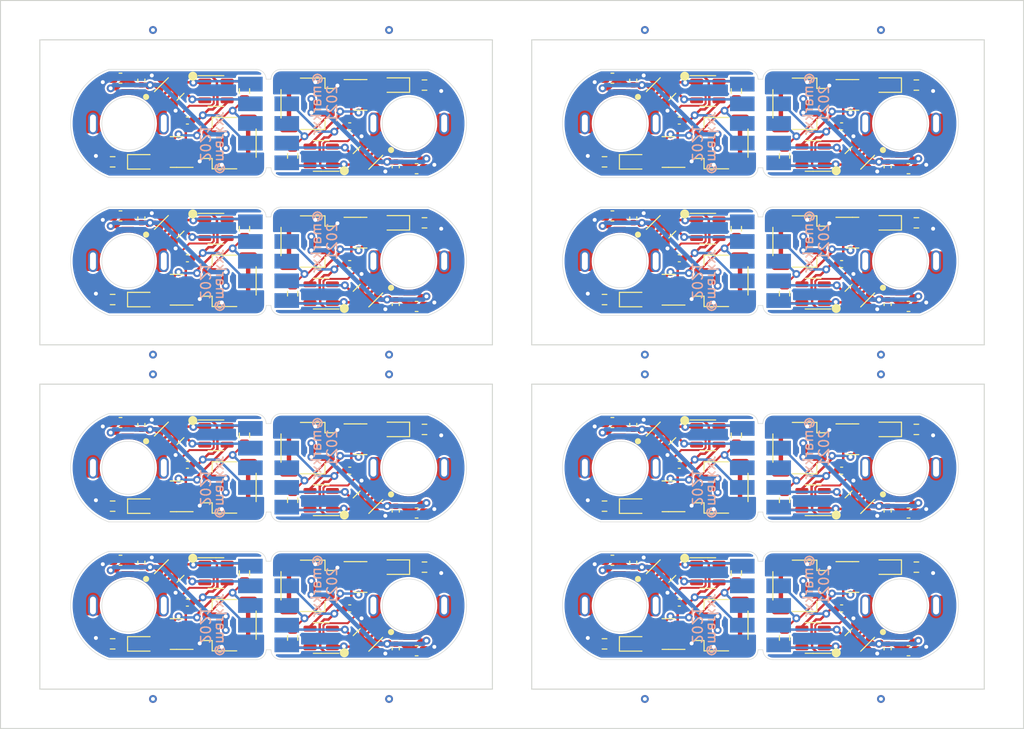
<source format=kicad_pcb>
(kicad_pcb (version 20210126) (generator pcbnew)
  (layers (0 "F.Cu" signal) (31 "B.Cu" signal) (34 "B.Paste" user) (35 "F.Paste" user) (36 "B.SilkS" user "B.Silkscreen") (37 "F.SilkS" user "F.Silkscreen") (38 "B.Mask" user) (39 "F.Mask" user) (44 "Edge.Cuts" user))
  (net 0 "")
  (net 1 "GND")
  (net 2 "VBAT")
  (net 3 "/VLOGIC")
  (net 4 "PWMIN")
  (net 5 "/MOTORF")
  (net 6 "/MOTORR")
  (net 7 "BLINKY")
  (net 8 "Net-(D1-Pad1)")
  (net 9 "/MOTOROUT1")
  (net 10 "/MOTOROUT2")
  (net 11 "/PWMR")
  (footprint "Capacitor_SMD:C_0603_1608Metric" (layer "F.Cu") (at 183.3 119.1)
    (fp_text reference "C1" hide)
    (fp_text value "10uF" hide)
  )
  (footprint "Package_TO_SOT_SMD:SOT-23" (layer "F.Cu") (at 177.6 111.6)
    (fp_text reference "U3" hide)
    (fp_text value "AIC1734-33GUTR" hide)
  )
  (footprint "motorback:drv8837_custom" (layer "F.Cu") (at 128 83 -135)
    (fp_text reference "U1" hide)
    (fp_text value "DRV8837DSGR" hide)
  )
  (footprint "Package_TO_SOT_SMD:SOT-23" (layer "F.Cu") (at 108.9 117.4 180)
    (fp_text reference "U3" hide)
    (fp_text value "AIC1734-33GUTR" hide)
  )
  (footprint "Package_TO_SOT_SMD:SOT-23-6" (layer "F.Cu") (at 123.6 117.8 180)
    (fp_text reference "U2" hide)
    (fp_text value "ATtiny4-TS" hide)
  )
  (footprint "Capacitor_SMD:C_0603_1608Metric" (layer "F.Cu") (at 103.2 109.9 180)
    (fp_text reference "C1" hide)
    (fp_text value "10uF" hide)
  )
  (footprint "Resistor_SMD:R_0603_1608Metric" (layer "F.Cu") (at 134.1 110.6 180)
    (fp_text reference "R1" hide)
    (fp_text value "1k" hide)
  )
  (footprint "Resistor_SMD:R_0603_1608Metric" (layer "F.Cu") (at 134.1 75.6 180)
    (fp_text reference "R1" hide)
    (fp_text value "1k" hide)
  )
  (footprint "LED_SMD:LED_0603_1608Metric" (layer "F.Cu") (at 105.4 132.4)
    (fp_text reference "D1" hide)
    (fp_text value "LED" hide)
  )
  (footprint "motorback:drv8837_custom" (layer "F.Cu") (at 178 118 -135)
    (fp_text reference "U1" hide)
    (fp_text value "DRV8837DSGR" hide)
  )
  (footprint "Resistor_SMD:R_0603_1608Metric" (layer "F.Cu") (at 184.1 75.6 180)
    (fp_text reference "R1" hide)
    (fp_text value "1k" hide)
  )
  (footprint "Capacitor_SMD:C_0402_1005Metric" (layer "F.Cu") (at 110 79.2 180)
    (fp_text reference "C3" hide)
    (fp_text value "1uF" hide)
  )
  (footprint "motorback:motorpad" (layer "F.Cu") (at 179.1 114.5 180)
    (fp_text reference "J3" hide)
    (fp_text value "Conn_01x01_Male" hide)
  )
  (footprint "Connector_JST:JST_SH_SM03B-SRSS-TB_1x03-1MP_P1.00mm_Horizontal" (layer "F.Cu") (at 172.2 77.5 -90)
    (fp_text reference "J1" hide)
    (fp_text value "Servo wire input" hide)
  )
  (footprint "Capacitor_SMD:C_0402_1005Metric" (layer "F.Cu") (at 105.32 110.1 90)
    (fp_text reference "C2" hide)
    (fp_text value "1uF" hide)
  )
  (footprint "Package_TO_SOT_SMD:SOT-23-6" (layer "F.Cu") (at 173.6 131.8 180)
    (fp_text reference "U2" hide)
    (fp_text value "ATtiny4-TS" hide)
  )
  (footprint "Package_TO_SOT_SMD:SOT-23-6" (layer "F.Cu") (at 112.9 111.2)
    (fp_text reference "U2" hide)
    (fp_text value "ATtiny4-TS" hide)
  )
  (footprint "Capacitor_SMD:C_0603_1608Metric" (layer "F.Cu") (at 153.2 88.9 180)
    (fp_text reference "C1" hide)
    (fp_text value "10uF" hide)
  )
  (footprint "Package_TO_SOT_SMD:SOT-23-6" (layer "F.Cu") (at 112.9 125.2)
    (fp_text reference "U2" hide)
    (fp_text value "ATtiny4-TS" hide)
  )
  (footprint "Package_TO_SOT_SMD:SOT-23" (layer "F.Cu") (at 108.9 96.4 180)
    (fp_text reference "U3" hide)
    (fp_text value "AIC1734-33GUTR" hide)
  )
  (footprint "Connector_JST:JST_SH_SM03B-SRSS-TB_1x03-1MP_P1.00mm_Horizontal" (layer "F.Cu") (at 114.3 130.5 90)
    (fp_text reference "J1" hide)
    (fp_text value "Servo wire input" hide)
  )
  (footprint "Resistor_SMD:R_0603_1608Metric" (layer "F.Cu") (at 102.4 83.4)
    (fp_text reference "R1" hide)
    (fp_text value "1k" hide)
  )
  (footprint "Resistor_SMD:R_0603_1608Metric" (layer "F.Cu") (at 102.4 132.4)
    (fp_text reference "R1" hide)
    (fp_text value "1k" hide)
  )
  (footprint "motorback:drv8837_custom" (layer "F.Cu") (at 128 118 -135)
    (fp_text reference "U1" hide)
    (fp_text value "DRV8837DSGR" hide)
  )
  (footprint "Package_TO_SOT_SMD:SOT-23" (layer "F.Cu") (at 158.9 82.4 180)
    (fp_text reference "U3" hide)
    (fp_text value "AIC1734-33GUTR" hide)
  )
  (footprint "Resistor_SMD:R_0603_1608Metric" (layer "F.Cu") (at 152.4 83.4)
    (fp_text reference "R1" hide)
    (fp_text value "1k" hide)
  )
  (footprint "Capacitor_SMD:C_0402_1005Metric" (layer "F.Cu") (at 176.5 93.8)
    (fp_text reference "C3" hide)
    (fp_text value "1uF" hide)
  )
  (footprint "motorback:motorpad" (layer "F.Cu") (at 129.1 128.5 180)
    (fp_text reference "J3" hide)
    (fp_text value "Conn_01x01_Male" hide)
  )
  (footprint "motorback:motorpad" (layer "F.Cu") (at 185.9 128.5 180)
    (fp_text reference "J2" hide)
    (fp_text value "Conn_01x01_Male" hide)
  )
  (footprint "Capacitor_SMD:C_0402_1005Metric" (layer "F.Cu") (at 155.32 89.1 90)
    (fp_text reference "C2" hide)
    (fp_text value "1uF" hide)
  )
  (footprint "LED_SMD:LED_0603_1608Metric" (layer "F.Cu") (at 181.1 124.6 180)
    (fp_text reference "D1" hide)
    (fp_text value "LED" hide)
  )
  (footprint "Capacitor_SMD:C_0402_1005Metric" (layer "F.Cu") (at 155.32 75.1 90)
    (fp_text reference "C2" hide)
    (fp_text value "1uF" hide)
  )
  (footprint "motorback:drv8837_custom" (layer "F.Cu") (at 158.5 111 45)
    (fp_text reference "U1" hide)
    (fp_text value "DRV8837DSGR" hide)
  )
  (footprint "LED_SMD:LED_0603_1608Metric" (layer "F.Cu") (at 155.4 118.4)
    (fp_text reference "D1" hide)
    (fp_text value "LED" hide)
  )
  (footprint "Capacitor_SMD:C_0402_1005Metric" (layer "F.Cu") (at 131.18 118.9 -90)
    (fp_text reference "C2" hide)
    (fp_text value "1uF" hide)
  )
  (footprint "Capacitor_SMD:C_0402_1005Metric" (layer "F.Cu") (at 105.32 124.1 90)
    (fp_text reference "C2" hide)
    (fp_text value "1uF" hide)
  )
  (footprint "Capacitor_SMD:C_0603_1608Metric" (layer "F.Cu") (at 153.2 74.9 180)
    (fp_text reference "C1" hide)
    (fp_text value "10uF" hide)
  )
  (footprint "LED_SMD:LED_0603_1608Metric" (layer "F.Cu") (at 105.4 83.4)
    (fp_text reference "D1" hide)
    (fp_text value "LED" hide)
  )
  (footprint "Package_TO_SOT_SMD:SOT-23" (layer "F.Cu") (at 127.6 125.6)
    (fp_text reference "U3" hide)
    (fp_text value "AIC1734-33GUTR" hide)
  )
  (footprint "motorback:motorpad" (layer "F.Cu") (at 129.1 114.5 180)
    (fp_text reference "J3" hide)
    (fp_text value "Conn_01x01_Male" hide)
  )
  (footprint "Package_TO_SOT_SMD:SOT-23" (layer "F.Cu") (at 108.9 82.4 180)
    (fp_text reference "U3" hide)
    (fp_text value "AIC1734-33GUTR" hide)
  )
  (footprint "Connector_JST:JST_SH_SM03B-SRSS-TB_1x03-1MP_P1.00mm_Horizontal" (layer "F.Cu") (at 114.3 116.5 90)
    (fp_text reference "J1" hide)
    (fp_text value "Servo wire input" hide)
  )
  (footprint "motorback:motorpad" (layer "F.Cu") (at 185.9 114.5 180)
    (fp_text reference "J2" hide)
    (fp_text value "Conn_01x01_Male" hide)
  )
  (footprint "Resistor_SMD:R_0603_1608Metric" (layer "F.Cu") (at 115.8 111.2 90)
    (fp_text reference "R2" hide)
    (fp_text value "1k" hide)
  )
  (footprint "motorback:motorpad" (layer "F.Cu") (at 179.1 79.5 180)
    (fp_text reference "J3" hide)
    (fp_text value "Conn_01x01_Male" hide)
  )
  (footprint "Resistor_SMD:R_0603_1608Metric" (layer "F.Cu") (at 134.1 89.6 180)
    (fp_text reference "R1" hide)
    (fp_text value "1k" hide)
  )
  (footprint "motorback:drv8837_custom" (layer "F.Cu") (at 158.5 76 45)
    (fp_text reference "U1" hide)
    (fp_text value "DRV8837DSGR" hide)
  )
  (footprint "LED_SMD:LED_0603_1608Metric" (layer "F.Cu") (at 155.4 97.4)
    (fp_text reference "D1" hide)
    (fp_text value "LED" hide)
  )
  (footprint "Resistor_SMD:R_0603_1608Metric" (layer "F.Cu") (at 134.1 124.6 180)
    (fp_text reference "R1" hide)
    (fp_text value "1k" hide)
  )
  (footprint "motorback:motorpad" (layer "F.Cu") (at 129.1 79.5 180)
    (fp_text reference "J3" hide)
    (fp_text value "Conn_01x01_Male" hide)
  )
  (footprint "motorback:drv8837_custom" (layer "F.Cu") (at 108.5 125 45)
    (fp_text reference "U1" hide)
    (fp_text value "DRV8837DSGR" hide)
  )
  (footprint "Resistor_SMD:R_0603_1608Metric" (layer "F.Cu") (at 102.4 97.4)
    (fp_text reference "R1" hide)
    (fp_text value "1k" hide)
  )
  (footprint "Package_TO_SOT_SMD:SOT-23" (layer "F.Cu") (at 158.9 117.4 180)
    (fp_text reference "U3" hide)
    (fp_text value "AIC1734-33GUTR" hide)
  )
  (footprint "motorback:drv8837_custom" (layer "F.Cu") (at 158.5 90 45)
    (fp_text reference "U1" hide)
    (fp_text value "DRV8837DSGR" hide)
  )
  (footprint "Resistor_SMD:R_0603_1608Metric" (layer "F.Cu") (at 184.1 124.6 180)
    (fp_text reference "R1" hide)
    (fp_text value "1k" hide)
  )
  (footprint "Package_TO_SOT_SMD:SOT-23-6" (layer "F.Cu") (at 162.9 111.2)
    (fp_text reference "U2" hide)
    (fp_text value "ATtiny4-TS" hide)
  )
  (footprint "Package_TO_SOT_SMD:SOT-23-6" (layer "F.Cu") (at 173.6 117.8 180)
    (fp_text reference "U2" hide)
    (fp_text value "ATtiny4-TS" hide)
  )
  (footprint "Connector_JST:JST_SH_SM03B-SRSS-TB_1x03-1MP_P1.00mm_Horizontal" (layer "F.Cu") (at 122.2 91.5 -90)
    (fp_text reference "J1" hide)
    (fp_text value "Servo wire input" hide)
  )
  (footprint "motorback:motorpad" (layer "F.Cu") (at 107.4 93.5)
    (fp_text reference "J3" hide)
    (fp_text value "Conn_01x01_Male" hide)
  )
  (footprint "motorback:motorpad" (layer "F.Cu") (at 157.4 114.5)
    (fp_text reference "J3" hide)
    (fp_text value "Conn_01x01_Male" hide)
  )
  (footprint "Package_TO_SOT_SMD:SOT-23" (layer "F.Cu") (at 177.6 90.6)
    (fp_text reference "U3" hide)
    (fp_text value "AIC1734-33GUTR" hide)
  )
  (footprint "Capacitor_SMD:C_0402_1005Metric" (layer "F.Cu") (at 105.32 75.1 90)
    (fp_text reference "C2" hide)
    (fp_text value "1uF" hide)
  )
  (footprint "Capacitor_SMD:C_0402_1005Metric" (layer "F.Cu") (at 126.5 114.8)
    (fp_text reference "C3" hide)
    (fp_text value "1uF" hide)
  )
  (footprint "motorback:motorpad" (layer "F.Cu") (at 107.4 114.5)
    (fp_text reference "J3" hide)
    (fp_text value "Conn_01x01_Male" hide)
  )
  (footprint "Capacitor_SMD:C_0402_1005Metric" (layer "F.Cu") (at 126.5 79.8)
    (fp_text reference "C3" hide)
    (fp_text value "1uF" hide)
  )
  (footprint "Capacitor_SMD:C_0402_1005Metric" (layer "F.Cu") (at 131.18 97.9 -90)
    (fp_text reference "C2" hide)
    (fp_text value "1uF" hide)
  )
  (footprint "Capacitor_SMD:C_0402_1005Metric" (layer "F.Cu") (at 155.32 124.1 90)
    (fp_text reference "C2" hide)
    (fp_text value "1uF" hide)
  )
  (footprint "Resistor_SMD:R_0603_1608Metric" (layer "F.Cu") (at 184.1 110.6 180)
    (fp_text reference "R1" hide)
    (fp_text value "1k" hide)
  )
  (footprint "Connector_JST:JST_SH_SM03B-SRSS-TB_1x03-1MP_P1.00mm_Horizontal" (layer "F.Cu") (at 122.2 112.5 -90)
    (fp_text reference "J1" hide)
    (fp_text value "Servo wire input" hide)
  )
  (footprint "Package_TO_SOT_SMD:SOT-23-6" (layer "F.Cu") (at 123.6 96.8 180)
    (fp_text reference "U2" hide)
    (fp_text value "ATtiny4-TS" hide)
  )
  (footprint "LED_SMD:LED_0603_1608Metric" (layer "F.Cu") (at 105.4 118.4)
    (fp_text reference "D1" hide)
    (fp_text value "LED" hide)
  )
  (footprint "Package_TO_SOT_SMD:SOT-23" (layer "F.Cu") (at 127.6 76.6)
    (fp_text reference "U3" hide)
    (fp_text value "AIC1734-33GUTR" hide)
  )
  (footprint "Package_TO_SOT_SMD:SOT-23" (layer "F.Cu") (at 127.6 111.6)
    (fp_text reference "U3" hide)
    (fp_text value "AIC1734-33GUTR" hide)
  )
  (footprint "motorback:motorpad" (layer "F.Cu") (at 107.4 128.5)
    (fp_text reference "J3" hide)
    (fp_text value "Conn_01x01_Male" hide)
  )
  (footprint "Capacitor_SMD:C_0402_1005Metric" (layer "F.Cu") (at 160 79.2 180)
    (fp_text reference "C3" hide)
    (fp_text value "1uF" hide)
  )
  (footprint "Resistor_SMD:R_0603_1608Metric" (layer "F.Cu") (at 120.7 117.8 -90)
    (fp_text reference "R2" hide)
    (fp_text value "1k" hide)
  )
  (footprint "Package_TO_SOT_SMD:SOT-23-6" (layer "F.Cu") (at 173.6 82.8 180)
    (fp_text reference "U2" hide)
    (fp_text value "ATtiny4-TS" hide)
  )
  (footprint "Resistor_SMD:R_0603_1608Metric" (layer "F.Cu") (at 165.8 111.2 90)
    (fp_text reference "R2" hide)
    (fp_text value "1k" hide)
  )
  (footprint "Package_TO_SOT_SMD:SOT-23" (layer "F.Cu") (at 177.6 125.6)
    (fp_text reference "U3" hide)
    (fp_text value "AIC1734-33GUTR" hide)
  )
  (footprint "Resistor_SMD:R_0603_1608Metric" (layer "F.Cu") (at 120.7 131.8 -90)
    (fp_text reference "R2" hide)
    (fp_text value "1k" hide)
  )
  (footprint "motorback:motorpad" (layer "F.Cu") (at 157.4 79.5)
    (fp_text reference "J3" hide)
    (fp_text value "Conn_01x01_Male" hide)
  )
  (footprint "Capacitor_SMD:C_0402_1005Metric" (layer "F.Cu") (at 110 93.2 180)
    (fp_text reference "C3" hide)
    (fp_text value "1uF" hide)
  )
  (footprint "motorback:motorpad" (layer "F.Cu") (at 107.4 79.5)
    (fp_text reference "J3" hide)
    (fp_text value "Conn_01x01_Male" hide)
  )
  (footprint "Resistor_SMD:R_0603_1608Metric" (layer "F.Cu") (at 115.8 76.2 90)
    (fp_text reference "R2" hide)
    (fp_text value "1k" hide)
  )
  (footprint "LED_SMD:LED_0603_1608Metric" (layer "F.Cu") (at 181.1 89.6 180)
    (fp_text reference "D1" hide)
    (fp_text value "LED" hide)
  )
  (footprint "Resistor_SMD:R_0603_1608Metric" (layer "F.Cu") (at 170.7 131.8 -90)
    (fp_text reference "R2" hide)
    (fp_text value "1k" hide)
  )
  (footprint "Package_TO_SOT_SMD:SOT-23" (layer "F.Cu") (at 108.9 131.4 180)
    (fp_text reference "U3" hide)
    (fp_text value "AIC1734-33GUTR" hide)
  )
  (footprint "Connector_JST:JST_SH_SM03B-SRSS-TB_1x03-1MP_P1.00mm_Horizontal" (layer "F.Cu") (at 172.2 126.5 -90)
    (fp_text reference "J1" hide)
    (fp_text value "Servo wire input" hide)
  )
  (footprint "motorback:motorpad" (layer "F.Cu") (at 150.6 79.5)
    (fp_text reference "J2" hide)
    (fp_text value "Conn_01x01_Male" hide)
  )
  (footprint "Resistor_SMD:R_0603_1608Metric" (layer "F.Cu") (at 115.8 125.2 90)
    (fp_text reference "R2" hide)
    (fp_text value "1k" hide)
  )
  (footprint "Capacitor_SMD:C_0402_1005Metric" (layer "F.Cu") (at 131.18 132.9 -90)
    (fp_text reference "C2" hide)
    (fp_text value "1uF" hide)
  )
  (footprint "motorback:motorpad" (layer "F.Cu") (at 179.1 93.5 180)
    (fp_text reference "J3" hide)
    (fp_text value "Conn_01x01_Male" hide)
  )
  (footprint "motorback:motorpad" (layer "F.Cu") (at 135.9 114.5 180)
    (fp_text reference "J2" hide)
    (fp_text value "Conn_01x01_Male" hide)
  )
  (footprint "motorback:drv8837_custom" (layer "F.Cu") (at 128 97 -135)
    (fp_text reference "U1" hide)
    (fp_text value "DRV8837DSGR" hide)
  )
  (footprint "Capacitor_SMD:C_0402_1005Metric" (layer "F.Cu") (at 126.5 128.8)
    (fp_text reference "C3" hide)
    (fp_text value "1uF" hide)
  )
  (footprint "LED_SMD:LED_0603_1608Metric" (layer "F.Cu") (at 105.4 97.4)
    (fp_text reference "D1" hide)
    (fp_text value "LED" hide)
  )
  (footprint "motorback:motorpad" (layer "F.Cu") (at 185.9 79.5 180)
    (fp_text reference "J2" hide)
    (fp_text value "Conn_01x01_Male" hide)
  )
  (footprint "Capacitor_SMD:C_0402_1005Metric" (layer "F.Cu") (at 181.18 118.9 -90)
    (fp_text reference "C2" hide)
    (fp_text value "1uF" hide)
  )
  (footprint "motorback:motorpad" (layer "F.Cu") (at 150.6 93.5)
    (fp_text reference "J2" hide)
    (fp_text value "Conn_01x01_Male" hide)
  )
  (footprint "Package_TO_SOT_SMD:SOT-23-6" (layer "F.Cu") (at 112.9 90.2)
    (fp_text reference "U2" hide)
    (fp_text value "ATtiny4-TS" hide)
  )
  (footprint "motorback:drv8837_custom" (layer "F.Cu") (at 158.5 125 45)
    (fp_text reference "U1" hide)
    (fp_text value "DRV8837DSGR" hide)
  )
  (footprint "LED_SMD:LED_0603_1608Metric" (layer "F.Cu") (at 181.1 110.6 180)
    (fp_text reference "D1" hide)
    (fp_text value "LED" hide)
  )
  (footprint "Package_TO_SOT_SMD:SOT-23" (layer "F.Cu") (at 177.6 76.6)
    (fp_text reference "U3" hide)
    (fp_text value "AIC1734-33GUTR" hide)
  )
  (footprint "motorback:motorpad" (layer "F.Cu") (at 157.4 128.5)
    (fp_text reference "J3" hide)
    (fp_text value "Conn_01x01_Male" hide)
  )
  (footprint "motorback:motorpad" (layer "F.Cu") (at 135.9 79.5 180)
    (fp_text reference "J2" hide)
    (fp_text value "Conn_01x01_Male" hide)
  )
  (footprint "Capacitor_SMD:C_0402_1005Metric" (layer "F.Cu") (at 155.32 110.1 90)
    (fp_text reference "C2" hide)
    (fp_text value "1uF" hide)
  )
  (footprint "Resistor_SMD:R_0603_1608Metric" (layer "F.Cu") (at 184.1 89.6 180)
    (fp_text reference "R1" hide)
    (fp_text value "1k" hide)
  )
  (footprint "Capacitor_SMD:C_0402_1005Metric" (layer "F.Cu") (at 160 114.2 180)
    (fp_text reference "C3" hide)
    (fp_text value "1uF" hide)
  )
  (footprint "motorback:motorpad" (layer "F.Cu") (at 185.9 93.5 180)
    (fp_text reference "J2" hide)
    (fp_text value "Conn_01x01_Male" hide)
  )
  (footprint "Capacitor_SMD:C_0603_1608Metric" (layer "F.Cu") (at 183.3 84.1)
    (fp_text reference "C1" hide)
    (fp_text value "10uF" hide)
  )
  (footprint "Connector_JST:JST_SH_SM03B-SRSS-TB_1x03-1MP_P1.00mm_Horizontal" (layer "F.Cu") (at 122.2 77.5 -90)
    (fp_text reference "J1" hide)
    (fp_text value "Servo wire input" hide)
  )
  (footprint "LED_SMD:LED_0603_1608Metric" (layer "F.Cu") (at 131.1 75.6 180)
    (fp_text reference "D1" hide)
    (fp_text value "LED" hide)
  )
  (footprint "Capacitor_SMD:C_0603_1608Metric" (layer "F.Cu") (at 153.2 109.9 180)
    (fp_text reference "C1" hide)
    (fp_text value "10uF" hide)
  )
  (footprint "Capacitor_SMD:C_0402_1005Metric" (layer "F.Cu") (at 176.5 128.8)
    (fp_text reference "C3" hide)
    (fp_text value "1uF" hide)
  )
  (footprint "Resistor_SMD:R_0603_1608Metric" (layer "F.Cu") (at 165.8 76.2 90)
    (fp_text reference "R2" hide)
    (fp_text value "1k" hide)
  )
  (footprint "LED_SMD:LED_0603_1608Metric" (layer "F.Cu") (at 181.1 75.6 180)
    (fp_text reference "D1" hide)
    (fp_text value "LED" hide)
  )
  (footprint "Resistor_SMD:R_0603_1608Metric" (layer "F.Cu") (at 102.4 118.4)
    (fp_text reference "R1" hide)
    (fp_text value "1k" hide)
  )
  (footprint "Package_TO_SOT_SMD:SOT-23" (layer "F.Cu") (at 127.6 90.6)
    (fp_text reference "U3" hide)
    (fp_text value "AIC1734-33GUTR" hide)
  )
  (footprint "motorback:motorpad" (layer "F.Cu") (at 150.6 114.5)
    (fp_text reference "J2" hide)
    (fp_text value "Conn_01x01_Male" hide)
  )
  (footprint "motorback:motorpad" (layer "F.Cu") (at 100.6 93.5)
    (fp_text reference "J2" hide)
    (fp_text value "Conn_01x01_Male" hide)
  )
  (footprint "motorback:motorpad" (layer "F.Cu") (at 100.6 128.5)
    (fp_text reference "J2" hide)
    (fp_text value "Conn_01x01_Male" hide)
  )
  (footprint "Capacitor_SMD:C_0603_1608Metric" (layer "F.Cu") (at 133.3 98.1)
    (fp_text reference "C1" hide)
    (fp_text value "10uF" hide)
  )
  (footprint "Capacitor_SMD:C_0402_1005Metric" (layer "F.Cu") (at 160 93.2 180)
    (fp_text reference "C3" hide)
    (fp_text value "1uF" hide)
  )
  (footprint "Resistor_SMD:R_0603_1608Metric" (layer "F.Cu") (at 115.8 90.2 90)
    (fp_text reference "R2" hide)
    (fp_text value "1k" hide)
  )
  (footprint "Package_TO_SOT_SMD:SOT-23-6" (layer "F.Cu") (at 112.9 76.2)
    (fp_text reference "U2" hide)
    (fp_text value "ATtiny4-TS" hide)
  )
  (footprint "Capacitor_SMD:C_0603_1608Metric" (layer "F.Cu") (at 183.3 98.1)
    (fp_text reference "C1" hide)
    (fp_text value "10uF" hide)
  )
  (footprint "motorback:motorpad" (layer "F.Cu") (at 157.4 93.5)
    (fp_text reference "J3" hide)
    (fp_text value "Conn_01x01_Male" hide)
  )
  (footprint "Capacitor_SMD:C_0402_1005Metric" (layer "F.Cu") (at 110 128.2 180)
    (fp_text reference "C3" hide)
    (fp_text value "1uF" hide)
  )
  (footprint "Resistor_SMD:R_0603_1608Metric" (layer "F.Cu") (at 152.4 118.4)
    (fp_text reference "R1" hide)
    (fp_text value "1k" hide)
  )
  (footprint "motorback:drv8837_custom" (layer "F.Cu") (at 108.5 76 45)
    (fp_text reference "U1" hide)
    (fp_text value "DRV8837DSGR" hide)
  )
  (footprint "Package_TO_SOT_SMD:SOT-23" (layer "F.Cu") (at 158.9 131.4 180)
    (fp_text reference "U3" hide)
    (fp_text value "AIC1734-33GUTR" hide)
  )
  (footprint "Connector_JST:JST_SH_SM03B-SRSS-TB_1x03-1MP_P1.00mm_Horizontal" (layer "F.Cu") (at 164.3 116.5 90)
    (fp_text reference "J1" hide)
    (fp_text value "Servo wire input" hide)
  )
  (footprint "motorback:drv8837_custom" (layer "F.Cu") (at 178 132 -135)
    (fp_text reference "U1" hide)
    (fp_text value "DRV8837DSGR" hide)
  )
  (footprint "Capacitor_SMD:C_0603_1608Metric" (layer "F.Cu") (at 133.3 133.1)
    (fp_text reference "C1" hide)
    (fp_text value "10uF" hide)
  )
  (footprint "Capacitor_SMD:C_0603_1608Metric" (layer "F.Cu") (at 133.3 119.1)
    (fp_text reference "C1" hide)
    (fp_text value "10uF" hide)
  )
  (footprint "Package_TO_SOT_SMD:SOT-23" (layer "F.Cu") (at 158.9 96.4 180)
    (fp_text reference "U3" hide)
    (fp_text value "AIC1734-33GUTR" hide)
  )
  (footprint "Capacitor_SMD:C_0603_1608Metric" (layer "F.Cu") (at 103.2 88.9 180)
    (fp_text reference "C1" hide)
    (fp_text value "10uF" hide)
  )
  (footprint "LED_SMD:LED_0603_1608Metric" (layer "F.Cu") (at 155.4 83.4)
    (fp_text reference "D1" hide)
    (fp_text value "LED" hide)
  )
  (footprint "Capacitor_SMD:C_0402_1005Metric" (layer "F.Cu") (at 181.18 83.9 -90)
    (fp_text reference "C2" hide)
    (fp_text value "1uF" hide)
  )
  (footprint "motorback:drv8837_custom" (layer "F.Cu") (at 108.5 111 45)
    (fp_text reference "U1" hide)
    (fp_text value "DRV8837DSGR" hide)
  )
  (footprint "motorback:motorpad" (layer "F.Cu") (at 179.1 128.5 180)
    (fp_text reference "J3" hide)
    (fp_text value "Conn_01x01_Male" hide)
  )
  (footprint "Capacitor_SMD:C_0402_1005Metric" (layer "F.Cu") (at 105.32 89.1 90)
    (fp_text reference "C2" hide)
    (fp_text value "1uF" hide)
  )
  (footprint "Capacitor_SMD:C_0402_1005Metric" (layer "F.Cu") (at 160 128.2 180)
    (fp_text reference "C3" hide)
    (fp_text value "1uF" hide)
  )
  (footprint "Connector_JST:JST_SH_SM03B-SRSS-TB_1x03-1MP_P1.00mm_Horizontal" (layer "F.Cu") (at 114.3 81.5 90)
    (fp_text reference "J1" hide)
    (fp_text value "Servo wire input" hide)
  )
  (footprint "Package_TO_SOT_SMD:SOT-23-6" (layer "F.Cu") (at 162.9 125.2)
    (fp_text reference "U2" hide)
    (fp_text value "ATtiny4-TS" hide)
  )
  (footprint "Connector_JST:JST_SH_SM03B-SRSS-TB_1x03-1MP_P1.00mm_Horizontal" (layer "F.Cu") (at 172.2 91.5 -90)
    (fp_text reference "J1" hide)
    (fp_text value "Servo wire input" hide)
  )
  (footprint "motorback:motorpad" (layer "F.Cu") (at 100.6 114.5)
    (fp_text reference "J2" hide)
    (fp_text value "Conn_01x01_Male" hide)
  )
  (footprint "Capacitor_SMD:C_0603_1608Metric" (layer "F.Cu") (at 103.2 74.9 180)
    (fp_text reference "C1" hide)
    (fp_text value "10uF" hide)
  )
  (footprint "motorback:motorpad" (layer "F.Cu") (at 135.9 93.5 180)
    (fp_text reference "J2" hide)
    (fp_text value "Conn_01x01_Male" hide)
  )
  (footprint "Package_TO_SOT_SMD:SOT-23-6" (layer "F.Cu") (at 173.6 96.8 180)
    (fp_text reference "U2" hide)
    (fp_text value "ATtiny4-TS" hide)
  )
  (footprint "Capacitor_SMD:C_0402_1005Metric" (layer "F.Cu") (at 131.18 83.9 -90)
    (fp_text reference "C2" hide)
    (fp_text value "1uF" hide)
  )
  (footprint "Resistor_SMD:R_0603_1608Metric" (layer "F.Cu") (at 165.8 90.2 90)
    (fp_text reference "R2" hide)
    (fp_text value "1k" hide)
  )
  (footprint "Capacitor_SMD:C_0402_1005Metric" (layer "F.Cu") (at 176.5 114.8)
    (fp_text reference "C3" hide)
    (fp_text value "1uF" hide)
  )
  (footprint "Resistor_SMD:R_0603_1608Metric" (layer "F.Cu") (at 170.7 82.8 -90)
    (fp_text reference "R2" hide)
    (fp_text value "1k" hide)
  )
  (footprint "LED_SMD:LED_0603_1608Metric" (layer "F.Cu") (at 131.1 110.6 180)
    (fp_text reference "D1" hide)
    (fp_text value "LED" hide)
  )
  (footprint "Connector_JST:JST_SH_SM03B-SRSS-TB_1x03-1MP_P1.00mm_Horizontal" (layer "F.Cu") (at 172.2 112.5 -90)
    (fp_text reference "J1" hide)
    (fp_text value "Servo wire input" hide)
  )
  (footprint "Resistor_SMD:R_0603_1608Metric" (layer "F.Cu") (at 152.4 132.4)
    (fp_text reference "R1" hide)
    (fp_text value "1k" hide)
  )
  (footprint "Capacitor_SMD:C_0402_1005Metric" (layer "F.Cu") (at 176.5 79.8)
    (fp_text reference "C3" hide)
    (fp_text value "1uF" hide)
  )
  (footprint "Capacitor_SMD:C_0603_1608Metric" (layer "F.Cu") (at 133.3 84.1)
    (fp_text reference "C1" hide)
    (fp_text value "10uF" hide)
  )
  (footprint "motorback:motorpad" (layer "F.Cu") (at 129.1 93.5 180)
    (fp_text reference "J3" hide)
    (fp_text value "Conn_01x01_Male" hide)
  )
  (footprint "Capacitor_SMD:C_0402_1005Metric" (layer "F.Cu") (at 181.18 97.9 -90)
    (fp_text reference "C2" hide)
    (fp_text value "1uF" hide)
  )
  (footprint "motorback:drv8837_custom" (layer "F.Cu") (at 128 132 -135)
    (fp_text reference "U1" hide)
    (fp_text value "DRV8837DSGR" hide)
  )
  (footprint "Resistor_SMD:R_0603_1608Metric" (layer "F.Cu") (at 120.7 82.8 -90)
    (fp_text reference "R2" hide)
    (fp_text value "1k" hide)
  )
  (footprint "Resistor_SMD:R_0603_1608Metric" (layer "F.Cu") (at 120.7 96.8 -90)
    (fp_text reference "R2" hide)
    (fp_text value "1k" hide)
  )
  (footprint "motorback:motorpad" (layer "F.Cu") (at 100.6 79.5)
    (fp_text reference "J2" hide)
    (fp_text value "Conn_01x01_Male" hide)
  )
  (footprint "Package_TO_SOT_SMD:SOT-23-6" (layer "F.Cu") (at 123.6 82.8 180)
    (fp_text reference "U2" hide)
    (fp_text value "ATtiny4-TS" hide)
  )
  (footprint "Resistor_SMD:R_0603_1608Metric" (layer "F.Cu") (at 165.8 125.2 90)
    (fp_text reference "R2" hide)
    (fp_text value "1k" hide)
  )
  (footprint "Package_TO_SOT_SMD:SOT-23-6" (layer "F.Cu") (at 162.9 90.2)
    (fp_text reference "U2" hide)
    (fp_text value "ATtiny4-TS" hide)
  )
  (footprint "Connector_JST:JST_SH_SM03B-SRSS-TB_1x03-1MP_P1.00mm_Horizontal" (layer "F.Cu") (at 164.3 95.5 90)
    (fp_text reference "J1" hide)
    (fp_text value "Servo wire input" hide)
  )
  (footprint "Connector_JST:JST_SH_SM03B-SRSS-TB_1x03-1MP_P1.00mm_Horizontal" (layer "F.Cu") (at 164.3 81.5 90)
    (fp_text reference "J1" hide)
    (fp_text value "Servo wire input" hide)
  )
  (footprint "motorback:motorpad" (layer "F.Cu") (at 135.9 128.5 180)
    (fp_text reference "J2" hide)
    (fp_text value "Conn_01x01_Male" hide)
  )
  (footprint "Capacitor_SMD:C_0402_1005Metric" (layer "F.Cu") (at 126.5 93.8)
    (fp_text reference "C3" hide)
    (fp_text value "1uF" hide)
  )
  (footprint "Capacitor_SMD:C_0603_1608Metric" (layer "F.Cu") (at 103.2 123.9 180)
    (fp_text reference "C1" hide)
    (fp_text value "10uF" hide)
  )
  (footprint "Package_TO_SOT_SMD:SOT-23-6" (layer "F.Cu") (at 123.6 131.8 180)
    (fp_text reference "U2" hide)
    (fp_text value "ATtiny4-TS" hide)
  )
  (footprint "LED_SMD:LED_0603_1608Metric" (layer "F.Cu") (at 131.1 124.6 180)
    (fp_text reference "D1" hide)
    (fp_text value "LED" hide)
  )
  (footprint "Capacitor_SMD:C_0603_1608Metric" (layer "F.Cu") (at 153.2 123.9 180)
    (fp_text reference "C1" hide)
    (fp_text value "10uF" hide)
  )
  (footprint "Package_TO_SOT_SMD:SOT-23-6" (layer "F.Cu") (at 162.9 76.2)
    (fp_text reference "U2" hide)
    (fp_text value "ATtiny4-TS" hide)
  )
  (footprint "motorback:motorpad" (layer "F.Cu") (at 150.6 128.5)
    (fp_text reference "J2" hide)
    (fp_text value "Conn_01x01_Male" hide)
  )
  (footprint "Capacitor_SMD:C_0402_1005Metric" (layer "F.Cu") (at 110 114.2 180)
    (fp_text reference "C3" hide)
    (fp_text value "1uF" hide)
  )
  (footprint "Resistor_SMD:R_0603_1608Metric" (layer "F.Cu") (at 152.4 97.4)
    (fp_text reference "R1" hide)
    (fp_text value "1k" hide)
  )
  (footprint "Resistor_SMD:R_0603_1608Metric" (layer "F.Cu") (at 170.7 117.8 -90)
    (fp_text reference "R2" hide)
    (fp_text value "1k" hide)
  )
  (footprint "motorback:drv8837_custom" (layer "F.Cu") (at 178 97 -135)
    (fp_text reference "U1" hide)
    (fp_text value "DRV8837DSGR" hide)
  )
  (footprint "motorback:drv8837_custom" (layer "F.Cu") (at 108.5 90 45)
    (fp_text reference "U1" hide)
    (fp_text value "DRV8837DSGR" hide)
  )
  (footprint "Connector_JST:JST_SH_SM03B-SRSS-TB_1x03-1MP_P1.00mm_Horizontal" (layer "F.Cu") (at 122.2 126.5 -90)
    (fp_text reference "J1" hide)
    (fp_text value "Servo wire input" hide)
  )
  (footprint "LED_SMD:LED_0603_1608Metric" (layer "F.Cu") (at 131.1 89.6 180)
    (fp_text reference "D1" hide)
    (fp_text value "LED" hide)
  )
  (footprint "Connector_JST:JST_SH_SM03B-SRSS-TB_1x03-1MP_P1.00mm_Horizontal" (layer "F.Cu") (at 164.3 130.5 90)
    (fp_text reference "J1" hide)
    (fp_text value "Servo wire input" hide)
  )
  (footprint "motorback:drv8837_custom" (layer "F.Cu") (at 178 83 -135)
    (fp_text reference "U1" hide)
    (fp_text value "DRV8837DSGR" hide)
  )
  (footprint "LED_SMD:LED_0603_1608Metric" (layer "F.Cu") (at 155.4 132.4)
    (fp_text reference "D1" hide)
    (fp_text value "LED" hide)
  )
  (footprint "Capacitor_SMD:C_0402_1005Metric" (layer "F.Cu") (at 181.18 132.9 -90)
    (fp_text reference "C2" hide)
    (fp_text value "1uF" hide)
  )
  (footprint "Capacitor_SMD:C_0603_1608Metric" (layer "F.Cu") (at 183.3 133.1)
    (fp_text reference "C1" hide)
    (fp_text value "10uF" hide)
  )
  (footprint "Connector_JST:JST_SH_SM03B-SRSS-TB_1x03-1MP_P1.00mm_Horizontal" (layer "F.Cu") (at 114.3 95.5 90)
    (fp_text reference "J1" hide)
    (fp_text value "Servo wire input" hide)
  )
  (footprint "Resistor_SMD:R_0603_1608Metric" (layer "F.Cu") (at 170.7 96.8 -90)
    (fp_text reference "R2" hide)
    (fp_text value "1k" hide)
  )
  (footprint "motorback:pogopins_5" (layer "B.Cu") (at 170.1 79.5 -90)
    (fp_text reference "J4" hide)
    (fp_text value "prog_pins" hide)
  )
  (footprint "motorback:pogopins_5" (layer "B.Cu") (at 170.1 114.5 -90)
    (fp_text reference "J4" hide)
    (fp_text value "prog_pins" hide)
  )
  (footprint "motorback:pogopins_5" (layer "B.Cu") (at 120.1 79.5 -90)
    (fp_text reference "J4" hide)
    (fp_text value "prog_pins" hide)
  )
  (footprint "motorback:pogopins_5" (layer "B.Cu") (at 170.1 93.5 -90)
    (fp_text reference "J4" hide)
    (fp_text value "prog_pins" hide)
  )
  (footprint "motorback:pogopins_5" (layer "B.Cu") (at 170.1 128.5 -90)
    (fp_text reference "J4" hide)
    (fp_text value "prog_pins" hide)
  )
  (footprint "motorback:pogopins_5" (layer "B.Cu") (at 166.4 93.5 90)
    (fp_text reference "J4" hide)
    (fp_text value "prog_pins" hide)
  )
  (footprint "motorback:pogopins_5" (layer "B.Cu") (at 116.4 128.5 90)
    (fp_text reference "J4" hide)
    (fp_text value "prog_pins" hide)
  )
  (footprint "motorback:pogopins_5" (layer "B.Cu") (at 116.4 79.5 90)
    (fp_text reference "J4" hide)
    (fp_text value "prog_pins" hide)
  )
  (footprint "motorback:pogopins_5" (layer "B.Cu") (at 116.4 114.5 90)
    (fp_text reference "J4" hide)
    (fp_text value "prog_pins" hide)
  )
  (footprint "motorback:pogopins_5" (layer "B.Cu") (at 120.1 128.5 -90)
    (fp_text reference "J4" hide)
    (fp_text value "prog_pins" hide)
  )
  (footprint "motorback:pogopins_5" (layer "B.Cu") (at 120.1 114.5 -90)
    (fp_text reference "J4" hide)
    (fp_text value "prog_pins" hide)
  )
  (footprint "motorback:pogopins_5" (layer "B.Cu") (at 166.4 114.5 90)
    (fp_text reference "J4" hide)
    (fp_text value "prog_pins" hide)
  )
  (footprint "motorback:pogopins_5" (layer "B.Cu") (at 166.4 128.5 90)
    (fp_text reference "J4" hide)
    (fp_text value "prog_pins" hide)
  )
  (footprint "motorback:pogopins_5" (layer "B.Cu") (at 116.4 93.5 90)
    (fp_text reference "J4" hide)
    (fp_text value "prog_pins" hide)
  )
  (footprint "motorback:pogopins_5" (layer "B.Cu") (at 166.4 79.5 90)
    (fp_text reference "J4" hide)
    (fp_text value "prog_pins" hide)
  )
  (footprint "motorback:pogopins_5" (layer "B.Cu") (at 120.1 93.5 -90)
    (fp_text reference "J4" hide)
    (fp_text value "prog_pins" hide)
  )
  (gr_circle (center 125.95 84.3) (end 125.55 84.3) (layer "F.SilkS") (width 0.12) (fill solid))
  (gr_circle (center 105.8 125.8) (end 106.05 125.8) (layer "F.SilkS") (width 0.12) (fill solid))
  (gr_circle (center 125.95 119.3) (end 125.55 119.3) (layer "F.SilkS") (width 0.12) (fill solid))
  (gr_circle (center 110.55 74.7) (end 110.95 74.7) (layer "F.SilkS") (width 0.12) (fill solid))
  (gr_circle (center 155.8 125.8) (end 156.05 125.8) (layer "F.SilkS") (width 0.12) (fill solid))
  (gr_circle (center 175.95 98.3) (end 175.55 98.3) (layer "F.SilkS") (width 0.12) (fill solid))
  (gr_circle (center 160.55 109.7) (end 160.95 109.7) (layer "F.SilkS") (width 0.12) (fill solid))
  (gr_circle (center 130.7 117.2) (end 130.45 117.2) (layer "F.SilkS") (width 0.12) (fill solid))
  (gr_circle (center 110.55 109.7) (end 110.95 109.7) (layer "F.SilkS") (width 0.12) (fill solid))
  (gr_circle (center 180.7 131.2) (end 180.45 131.2) (layer "F.SilkS") (width 0.12) (fill solid))
  (gr_circle (center 160.55 74.7) (end 160.95 74.7) (layer "F.SilkS") (width 0.12) (fill solid))
  (gr_circle (center 180.7 117.2) (end 180.45 117.2) (layer "F.SilkS") (width 0.12) (fill solid))
  (gr_circle (center 130.7 96.2) (end 130.45 96.2) (layer "F.SilkS") (width 0.12) (fill solid))
  (gr_circle (center 125.95 133.3) (end 125.55 133.3) (layer "F.SilkS") (width 0.12) (fill solid))
  (gr_circle (center 175.95 119.3) (end 175.55 119.3) (layer "F.SilkS") (width 0.12) (fill solid))
  (gr_circle (center 160.55 123.7) (end 160.95 123.7) (layer "F.SilkS") (width 0.12) (fill solid))
  (gr_circle (center 110.55 123.7) (end 110.95 123.7) (layer "F.SilkS") (width 0.12) (fill solid))
  (gr_circle (center 125.95 98.3) (end 125.55 98.3) (layer "F.SilkS") (width 0.12) (fill solid))
  (gr_circle (center 175.95 84.3) (end 175.55 84.3) (layer "F.SilkS") (width 0.12) (fill solid))
  (gr_circle (center 155.8 76.8) (end 156.05 76.8) (layer "F.SilkS") (width 0.12) (fill solid))
  (gr_circle (center 155.8 90.8) (end 156.05 90.8) (layer "F.SilkS") (width 0.12) (fill solid))
  (gr_circle (center 155.8 111.8) (end 156.05 111.8) (layer "F.SilkS") (width 0.12) (fill solid))
  (gr_circle (center 105.8 76.8) (end 106.05 76.8) (layer "F.SilkS") (width 0.12) (fill solid))
  (gr_circle (center 105.8 90.8) (end 106.05 90.8) (layer "F.SilkS") (width 0.12) (fill solid))
  (gr_circle (center 105.8 111.8) (end 106.05 111.8) (layer "F.SilkS") (width 0.12) (fill solid))
  (gr_circle (center 160.55 88.7) (end 160.95 88.7) (layer "F.SilkS") (width 0.12) (fill solid))
  (gr_circle (center 180.7 82.2) (end 180.45 82.2) (layer "F.SilkS") (width 0.12) (fill solid))
  (gr_circle (center 110.55 88.7) (end 110.95 88.7) (layer "F.SilkS") (width 0.12) (fill solid))
  (gr_circle (center 175.95 133.3) (end 175.55 133.3) (layer "F.SilkS") (width 0.12) (fill solid))
  (gr_circle (center 130.7 82.2) (end 130.45 82.2) (layer "F.SilkS") (width 0.12) (fill solid))
  (gr_circle (center 130.7 131.2) (end 130.45 131.2) (layer "F.SilkS") (width 0.12) (fill solid))
  (gr_circle (center 180.7 96.2) (end 180.45 96.2) (layer "F.SilkS") (width 0.12) (fill solid))
  (gr_line (start 134.5 109) (end 119.5 109) (layer "Edge.Cuts") (width 0.05))
  (gr_circle (center 104 93.5) (end 106.7 93.5) (layer "Edge.Cuts") (width 0.05) (fill none))
  (gr_line (start 102 109) (end 117 109) (layer "Edge.Cuts") (width 0.05))
  (gr_arc (start 169.5 75) (end 169.5 74) (angle -90) (layer "Edge.Cuts") (width 0.05))
  (gr_arc (start 182.527298 114.5) (end 184.5 120) (angle -140.5369116) (layer "Edge.Cuts") (width 0.05))
  (gr_line (start 141 102) (end 141 71) (layer "Edge.Cuts") (width 0.1))
  (gr_line (start 95 106) (end 95 137) (layer "Edge.Cuts") (width 0.1))
  (gr_arc (start 169.5 119) (end 168.5 119) (angle -90) (layer "Edge.Cuts") (width 0.05))
  (gr_line (start 91 67) (end 195 67) (layer "Edge.Cuts") (width 0.1))
  (gr_arc (start 132.527298 114.5) (end 134.5 120) (angle -140.5369116) (layer "Edge.Cuts") (width 0.05))
  (gr_line (start 168 98) (end 168.5 98) (layer "Edge.Cuts") (width 0.05))
  (gr_arc (start 167 75) (end 168 75) (angle -90) (layer "Edge.Cuts") (width 0.05))
  (gr_line (start 152 88) (end 167 88) (layer "Edge.Cuts") (width 0.05))
  (gr_line (start 102 85) (end 117 85) (layer "Edge.Cuts") (width 0.05))
  (gr_arc (start 117 110) (end 118 110) (angle -90) (layer "Edge.Cuts") (width 0.05))
  (gr_arc (start 117 89) (end 118 89) (angle -90) (layer "Edge.Cuts") (width 0.05))
  (gr_line (start 134.5 99) (end 119.5 99) (layer "Edge.Cuts") (width 0.05))
  (gr_arc (start 117 119) (end 117 120) (angle -90) (layer "Edge.Cuts") (width 0.05))
  (gr_arc (start 153.972702 128.5) (end 152 123) (angle -140.5369116) (layer "Edge.Cuts") (width 0.05))
  (gr_arc (start 169.5 110) (end 169.5 109) (angle -90) (layer "Edge.Cuts") (width 0.05))
  (gr_line (start 184.5 123) (end 169.5 123) (layer "Edge.Cuts") (width 0.05))
  (gr_line (start 184.5 120) (end 169.5 120) (layer "Edge.Cuts") (width 0.05))
  (gr_line (start 102 120) (end 117 120) (layer "Edge.Cuts") (width 0.05))
  (gr_arc (start 117 75) (end 118 75) (angle -90) (layer "Edge.Cuts") (width 0.05))
  (gr_line (start 95 71) (end 95 102) (layer "Edge.Cuts") (width 0.1))
  (gr_line (start 184.5 109) (end 169.5 109) (layer "Edge.Cuts") (width 0.05))
  (gr_arc (start 117 124) (end 118 124) (angle -90) (layer "Edge.Cuts") (width 0.05))
  (gr_line (start 134.5 88) (end 119.5 88) (layer "Edge.Cuts") (width 0.05))
  (gr_line (start 141 71) (end 95 71) (layer "Edge.Cuts") (width 0.1))
  (gr_circle (center 132.5 93.5) (end 129.8 93.5) (layer "Edge.Cuts") (width 0.05) (fill none))
  (gr_arc (start 182.527298 79.5) (end 184.5 85) (angle -140.5369116) (layer "Edge.Cuts") (width 0.05))
  (gr_arc (start 182.527298 128.5) (end 184.5 134) (angle -140.5369116) (layer "Edge.Cuts") (width 0.05))
  (gr_line (start 141 106) (end 95 106) (layer "Edge.Cuts") (width 0.1))
  (gr_line (start 184.5 134) (end 169.5 134) (layer "Edge.Cuts") (width 0.05))
  (gr_line (start 118 124) (end 118.5 124) (layer "Edge.Cuts") (width 0.05))
  (gr_line (start 118 84) (end 118.5 84) (layer "Edge.Cuts") (width 0.05))
  (gr_line (start 152 85) (end 167 85) (layer "Edge.Cuts") (width 0.05))
  (gr_line (start 102 134) (end 117 134) (layer "Edge.Cuts") (width 0.05))
  (gr_line (start 168 119) (end 168.5 119) (layer "Edge.Cuts") (width 0.05))
  (gr_line (start 184.5 88) (end 169.5 88) (layer "Edge.Cuts") (width 0.05))
  (gr_circle (center 182.5 128.5) (end 179.8 128.5) (layer "Edge.Cuts") (width 0.05) (fill none))
  (gr_arc (start 182.527298 93.5) (end 184.5 99) (angle -140.5369116) (layer "Edge.Cuts") (width 0.05))
  (gr_circle (center 154 128.5) (end 156.7 128.5) (layer "Edge.Cuts") (width 0.05) (fill none))
  (gr_line (start 134.5 123) (end 119.5 123) (layer "Edge.Cuts") (width 0.05))
  (gr_line (start 145 102) (end 191 102) (layer "Edge.Cuts") (width 0.1))
  (gr_line (start 195 67) (end 195 141) (layer "Edge.Cuts") (width 0.1))
  (gr_arc (start 103.972702 93.5) (end 102 88) (angle -140.5369116) (layer "Edge.Cuts") (width 0.05))
  (gr_arc (start 169.5 98) (end 168.5 98) (angle -90) (layer "Edge.Cuts") (width 0.05))
  (gr_line (start 134.5 120) (end 119.5 120) (layer "Edge.Cuts") (width 0.05))
  (gr_arc (start 117 133) (end 117 134) (angle -90) (layer "Edge.Cuts") (width 0.05))
  (gr_line (start 168 89) (end 168.5 89) (layer "Edge.Cuts") (width 0.05))
  (gr_line (start 168 133) (end 168.5 133) (layer "Edge.Cuts") (width 0.05))
  (gr_line (start 191 71) (end 145 71) (layer "Edge.Cuts") (width 0.1))
  (gr_line (start 184.5 74) (end 169.5 74) (layer "Edge.Cuts") (width 0.05))
  (gr_line (start 134.5 85) (end 119.5 85) (layer "Edge.Cuts") (width 0.05))
  (gr_arc (start 167 89) (end 168 89) (angle -90) (layer "Edge.Cuts") (width 0.05))
  (gr_line (start 145 137) (end 191 137) (layer "Edge.Cuts") (width 0.1))
  (gr_line (start 152 134) (end 167 134) (layer "Edge.Cuts") (width 0.05))
  (gr_circle (center 182.5 93.5) (end 179.8 93.5) (layer "Edge.Cuts") (width 0.05) (fill none))
  (gr_line (start 102 123) (end 117 123) (layer "Edge.Cuts") (width 0.05))
  (gr_arc (start 119.5 89) (end 119.5 88) (angle -90) (layer "Edge.Cuts") (width 0.05))
  (gr_arc (start 119.5 98) (end 118.5 98) (angle -90) (layer "Edge.Cuts") (width 0.05))
  (gr_circle (center 154 114.5) (end 156.7 114.5) (layer "Edge.Cuts") (width 0.05) (fill none))
  (gr_arc (start 117 98) (end 117 99) (angle -90) (layer "Edge.Cuts") (width 0.05))
  (gr_line (start 191 137) (end 191 106) (layer "Edge.Cuts") (width 0.1))
  (gr_circle (center 132.5 79.5) (end 129.8 79.5) (layer "Edge.Cuts") (width 0.05) (fill none))
  (gr_line (start 195 141) (end 91 141) (layer "Edge.Cuts") (width 0.1))
  (gr_arc (start 153.972702 93.5) (end 152 88) (angle -140.5369116) (layer "Edge.Cuts") (width 0.05))
  (gr_circle (center 182.5 114.5) (end 179.8 114.5) (layer "Edge.Cuts") (width 0.05) (fill none))
  (gr_line (start 102 74) (end 117 74) (layer "Edge.Cuts") (width 0.05))
  (gr_line (start 152 74) (end 167 74) (layer "Edge.Cuts") (width 0.05))
  (gr_arc (start 167 124) (end 168 124) (angle -90) (layer "Edge.Cuts") (width 0.05))
  (gr_line (start 152 123) (end 167 123) (layer "Edge.Cuts") (width 0.05))
  (gr_line (start 184.5 99) (end 169.5 99) (layer "Edge.Cuts") (width 0.05))
  (gr_line (start 168 75) (end 168.5 75) (layer "Edge.Cuts") (width 0.05))
  (gr_line (start 118 133) (end 118.5 133) (layer "Edge.Cuts") (width 0.05))
  (gr_line (start 191 102) (end 191 71) (layer "Edge.Cuts") (width 0.1))
  (gr_line (start 191 106) (end 145 106) (layer "Edge.Cuts") (width 0.1))
  (gr_arc (start 167 98) (end 167 99) (angle -90) (layer "Edge.Cuts") (width 0.05))
  (gr_arc (start 167 119) (end 167 120) (angle -90) (layer "Edge.Cuts") (width 0.05))
  (gr_line (start 145 106) (end 145 137) (layer "Edge.Cuts") (width 0.1))
  (gr_line (start 168 110) (end 168.5 110) (layer "Edge.Cuts") (width 0.05))
  (gr_arc (start 167 84) (end 167 85) (angle -90) (layer "Edge.Cuts") (width 0.05))
  (gr_line (start 118 98) (end 118.5 98) (layer "Edge.Cuts") (width 0.05))
  (gr_line (start 91 141) (end 91 67) (layer "Edge.Cuts") (width 0.1))
  (gr_line (start 145 71) (end 145 102) (layer "Edge.Cuts") (width 0.1))
  (gr_arc (start 119.5 124) (end 119.5 123) (angle -90) (layer "Edge.Cuts") (width 0.05))
  (gr_line (start 118 110) (end 118.5 110) (layer "Edge.Cuts") (width 0.05))
  (gr_arc (start 119.5 75) (end 119.5 74) (angle -90) (layer "Edge.Cuts") (width 0.05))
  (gr_circle (center 104 79.5) (end 106.7 79.5) (layer "Edge.Cuts") (width 0.05) (fill none))
  (gr_line (start 152 120) (end 167 120) (layer "Edge.Cuts") (width 0.05))
  (gr_arc (start 119.5 133) (end 118.5 133) (angle -90) (layer "Edge.Cuts") (width 0.05))
  (gr_line (start 118 75) (end 118.5 75) (layer "Edge.Cuts") (width 0.05))
  (gr_arc (start 169.5 89) (end 169.5 88) (angle -90) (layer "Edge.Cuts") (width 0.05))
  (gr_arc (start 119.5 119) (end 118.5 119) (angle -90) (layer "Edge.Cuts") (width 0.05))
  (gr_line (start 95 137) (end 141 137) (layer "Edge.Cuts") (width 0.1))
  (gr_circle (center 154 93.5) (end 156.7 93.5) (layer "Edge.Cuts") (width 0.05) (fill none))
  (gr_line (start 118 89) (end 118.5 89) (layer "Edge.Cuts") (width 0.05))
  (gr_arc (start 169.5 84) (end 168.5 84) (angle -90) (layer "Edge.Cuts") (width 0.05))
  (gr_arc (start 153.972702 114.5) (end 152 109) (angle -140.5369116) (layer "Edge.Cuts") (width 0.05))
  (gr_arc (start 119.5 110) (end 119.5 109) (angle -90) (layer "Edge.Cuts") (width 0.05))
  (gr_arc (start 103.972702 114.5) (end 102 109) (angle -140.5369116) (layer "Edge.Cuts") (width 0.05))
  (gr_circle (center 104 128.5) (end 106.7 128.5) (layer "Edge.Cuts") (width 0.05) (fill none))
  (gr_arc (start 119.5 84) (end 118.5 84) (angle -90) (layer "Edge.Cuts") (width 0.05))
  (gr_arc (start 132.527298 128.5) (end 134.5 134) (angle -140.5369116) (layer "Edge.Cuts") (width 0.05))
  (gr_line (start 102 99) (end 117 99) (layer "Edge.Cuts") (width 0.05))
  (gr_line (start 95 102) (end 141 102) (layer "Edge.Cuts") (width 0.1))
  (gr_circle (center 132.5 114.5) (end 129.8 114.5) (layer "Edge.Cuts") (width 0.05) (fill none))
  (gr_arc (start 103.972702 128.5) (end 102 123) (angle -140.5369116) (layer "Edge.Cuts") (width 0.05))
  (gr_line (start 152 99) (end 167 99) (layer "Edge.Cuts") (width 0.05))
  (gr_arc (start 169.5 124) (end 169.5 123) (angle -90) (layer "Edge.Cuts") (width 0.05))
  (gr_arc (start 132.527298 93.5) (end 134.5 99) (angle -140.5369116) (layer "Edge.Cuts") (width 0.05))
  (gr_line (start 184.5 85) (end 169.5 85) (layer "Edge.Cuts") (width 0.05))
  (gr_line (start 168 124) (end 168.5 124) (layer "Edge.Cuts") (width 0.05))
  (gr_arc (start 167 110) (end 168 110) (angle -90) (layer "Edge.Cuts") (width 0.05))
  (gr_line (start 152 109) (end 167 109) (layer "Edge.Cuts") (width 0.05))
  (gr_circle (center 132.5 128.5) (end 129.8 128.5) (layer "Edge.Cuts") (width 0.05) (fill none))
  (gr_arc (start 117 84) (end 117 85) (angle -90) (layer "Edge.Cuts") (width 0.05))
  (gr_arc (start 103.972702 79.5) (end 102 74) (angle -140.5369116) (layer "Edge.Cuts") (width 0.05))
  (gr_line (start 134.5 74) (end 119.5 74) (layer "Edge.Cuts") (width 0.05))
  (gr_line (start 141 137) (end 141 106) (layer "Edge.Cuts") (width 0.1))
  (gr_arc (start 132.527298 79.5) (end 134.5 85) (angle -140.5369116) (layer "Edge.Cuts") (width 0.05))
  (gr_line (start 102 88) (end 117 88) (layer "Edge.Cuts") (width 0.05))
  (gr_circle (center 182.5 79.5) (end 179.8 79.5) (layer "Edge.Cuts") (width 0.05) (fill none))
  (gr_line (start 134.5 134) (end 119.5 134) (layer "Edge.Cuts") (width 0.05))
  (gr_circle (center 104 114.5) (end 106.7 114.5) (layer "Edge.Cuts") (width 0.05) (fill none))
  (gr_line (start 168 84) (end 168.5 84) (layer "Edge.Cuts") (width 0.05))
  (gr_arc (start 169.5 133) (end 168.5 133) (angle -90) (layer "Edge.Cuts") (width 0.05))
  (gr_circle (center 154 79.5) (end 156.7 79.5) (layer "Edge.Cuts") (width 0.05) (fill none))
  (gr_arc (start 167 133) (end 167 134) (angle -90) (layer "Edge.Cuts") (width 0.05))
  (gr_arc (start 153.972702 79.5) (end 152 74) (angle -140.5369116) (layer "Edge.Cuts") (width 0.05))
  (gr_line (start 118 119) (end 118.5 119) (layer "Edge.Cuts") (width 0.05))
  (gr_text "@markxr\n2021" (at 162.6 116.5 270) (layer "B.SilkS") (effects (font (size 1 1)) (justify mirror)))
  (gr_text "@markxr\n2021" (at 112.6 95.5 270) (layer "B.SilkS") (effects (font (size 1 1)) (justify mirror)))
  (gr_text "@markxr\n2021" (at 112.6 116.5 270) (layer "B.SilkS") (effects (font (size 1 1)) (justify mirror)))
  (gr_text "@markxr\n2021" (at 123.9 77.5 90) (layer "B.SilkS") (effects (font (size 1 1)) (justify mirror)))
  (gr_text "@markxr\n2021" (at 173.9 77.5 90) (layer "B.SilkS") (effects (font (size 1 1)) (justify mirror)))
  (gr_text "@markxr\n2021" (at 123.9 126.5 90) (layer "B.SilkS") (effects (font (size 1 1)) (justify mirror)))
  (gr_text "@markxr\n2021" (at 162.6 81.5 270) (layer "B.SilkS") (effects (font (size 1 1)) (justify mirror)))
  (gr_text "@markxr\n2021" (at 162.6 95.5 270) (layer "B.SilkS") (effects (font (size 1 1)) (justify mirror)))
  (gr_text "@markxr\n2021" (at 162.6 130.5 270) (layer "B.SilkS") (effects (font (size 1 1)) (justify mirror)))
  (gr_text "@markxr\n2021" (at 123.9 112.5 90) (layer "B.SilkS") (effects (font (size 1 1)) (justify mirror)))
  (gr_text "@markxr\n2021" (at 112.6 81.5 270) (layer "B.SilkS") (effects (font (size 1 1)) (justify mirror)))
  (gr_text "@markxr\n2021" (at 173.9 91.5 90) (layer "B.SilkS") (effects (font (size 1 1)) (justify mirror)))
  (gr_text "@markxr\n2021" (at 112.6 130.5 270) (layer "B.SilkS") (effects (font (size 1 1)) (justify mirror)))
  (gr_text "@markxr\n2021" (at 173.9 126.5 90) (layer "B.SilkS") (effects (font (size 1 1)) (justify mirror)))
  (gr_text "@markxr\n2021" (at 173.9 112.5 90) (layer "B.SilkS") (effects (font (size 1 1)) (justify mirror)))
  (gr_text "@markxr\n2021" (at 123.9 91.5 90) (layer "B.SilkS") (effects (font (size 1 1)) (justify mirror)))
  (via (at 106.5 103) (size 0.8) (drill 0.4) (layers "F.Cu" "B.Cu") (net 0))
  (via (at 130.5 70) (size 0.8) (drill 0.4) (layers "F.Cu" "B.Cu") (net 0))
  (via (at 156.5 70) (size 0.8) (drill 0.4) (layers "F.Cu" "B.Cu") (net 0))
  (via (at 106.5 105) (size 0.8) (drill 0.4) (layers "F.Cu" "B.Cu") (net 0))
  (via (at 180.5 105) (size 0.8) (drill 0.4) (layers "F.Cu" "B.Cu") (net 0))
  (via (at 130.5 103) (size 0.8) (drill 0.4) (layers "F.Cu" "B.Cu") (net 0))
  (via (at 156.5 138) (size 0.8) (drill 0.4) (layers "F.Cu" "B.Cu") (net 0))
  (via (at 156.5 103) (size 0.8) (drill 0.4) (layers "F.Cu" "B.Cu") (net 0))
  (via (at 180.5 138) (size 0.8) (drill 0.4) (layers "F.Cu" "B.Cu") (net 0))
  (via (at 130.5 105) (size 0.8) (drill 0.4) (layers "F.Cu" "B.Cu") (net 0))
  (via (at 106.5 70) (size 0.8) (drill 0.4) (layers "F.Cu" "B.Cu") (net 0))
  (via (at 180.5 103) (size 0.8) (drill 0.4) (layers "F.Cu" "B.Cu") (net 0))
  (via (at 180.5 70) (size 0.8) (drill 0.4) (layers "F.Cu" "B.Cu") (net 0))
  (via (at 130.5 138) (size 0.8) (drill 0.4) (layers "F.Cu" "B.Cu") (net 0))
  (via (at 156.5 105) (size 0.8) (drill 0.4) (layers "F.Cu" "B.Cu") (net 0))
  (via (at 106.5 138) (size 0.8) (drill 0.4) (layers "F.Cu" "B.Cu") (net 0))
  (segment (start 131.18 133.38) (end 130.12 133.38) (width 0.45) (layer "F.Cu") (net 1))
  (segment (start 124.059306 95.29998) (end 126.30002 95.29998) (width 0.2) (layer "F.Cu") (net 1))
  (segment (start 101.575 132.4) (end 101.3 132.4) (width 0.45) (layer "F.Cu") (net 1))
  (segment (start 108.8 90.760661) (end 108.358579 91.202082) (width 0.45) (layer "F.Cu") (net 1))
  (segment (start 108.217157 75.717157) (end 108.8 76.3) (width 0.45) (layer "F.Cu") (net 1))
  (segment (start 127 128.82) (end 126.98 128.8) (width 0.2) (layer "F.Cu") (net 1))
  (segment (start 177.7 131.7) (end 177.7 131.3) (width 0.45) (layer "F.Cu") (net 1))
  (segment (start 159.5 79.18) (end 159.52 79.2) (width 0.2) (layer "F.Cu") (net 1))
  (segment (start 162.67502 111.71252) (end 162.67502 112.465694) (width 0.2) (layer "F.Cu") (net 1))
  (segment (start 163.6 132.8) (end 166.175 132.8) (width 0.45) (layer "F.Cu") (net 1))
  (segment (start 122.3 124.2) (end 120.325 124.2) (width 0.45) (layer "F.Cu") (net 1))
  (segment (start 158.8 90.3) (end 158.8 90.7) (width 0.45) (layer "F.Cu") (net 1))
  (segment (start 158.8 111.3) (end 158.8 111.760661) (width 0.45) (layer "F.Cu") (net 1))
  (segment (start 134.7 119.1) (end 135.1 118.7) (width 0.45) (layer "F.Cu") (net 1))
  (segment (start 161.45 83.35) (end 162.3 82.5) (width 0.45) (layer "F.Cu") (net 1))
  (segment (start 134.7 84.1) (end 135.1 83.7) (width 0.45) (layer "F.Cu") (net 1))
  (segment (start 128.282843 83.282843) (end 127.7 82.7) (width 0.45) (layer "F.Cu") (net 1))
  (segment (start 184.075 84.1) (end 184.7 84.1) (width 0.45) (layer "F.Cu") (net 1))
  (segment (start 181.18 84.38) (end 180.12 84.38) (width 0.45) (layer "F.Cu") (net 1))
  (segment (start 159 113.4) (end 158.8 113.2) (width 0.2) (layer "F.Cu") (net 1))
  (segment (start 151.575 132.4) (end 151.3 132.4) (width 0.45) (layer "F.Cu") (net 1))
  (segment (start 125.25 75.65) (end 125.05 75.65) (width 0.45) (layer "F.Cu") (net 1))
  (segment (start 177 80.6) (end 177.5 80.6) (width 0.2) (layer "F.Cu") (net 1))
  (segment (start 127 79.82) (end 126.98 79.8) (width 0.2) (layer "F.Cu") (net 1))
  (segment (start 124.2 90.5) (end 123 89.3) (width 0.45) (layer "F.Cu") (net 1))
  (segment (start 158.8 90.760661) (end 158.8 92.2) (width 0.45) (layer "F.Cu") (net 1))
  (segment (start 101.3 132.4) (end 100.7 131.8) (width 0.45) (layer "F.Cu") (net 1))
  (segment (start 127 80.6) (end 127 79.82) (width 0.2) (layer "F.Cu") (net 1))
  (segment (start 179.78 119.38) (end 178.782843 118.382843) (width 0.45) (layer "F.Cu") (net 1))
  (segment (start 124.2 125.5) (end 123 124.3) (width 0.45) (layer "F.Cu") (net 1))
  (segment (start 162.3 131.5) (end 163.5 132.7) (width 0.45) (layer "F.Cu") (net 1))
  (segment (start 159.5 78.4) (end 159 78.4) (width 0.2) (layer "F.Cu") (net 1))
  (segment (start 127.7 82.7) (end 127.7 82.239339) (width 0.45) (layer "F.Cu") (net 1))
  (segment (start 156.72 74.62) (end 157.717157 75.617157) (width 0.45) (layer "F.Cu") (net 1))
  (segment (start 111.45 97.35) (end 112.3 96.5) (width 0.45) (layer "F.Cu") (net 1))
  (segment (start 177.7 117.7) (end 177.7 117.3) (width 0.45) (layer "F.Cu") (net 1))
  (segment (start 159 92.4) (end 158.8 92.2) (width 0.2) (layer "F.Cu") (net 1))
  (segment (start 112.1625 111.2) (end 112.67502 111.71252) (width 0.2) (layer "F.Cu") (net 1))
  (segment (start 109.5 93.18) (end 109.52 93.2) (width 0.2) (layer "F.Cu") (net 1))
  (segment (start 178.282843 97.282843) (end 177.7 96.7) (width 0.45) (layer "F.Cu") (net 1))
  (segment (start 109.8375 132.35) (end 111.25 132.35) (width 0.45) (layer "F.Cu") (net 1))
  (segment (start 112.3 117.5) (end 113.5 118.7) (width 0.45) (layer "F.Cu") (net 1))
  (segment (start 125.25 124.65) (end 125.05 124.65) (width 0.45) (layer "F.Cu") (net 1))
  (segment (start 112.3 82.5) (end 113.5 83.7) (width 0.45) (layer "F.Cu") (net 1))
  (segment (start 158.8 76.3) (end 158.8 76.760661) (width 0.45) (layer "F.Cu") (net 1))
  (segment (start 177 80.6) (end 177 79.82) (width 0.2) (layer "F.Cu") (net 1))
  (segment (start 108.217157 110.717157) (end 108.8 111.3) (width 0.45) (layer "F.Cu") (net 1))
  (segment (start 176.30002 116.29998) (end 177 115.6) (width 0.2) (layer "F.Cu") (net 1))
  (segment (start 108.8 76.3) (end 108.8 76.760661) (width 0.45) (layer "F.Cu") (net 1))
  (segment (start 151.8 88.9) (end 151.4 89.3) (width 0.45) (layer "F.Cu") (net 1))
  (segment (start 163.6 97.8) (end 166.175 97.8) (width 0.45) (layer "F.Cu") (net 1))
  (segment (start 127.7 131.7) (end 127.7 131.239339) (width 0.45) (layer "F.Cu") (net 1))
  (segment (start 161.25 97.35) (end 161.45 97.35) (width 0.45) (layer "F.Cu") (net 1))
  (segment (start 184.7 119.1) (end 185.1 118.7) (width 0.45) (layer "F.Cu") (net 1))
  (segment (start 176.30002 81.29998) (end 177 80.6) (width 0.2) (layer "F.Cu") (net 1))
  (segment (start 109.5 92.4) (end 109.5 93.18) (width 0.2) (layer "F.Cu") (net 1))
  (segment (start 128.282843 97.282843) (end 127.7 96.7) (width 0.45) (layer "F.Cu") (net 1))
  (segment (start 159.5 92.4) (end 159.5 93.18) (width 0.2) (layer "F.Cu") (net 1))
  (segment (start 158.217157 124.717157) (end 158.8 125.3) (width 0.45) (layer "F.Cu") (net 1))
  (segment (start 101.575 118.4) (end 101.3 118.4) (width 0.45) (layer "F.Cu") (net 1))
  (segment (start 108.8 125.3) (end 108.8 125.760661) (width 0.45) (layer "F.Cu") (net 1))
  (segment (start 127 94.6) (end 127.5 94.6) (width 0.2) (layer "F.Cu") (net 1))
  (segment (start 161.25 118.35) (end 161.45 118.35) (width 0.45) (layer "F.Cu") (net 1))
  (segment (start 125.05 124.65) (end 124.2 125.5) (width 0.45) (layer "F.Cu") (net 1))
  (segment (start 166.175 114.2) (end 166.175 118.8) (width 0.45) (layer "F.Cu") (net 1))
  (segment (start 176.6625 75.65) (end 175.25 75.65) (width 0.45) (layer "F.Cu") (net 1))
  (segment (start 177.7 82.7) (end 177.7 82.239339) (width 0.45) (layer "F.Cu") (net 1))
  (segment (start 177.7 117.7) (end 177.7 117.239339) (width 0.45) (layer "F.Cu") (net 1))
  (segment (start 134.925 75.6) (end 135.2 75.6) (width 0.45) (layer "F.Cu") (net 1))
  (segment (start 177.7 131.239339) (end 177.7 129.8) (width 0.45) (layer "F.Cu") (net 1))
  (segment (start 156.72 88.62) (end 157.717157 89.617157) (width 0.45) (layer "F.Cu") (net 1))
  (segment (start 127.7 82.239339) (end 128.141421 81.797918) (width 0.45) (layer "F.Cu") (net 1))
  (segment (start 159.8375 83.35) (end 161.25 83.35) (width 0.45) (layer "F.Cu") (net 1))
  (segment (start 163.5 132.7) (end 163.6 132.8) (width 0.45) (layer "F.Cu") (net 1))
  (segment (start 156.38 88.62) (end 156.72 88.62) (width 0.45) (layer "F.Cu") (net 1))
  (segment (start 127.7 82.239339) (end 127.7 80.8) (width 0.45) (layer "F.Cu") (net 1))
  (segment (start 108.8 90.3) (end 108.8 90.760661) (width 0.45) (layer "F.Cu") (net 1))
  (segment (start 162.1625 76.2) (end 162.67502 76.71252) (width 0.2) (layer "F.Cu") (net 1))
  (segment (start 109 127.4) (end 108.8 127.2) (width 0.2) (layer "F.Cu") (net 1))
  (segment (start 135.2 110.6) (end 135.8 111.2) (width 0.45) (layer "F.Cu") (net 1))
  (segment (start 110.19998 77.70002) (end 109.5 78.4) (width 0.2) (layer "F.Cu") (net 1))
  (segment (start 113.6 97.8) (end 116.175 97.8) (width 0.45) (layer "F.Cu") (net 1))
  (segment (start 173.82498 131.28748) (end 173.82498 130.534306) (width 0.2) (layer "F.Cu") (net 1))
  (segment (start 177.5 129.6) (end 177.7 129.8) (width 0.2) (layer "F.Cu") (net 1))
  (segment (start 174.2 76.5) (end 173 75.3) (width 0.45) (layer "F.Cu") (net 1))
  (segment (start 177.7 96.239339) (end 178.141421 95.797918) (width 0.45) (layer "F.Cu") (net 1))
  (segment (start 163.5 97.7) (end 163.6 97.8) (width 0.45) (layer "F.Cu") (net 1))
  (segment (start 126.30002 116.29998) (end 127 115.6) (width 0.2) (layer "F.Cu") (net 1))
  (segment (start 177 79.82) (end 176.98 79.8) (width 0.2) (layer "F.Cu") (net 1))
  (segment (start 123 75.3) (end 122.9 75.2) (width 0.45) (layer "F.Cu") (net 1))
  (segment (start 184.075 133.1) (end 184.7 133.1) (width 0.45) (layer "F.Cu") (net 1))
  (segment (start 151.3 83.4) (end 150.7 82.8) (width 0.45) (layer "F.Cu") (net 1))
  (segment (start 152.425 123.9) (end 151.8 123.9) (width 0.45) (layer "F.Cu") (net 1))
  (segment (start 155.32 123.62) (end 156.38 123.62) (width 0.45) (layer "F.Cu") (net 1))
  (segment (start 172.9 89.2) (end 170.325 89.2) (width 0.45) (layer "F.Cu") (net 1))
  (segment (start 124.059306 81.29998) (end 126.30002 81.29998) (width 0.2) (layer "F.Cu") (net 1))
  (segment (start 112.1625 76.2) (end 112.67502 76.71252) (width 0.2) (layer "F.Cu") (net 1))
  (segment (start 111.45 132.35) (end 112.3 131.5) (width 0.45) (layer "F.Cu") (net 1))
  (segment (start 179.78 84.38) (end 178.782843 83.382843) (width 0.45) (layer "F.Cu") (net 1))
  (segment (start 158.8 76.3) (end 158.8 76.7) (width 0.45) (layer "F.Cu") (net 1))
  (segment (start 173.82498 81.534306) (end 174.059306 81.29998) (width 0.2) (layer "F.Cu") (net 1))
  (segment (start 129.78 119.38) (end 128.782843 118.382843) (width 0.45) (layer "F.Cu") (net 1))
  (segment (start 175.05 89.65) (end 174.2 90.5) (width 0.45) (layer "F.Cu") (net 1))
  (segment (start 120.325 93.8) (end 120.325 89.2) (width 0.45) (layer "F.Cu") (net 1))
  (segment (start 112.67502 111.71252) (end 112.67502 112.465694) (width 0.2) (layer "F.Cu") (net 1))
  (segment (start 101.3 83.4) (end 100.7 82.8) (width 0.45) (layer "F.Cu") (net 1))
  (segment (start 177.5 94.6) (end 177.7 94.8) (width 0.2) (layer "F.Cu") (net 1))
  (segment (start 178.282843 83.282843) (end 177.7 82.7) (width 0.45) (layer "F.Cu") (net 1))
  (segment (start 159 78.4) (end 158.8 78.2) (width 0.2) (layer "F.Cu") (net 1))
  (segment (start 176.6625 89.65) (end 175.25 89.65) (width 0.45) (layer "F.Cu") (net 1))
  (segment (start 127.7 82.7) (end 127.7 82.3) (width 0.45) (layer "F.Cu") (net 1))
  (segment (start 175.25 75.65) (end 175.05 75.65) (width 0.45) (layer "F.Cu") (net 1))
  (segment (start 123.82498 81.534306) (end 124.059306 81.29998) (width 0.2) (layer "F.Cu") (net 1))
  (segment (start 162.67502 76.71252) (end 162.67502 77.465694) (width 0.2) (layer "F.Cu") (net 1))
  (segment (start 101.8 74.9) (end 101.4 75.3) (width 0.45) (layer "F.Cu") (net 1))
  (segment (start 162.3 82.5) (end 163.5 83.7) (width 0.45) (layer "F.Cu") (net 1))
  (segment (start 175.05 124.65) (end 174.2 125.5) (width 0.45) (layer "F.Cu") (net 1))
  (segment (start 112.1625 90.2) (end 112.67502 90.71252) (width 0.2) (layer "F.Cu") (net 1))
  (segment (start 158.8 90.3) (end 158.8 90.760661) (width 0.45) (layer "F.Cu") (net 1))
  (segment (start 108.217157 89.717157) (end 108.8 90.3) (width 0.45) (layer "F.Cu") (net 1))
  (segment (start 177.7 131.239339) (end 178.141421 130.797918) (width 0.45) (layer "F.Cu") (net 1))
  (segment (start 177 93.82) (end 176.98 93.8) (width 0.2) (layer "F.Cu") (net 1))
  (segment (start 184.925 89.6) (end 185.2 89.6) (width 0.45) (layer "F.Cu") (net 1))
  (segment (start 177.7 117.239339) (end 178.141421 116.797918) (width 0.45) (layer "F.Cu") (net 1))
  (segment (start 108.8 111.760661) (end 108.358579 112.202082) (width 0.45) (layer "F.Cu") (net 1))
  (segment (start 109.5 127.4) (end 109.5 128.18) (width 0.2) (layer "F.Cu") (net 1))
  (segment (start 158.217157 75.717157) (end 158.8 76.3) (width 0.45) (layer "F.Cu") (net 1))
  (segment (start 106.38 74.62) (end 106.72 74.62) (width 0.45) (layer "F.Cu") (net 1))
  (segment (start 109 78.4) (end 108.8 78.2) (width 0.2) (layer "F.Cu") (net 1))
  (segment (start 106.72 74.62) (end 107.717157 75.617157) (width 0.45) (layer "F.Cu") (net 1))
  (segment (start 127.5 129.6) (end 127.7 129.8) (width 0.2) (layer "F.Cu") (net 1))
  (segment (start 112.67502 90.71252) (end 112.67502 91.465694) (width 0.2) (layer "F.Cu") (net 1))
  (segment (start 106.72 123.62) (end 107.717157 124.617157) (width 0.45) (layer "F.Cu") (net 1))
  (segment (start 158.8 111.3) (end 158.8 111.7) (width 0.45) (layer "F.Cu") (net 1))
  (segment (start 177 115.6) (end 177 114.82) (width 0.2) (layer "F.Cu") (net 1))
  (segment (start 155.32 74.62) (end 156.38 74.62) (width 0.45) (layer "F.Cu") (net 1))
  (segment (start 158.8 111.760661) (end 158.358579 112.202082) (width 0.45) (layer "F.Cu") (net 1))
  (segment (start 134.075 133.1) (end 134.7 133.1) (width 0.45) (layer "F.Cu") (net 1))
  (segment (start 124.059306 130.29998) (end 126.30002 130.29998) (width 0.2) (layer "F.Cu") (net 1))
  (segment (start 159.5 93.18) (end 159.52 93.2) (width 0.2) (layer "F.Cu") (net 1))
  (segment (start 184.7 133.1) (end 185.1 132.7) (width 0.45) (layer "F.Cu") (net 1))
  (segment (start 109.5 114.18) (end 109.52 114.2) (width 0.2) (layer "F.Cu") (net 1))
  (segment (start 173 110.3) (end 172.9 110.2) (width 0.45) (layer "F.Cu") (net 1))
  (segment (start 127 80.6) (end 127.5 80.6) (width 0.2) (layer "F.Cu") (net 1))
  (segment (start 184.925 124.6) (end 185.2 124.6) (width 0.45) (layer "F.Cu") (net 1))
  (segment (start 152.425 88.9) (end 151.8 88.9) (width 0.45) (layer "F.Cu") (net 1))
  (segment (start 178.282843 118.282843) (end 177.7 117.7) (width 0.45) (layer "F.Cu") (net 1))
  (segment (start 151.3 132.4) (end 150.7 131.8) (width 0.45) (layer "F.Cu") (net 1))
  (segment (start 106.72 88.62) (end 107.717157 89.617157) (width 0.45) (layer "F.Cu") (net 1))
  (segment (start 123 124.3) (end 122.9 124.2) (width 0.45) (layer "F.Cu") (net 1))
  (segment (start 122.9 89.2) (end 120.325 89.2) (width 0.45) (layer "F.Cu") (net 1))
  (segment (start 176.30002 130.29998) (end 177 129.6) (width 0.2) (layer "F.Cu") (net 1))
  (segment (start 123.82498 116.534306) (end 124.059306 116.29998) (width 0.2) (layer "F.Cu") (net 1))
  (segment (start 172.3 75.2) (end 170.325 75.2) (width 0.45) (layer "F.Cu") (net 1))
  (segment (start 177.7 96.239339) (end 177.7 94.8) (width 0.45) (layer "F.Cu") (net 1))
  (segment (start 184.7 98.1) (end 185.1 97.7) (width 0.45) (layer "F.Cu") (net 1))
  (segment (start 158.8 76.760661) (end 158.358579 77.202082) (width 0.45) (layer "F.Cu") (net 1))
  (segment (start 127.7 131.7) (end 127.7 131.3) (width 0.45) (layer "F.Cu") (net 1))
  (segment (start 159.8375 132.35) (end 161.25 132.35) (width 0.45) (layer "F.Cu") (net 1))
  (segment (start 124.059306 116.29998) (end 126.30002 116.29998) (width 0.2) (layer "F.Cu") (net 1))
  (segment (start 110.19998 91.70002) (end 109.5 92.4) (width 0.2) (layer "F.Cu") (net 1))
  (segment (start 125.05 89.65) (end 124.2 90.5) (width 0.45) (layer "F.Cu") (net 1))
  (segment (start 128.282843 118.282843) (end 127.7 117.7) (width 0.45) (layer "F.Cu") (net 1))
  (segment (start 162.440694 112.70002) (end 160.19998 112.70002) (width 0.2) (layer "F.Cu") (net 1))
  (segment (start 177.7 117.239339) (end 177.7 115.8) (width 0.45) (layer "F.Cu") (net 1))
  (segment (start 162.1625 90.2) (end 162.67502 90.71252) (width 0.2) (layer "F.Cu") (net 1))
  (segment (start 109.5 113.4) (end 109.5 114.18) (width 0.2) (layer "F.Cu") (net 1))
  (segment (start 106.38 109.62) (end 106.72 109.62) (width 0.45) (layer "F.Cu") (net 1))
  (segment (start 173.82498 117.28748) (end 173.82498 116.534306) (width 0.2) (layer "F.Cu") (net 1))
  (segment (start 181.18 119.38) (end 180.12 119.38) (width 0.45) (layer "F.Cu") (net 1))
  (segment (start 159.8375 97.35) (end 161.25 97.35) (width 0.45) (layer "F.Cu") (net 1))
  (segment (start 129.78 98.38) (end 128.782843 97.382843) (width 0.45) (layer "F.Cu") (net 1))
  (segment (start 127.7 117.7) (end 127.7 117.239339) (width 0.45) (layer "F.Cu") (net 1))
  (segment (start 127.7 96.7) (end 127.7 96.239339) (width 0.45) (layer "F.Cu") (net 1))
  (segment (start 109.5 92.4) (end 109 92.4) (width 0.2) (layer "F.Cu") (net 1))
  (segment (start 109.8375 97.35) (end 111.25 97.35) (width 0.45) (layer "F.Cu") (net 1))
  (segment (start 122.9 75.2) (end 120.325 75.2) (width 0.45) (layer "F.Cu") (net 1))
  (segment (start 109 92.4) (end 108.8 92.2) (width 0.2) (layer "F.Cu") (net 1))
  (segment (start 111.45 118.35) (end 112.3 117.5) (width 0.45) (layer "F.Cu") (net 1))
  (segment (start 170.325 128.8) (end 170.325 124.2) (width 0.45) (layer "F.Cu") (net 1))
  (segment (start 174.3375 82.8) (end 173.82498 82.28748) (width 0.2) (layer "F.Cu") (net 1))
  (segment (start 173.82498 130.534306) (end 174.059306 130.29998) (width 0.2) (layer "F.Cu") (net 1))
  (segment (start 156.72 109.62) (end 157.717157 110.617157) (width 0.45) (layer "F.Cu") (net 1))
  (segment (start 170.325 93.8) (end 170.325 89.2) (width 0.45) (layer "F.Cu") (net 1))
  (segment (start 125.05 110.65) (end 124.2 111.5) (width 0.45) (layer "F.Cu") (net 1))
  (segment (start 112.67502 112.465694) (end 112.440694 112.70002) (width 0.2) (layer "F.Cu") (net 1))
  (segment (start 159.5 127.4) (end 159 127.4) (width 0.2) (layer "F.Cu") (net 1))
  (segment (start 111.25 118.35) (end 111.45 118.35) (width 0.45) (layer "F.Cu") (net 1))
  (segment (start 110.19998 126.70002) (end 109.5 127.4) (width 0.2) (layer "F.Cu") (net 1))
  (segment (start 179.78 133.38) (end 178.782843 132.382843) (width 0.45) (layer "F.Cu") (net 1))
  (segment (start 112.67502 126.465694) (end 112.440694 126.70002) (width 0.2) (layer "F.Cu") (net 1))
  (segment (start 126.6625 89.65) (end 125.25 89.65) (width 0.45) (layer "F.Cu") (net 1))
  (segment (start 158.8 125.760661) (end 158.8 127.2) (width 0.45) (layer "F.Cu") (net 1))
  (segment (start 127.5 94.6) (end 127.7 94.8) (width 0.2) (layer "F.Cu") (net 1))
  (segment (start 151.3 118.4) (end 150.7 117.8) (width 0.45) (layer "F.Cu") (net 1))
  (segment (start 134.075 119.1) (end 134.7 119.1) (width 0.45) (layer "F.Cu") (net 1))
  (segment (start 116.175 128.2) (end 116.175 132.8) (width 0.45) (layer "F.Cu") (net 1))
  (segment (start 163.5 83.7) (end 163.6 83.8) (width 0.45) (layer "F.Cu") (net 1))
  (segment (start 111.45 83.35) (end 112.3 82.5) (width 0.45) (layer "F.Cu") (net 1))
  (segment (start 162.67502 90.71252) (end 162.67502 91.465694) (width 0.2) (layer "F.Cu") (net 1))
  (segment (start 127.7 96.7) (end 127.7 96.3) (width 0.45) (layer "F.Cu") (net 1))
  (segment (start 174.059306 116.29998) (end 176.30002 116.29998) (width 0.2) (layer "F.Cu") (net 1))
  (segment (start 127.5 115.6) (end 127.7 115.8) (width 0.2) (layer "F.Cu") (net 1))
  (segment (start 109.5 78.4) (end 109 78.4) (width 0.2) (layer "F.Cu") (net 1))
  (segment (start 127 114.82) (end 126.98 114.8) (width 0.2) (layer "F.Cu") (net 1))
  (segment (start 177 114.82) (end 176.98 114.8) (width 0.2) (layer "F.Cu") (net 1))
  (segment (start 177.7 82.239339) (end 178.141421 81.797918) (width 0.45) (layer "F.Cu") (net 1))
  (segment (start 109.5 79.18) (end 109.52 79.2) (width 0.2) (layer "F.Cu") (net 1))
  (segment (start 173.82498 82.28748) (end 173.82498 81.534306) (width 0.2) (layer "F.Cu") (net 1))
  (segment (start 162.67502 91.465694) (end 162.440694 91.70002) (width 0.2) (layer "F.Cu") (net 1))
  (segment (start 123.82498 131.28748) (end 123.82498 130.534306) (width 0.2) (layer "F.Cu") (net 1))
  (segment (start 185.2 75.6) (end 185.8 76.2) (width 0.45) (layer "F.Cu") (net 1))
  (segment (start 108.8 111.3) (end 108.8 111.760661) (width 0.45) (layer "F.Cu") (net 1))
  (segment (start 161.45 132.35) (end 162.3 131.5) (width 0.45) (layer "F.Cu") (net 1))
  (segment (start 112.3 96.5) (end 113.5 97.7) (width 0.45) (layer "F.Cu") (net 1))
  (segment (start 156.38 74.62) (end 156.72 74.62) (width 0.45) (layer "F.Cu") (net 1))
  (segment (start 116.175 79.2) (end 116.175 83.8) (width 0.45) (layer "F.Cu") (net 1))
  (segment (start 174.059306 95.29998) (end 176.30002 95.29998) (width 0.2) (layer "F.Cu") (net 1))
  (segment (start 134.7 98.1) (end 135.1 97.7) (width 0.45) (layer "F.Cu") (net 1))
  (segment (start 113.5 83.7) (end 113.6 83.8) (width 0.45) (layer "F.Cu") (net 1))
  (segment (start 123.82498 95.534306) (end 124.059306 95.29998) (width 0.2) (layer "F.Cu") (net 1))
  (segment (start 177 128.82) (end 176.98 128.8) (width 0.2) (layer "F.Cu") (net 1))
  (segment (start 175.05 75.65) (end 174.2 76.5) (width 0.45) (layer "F.Cu") (net 1))
  (segment (start 102.425 74.9) (end 101.8 74.9) (width 0.45) (layer "F.Cu") (net 1))
  (segment (start 170.325 79.8) (end 170.325 75.2) (width 0.45) (layer "F.Cu") (net 1))
  (segment (start 127.7 131.239339) (end 127.7 129.8) (width 0.45) (layer "F.Cu") (net 1))
  (segment (start 108.8 125.760661) (end 108.8 127.2) (width 0.45) (layer "F.Cu") (net 1))
  (segment (start 162.67502 125.71252) (end 162.67502 126.465694) (width 0.2) (layer "F.Cu") (net 1))
  (segment (start 102.425 123.9) (end 101.8 123.9) (width 0.45) (layer "F.Cu") (net 1))
  (segment (start 108.8 111.3) (end 108.8 111.7) (width 0.45) (layer "F.Cu") (net 1))
  (segment (start 162.440694 126.70002) (end 160.19998 126.70002) (width 0.2) (layer "F.Cu") (net 1))
  (segment (start 106.38 123.62) (end 106.72 123.62) (width 0.45) (layer "F.Cu") (net 1))
  (segment (start 177 129.6) (end 177 128.82) (width 0.2) (layer "F.Cu") (net 1))
  (segment (start 156.38 109.62) (end 156.72 109.62) (width 0.45) (layer "F.Cu") (net 1))
  (segment (start 108.8 76.3) (end 108.8 76.7) (width 0.45) (layer "F.Cu") (net 1))
  (segment (start 174.3375 96.8) (end 173.82498 96.28748) (width 0.2) (layer "F.Cu") (net 1))
  (segment (start 101.8 109.9) (end 101.4 110.3) (width 0.45) (layer "F.Cu") (net 1))
  (segment (start 127 93.82) (end 126.98 93.8) (width 0.2) (layer "F.Cu") (net 1))
  (segment (start 172.3 89.2) (end 170.325 89.2) (width 0.45) (layer "F.Cu") (net 1))
  (segment (start 122.9 110.2) (end 120.325 110.2) (width 0.45) (layer "F.Cu") (net 1))
  (segment (start 112.67502 91.465694) (end 112.440694 91.70002) (width 0.2) (layer "F.Cu") (net 1))
  (segment (start 177.7 96.7) (end 177.7 96.3) (width 0.45) (layer "F.Cu") (net 1))
  (segment (start 101.575 83.4) (end 101.3 83.4) (width 0.45) (layer "F.Cu") (net 1))
  (segment (start 113.6 132.8) (end 116.175 132.8) (width 0.45) (layer "F.Cu") (net 1))
  (segment (start 158.217157 110.717157) (end 158.8 111.3) (width 0.45) (layer "F.Cu") (net 1))
  (segment (start 176.6625 110.65) (end 175.25 110.65) (width 0.45) (layer "F.Cu") (net 1))
  (segment (start 114.2 97.8) (end 116.175 97.8) (width 0.45) (layer "F.Cu") (net 1))
  (segment (start 159.5 128.18) (end 159.52 128.2) (width 0.2) (layer "F.Cu") (net 1))
  (segment (start 122.3 110.2) (end 120.325 110.2) (width 0.45) (layer "F.Cu") (net 1))
  (segment (start 134.925 110.6) (end 135.2 110.6) (width 0.45) (layer "F.Cu") (net 1))
  (segment (start 151.8 123.9) (end 151.4 124.3) (width 0.45) (layer "F.Cu") (net 1))
  (segment (start 172.9 110.2) (end 170.325 110.2) (width 0.45) (layer "F.Cu") (net 1))
  (segment (start 175.05 110.65) (end 174.2 111.5) (width 0.45) (layer "F.Cu") (net 1))
  (segment (start 173 124.3) (end 172.9 124.2) (width 0.45) (layer "F.Cu") (net 1))
  (segment (start 172.9 75.2) (end 170.325 75.2) (width 0.45) (layer "F.Cu") (net 1))
  (segment (start 184.7 84.1) (end 185.1 83.7) (width 0.45) (layer "F.Cu") (net 1))
  (segment (start 113.5 132.7) (end 113.6 132.8) (width 0.45) (layer "F.Cu") (net 1))
  (segment (start 180.12 133.38) (end 179.78 133.38) (width 0.45) (layer "F.Cu") (net 1))
  (segment (start 134.925 89.6) (end 135.2 89.6) (width 0.45) (layer "F.Cu") (net 1))
  (segment (start 166.175 128.2) (end 166.175 132.8) (width 0.45) (layer "F.Cu") (net 1))
  (segment (start 135.2 124.6) (end 135.8 125.2) (width 0.45) (layer "F.Cu") (net 1))
  (segment (start 161.25 132.35) (end 161.45 132.35) (width 0.45) (layer "F.Cu") (net 1))
  (segment (start 127.7 117.239339) (end 127.7 115.8) (width 0.45) (layer "F.Cu") (net 1))
  (segment (start 108.8 90.3) (end 108.8 90.7) (width 0.45) (layer "F.Cu") (net 1))
  (segment (start 113.5 118.7) (end 113.6 118.8) (width 0.45) (layer "F.Cu") (net 1))
  (segment (start 126.30002 95.29998) (end 127 94.6) (width 0.2) (layer "F.Cu") (net 1))
  (segment (start 162.3 117.5) (end 163.5 118.7) (width 0.45) (layer "F.Cu") (net 1))
  (segment (start 163.5 118.7) (end 163.6 118.8) (width 0.45) (layer "F.Cu") (net 1))
  (segment (start 108.8 76.760661) (end 108.8 78.2) (width 0.45) (layer "F.Cu") (net 1))
  (segment (start 102.425 88.9) (end 101.8 88.9) (width 0.45) (layer "F.Cu") (net 1))
  (segment (start 120.325 114.8) (end 120.325 110.2) (width 0.45) (layer "F.Cu") (net 1))
  (segment (start 127.7 117.239339) (end 128.141421 116.797918) (width 0.45) (layer "F.Cu") (net 1))
  (segment (start 175.25 124.65) (end 175.05 124.65) (width 0.45) (layer "F.Cu") (net 1))
  (segment (start 124.3375 131.8) (end 123.82498 131.28748) (width 0.2) (layer "F.Cu") (net 1))
  (segment (start 163.6 118.8) (end 166.175 118.8) (width 0.45) (layer "F.Cu") (net 1))
  (segment (start 185.2 124.6) (end 185.8 125.2) (width 0.45) (layer "F.Cu") (net 1))
  (segment (start 134.7 133.1) (end 135.1 132.7) (width 0.45) (layer "F.Cu") (net 1))
  (segment (start 162.67502 112.465694) (end 162.440694 112.70002) (width 0.2) (layer "F.Cu") (net 1))
  (segment (start 162.67502 77.465694) (end 162.440694 77.70002) (width 0.2) (layer "F.Cu") (net 1))
  (segment (start 162.440694 77.70002) (end 160.19998 77.70002) (width 0.2) (layer "F.Cu") (net 1))
  (segment (start 158.8 76.760661) (end 158.8 78.2) (width 0.45) (layer "F.Cu") (net 1))
  (segment (start 170.325 114.8) (end 170.325 110.2) (width 0.45) (layer "F.Cu") (net 1))
  (segment (start 129.78 84.38) (end 128.782843 83.382843) (width 0.45) (layer "F.Cu") (net 1))
  (segment (start 101.8 123.9) (end 101.4 124.3) (width 0.45) (layer "F.Cu") (net 1))
  (segment (start 130.12 119.38) (end 129.78 119.38) (width 0.45) (layer "F.Cu") (net 1))
  (segment (start 127.7 96.239339) (end 127.7 94.8) (width 0.45) (layer "F.Cu") (net 1))
  (segment (start 124.3375 96.8) (end 123.82498 96.28748) (width 0.2) (layer "F.Cu") (net 1))
  (segment (start 126.6625 75.65) (end 125.25 75.65) (width 0.45) (layer "F.Cu") (net 1))
  (segment (start 156.38 123.62) (end 156.72 123.62) (width 0.45) (layer "F.Cu") (net 1))
  (segment (start 131.18 98.38) (end 130.12 98.38) (width 0.45) (layer "F.Cu") (net 1))
  (segment (start 185.2 110.6) (end 185.8 111.2) (width 0.45) (layer "F.Cu") (net 1))
  (segment (start 105.32 123.62) (end 106.38 123.62) (width 0.45) (layer "F.Cu") (net 1))
  (segment (start 109.5 127.4) (end 109 127.4) (width 0.2) (layer "F.Cu") (net 1))
  (segment (start 113.5 97.7) (end 113.6 97.8) (width 0.45) (layer "F.Cu") (net 1))
  (segment (start 123 89.3) (end 122.9 89.2) (width 0.45) (layer "F.Cu") (net 1))
  (segment (start 122.3 89.2) (end 120.325 89.2) (width 0.45) (layer "F.Cu") (net 1))
  (segment (start 109.5 78.4) (end 109.5 79.18) (width 0.2) (layer "F.Cu") (net 1))
  (segment (start 162.1625 125.2) (end 162.67502 125.71252) (width 0.2) (layer "F.Cu") (net 1))
  (segment (start 128.282843 132.282843) (end 127.7 131.7) (width 0.45) (layer "F.Cu") (net 1))
  (segment (start 108.217157 124.717157) (end 108.8 125.3) (width 0.45) (layer "F.Cu") (net 1))
  (segment (start 158.8 90.760661) (end 158.358579 91.202082) (width 0.45) (layer "F.Cu") (net 1))
  (segment (start 174.3375 117.8) (end 173.82498 117.28748) (width 0.2) (layer "F.Cu") (net 1))
  (segment (start 158.8 111.760661) (end 158.8 113.2) (width 0.45) (layer "F.Cu") (net 1))
  (segment (start 155.32 88.62) (end 156.38 88.62) (width 0.45) (layer "F.Cu") (net 1))
  (segment (start 177 94.6) (end 177 93.82) (width 0.2) (layer "F.Cu") (net 1))
  (segment (start 177 115.6) (end 177.5 115.6) (width 0.2) (layer "F.Cu") (net 1))
  (segment (start 112.1625 125.2) (end 112.67502 125.71252) (width 0.2) (layer "F.Cu") (net 1))
  (segment (start 164.2 118.8) (end 166.175 118.8) (width 0.45) (layer "F.Cu") (net 1))
  (segment (start 158.8 125.760661) (end 158.358579 126.202082) (width 0.45) (layer "F.Cu") (net 1))
  (segment (start 123.82498 130.534306) (end 124.059306 130.29998) (width 0.2) (layer "F.Cu") (net 1))
  (segment (start 109.5 113.4) (end 109 113.4) (width 0.2) (layer "F.Cu") (net 1))
  (segment (start 131.18 119.38) (end 130.12 119.38) (width 0.45) (layer "F.Cu") (net 1))
  (segment (start 173 75.3) (end 172.9 75.2) (width 0.45) (layer "F.Cu") (net 1))
  (segment (start 114.2 83.8) (end 116.175 83.8) (width 0.45) (layer "F.Cu") (net 1))
  (segment (start 111.25 97.35) (end 111.45 97.35) (width 0.45) (layer "F.Cu") (net 1))
  (segment (start 126.6625 124.65) (end 125.25 124.65) (width 0.45) (layer "F.Cu") (net 1))
  (segment (start 180.12 119.38) (end 179.78 119.38) (width 0.45) (layer "F.Cu") (net 1))
  (segment (start 174.2 111.5) (end 173 110.3) (width 0.45) (layer "F.Cu") (net 1))
  (segment (start 151.575 97.4) (end 151.3 97.4) (width 0.45) (layer "F.Cu") (net 1))
  (segment (start 108.8 90.760661) (end 108.8 92.2) (width 0.45) (layer "F.Cu") (net 1))
  (segment (start 101.3 118.4) (end 100.7 117.8) (width 0.45) (layer "F.Cu") (net 1))
  (segment (start 160.19998 91.70002) (end 159.5 92.4) (width 0.2) (layer "F.Cu") (net 1))
  (segment (start 123.82498 82.28748) (end 123.82498 81.534306) (width 0.2) (layer "F.Cu") (net 1))
  (segment (start 120.325 128.8) (end 120.325 124.2) (width 0.45) (layer "F.Cu") (net 1))
  (segment (start 162.3 96.5) (end 163.5 97.7) (width 0.45) (layer "F.Cu") (net 1))
  (segment (start 156.72 123.62) (end 157.717157 124.617157) (width 0.45) (layer "F.Cu") (net 1))
  (segment (start 127.7 117.7) (end 127.7 117.3) (width 0.45) (layer "F.Cu") (net 1))
  (segment (start 185.2 89.6) (end 185.8 90.2) (width 0.45) (layer "F.Cu") (net 1))
  (segment (start 124.3375 117.8) (end 123.82498 117.28748) (width 0.2) (layer "F.Cu") (net 1))
  (segment (start 114.2 118.8) (end 116.175 118.8) (width 0.45) (layer "F.Cu") (net 1))
  (segment (start 124.2 76.5) (end 123 75.3) (width 0.45) (layer "F.Cu") (net 1))
  (segment (start 122.3 75.2) (end 120.325 75.2) (width 0.45) (layer "F.Cu") (net 1))
  (segment (start 184.075 119.1) (end 184.7 119.1) (width 0.45) (layer "F.Cu") (net 1))
  (segment (start 151.8 74.9) (end 151.4 75.3) (width 0.45) (layer "F.Cu") (net 1))
  (segment (start 172.3 124.2) (end 170.325 124.2) (width 0.45) (layer "F.Cu") (net 1))
  (segment (start 166.175 93.2) (end 166.175 97.8) (width 0.45) (layer "F.Cu") (net 1))
  (segment (start 112.67502 125.71252) (end 112.67502 126.465694) (width 0.2) (layer "F.Cu") (net 1))
  (segment (start 184.075 98.1) (end 184.7 98.1) (width 0.45) (layer "F.Cu") (net 1))
  (segment (start 159.5 127.4) (end 159.5 128.18) (width 0.2) (layer "F.Cu") (net 1))
  (segment (start 124.3375 82.8) (end 123.82498 82.28748) (width 0.2) (layer "F.Cu") (net 1))
  (segment (start 173.82498 96.28748) (end 173.82498 95.534306) (width 0.2) (layer "F.Cu") (net 1))
  (segment (start 179.78 98.38) (end 178.782843 97.382843) (width 0.45) (layer "F.Cu") (net 1))
  (segment (start 159.5 113.4) (end 159.5 114.18) (width 0.2) (layer "F.Cu") (net 1))
  (segment (start 164.2 97.8) (end 166.175 97.8) (width 0.45) (layer "F.Cu") (net 1))
  (segment (start 177.7 82.239339) (end 177.7 80.8) (width 0.45) (layer "F.Cu") (net 1))
  (segment (start 112.440694 126.70002) (end 110.19998 126.70002) (width 0.2) (layer "F.Cu") (net 1))
  (segment (start 112.3 131.5) (end 113.5 132.7) (width 0.45) (layer "F.Cu") (net 1))
  (segment (start 134.925 124.6) (end 135.2 124.6) (width 0.45) (layer "F.Cu") (net 1))
  (segment (start 161.45 118.35) (end 162.3 117.5) (width 0.45) (layer "F.Cu") (net 1))
  (segment (start 106.38 88.62) (end 106.72 88.62) (width 0.45) (layer "F.Cu") (net 1))
  (segment (start 176.30002 95.29998) (end 177 94.6) (width 0.2) (layer "F.Cu") (net 1))
  (segment (start 159.8375 118.35) (end 161.25 118.35) (width 0.45) (layer "F.Cu") (net 1))
  (segment (start 155.32 109.62) (end 156.38 109.62) (width 0.45) (layer "F.Cu") (net 1))
  (segment (start 102.425 109.9) (end 101.8 109.9) (width 0.45) (layer "F.Cu") (net 1))
  (segment (start 160.19998 77.70002) (end 159.5 78.4) (width 0.2) (layer "F.Cu") (net 1))
  (segment (start 101.575 97.4) (end 101.3 97.4) (width 0.45) (layer "F.Cu") (net 1))
  (segment (start 159.5 92.4) (end 159 92.4) (width 0.2) (layer "F.Cu") (net 1))
  (segment (start 177 129.6) (end 177.5 129.6) (width 0.2) (layer "F.Cu") (net 1))
  (segment (start 123.82498 117.28748) (end 123.82498 116.534306) (width 0.2) (layer "F.Cu") (net 1))
  (segment (start 101.3 97.4) (end 100.7 96.8) (width 0.45) (layer "F.Cu") (net 1))
  (segment (start 108.8 125.760661) (end 108.358579 126.202082) (width 0.45) (layer "F.Cu") (net 1))
  (segment (start 116.175 114.2) (end 116.175 118.8) (width 0.45) (layer "F.Cu") (net 1))
  (segment (start 131.18 84.38) (end 130.12 84.38) (width 0.45) (layer "F.Cu") (net 1))
  (segment (start 135.2 75.6) (end 135.8 76.2) (width 0.45) (layer "F.Cu") (net 1))
  (segment (start 151.3 97.4) (end 150.7 96.8) (width 0.45) (layer "F.Cu") (net 1))
  (segment (start 109.5 128.18) (end 109.52 128.2) (width 0.2) (layer "F.Cu") (net 1))
  (segment (start 174.2 90.5) (end 173 89.3) (width 0.45) (layer "F.Cu") (net 1))
  (segment (start 127.7 96.239339) (end 128.141421 95.797918) (width 0.45) (layer "F.Cu") (net 1))
  (segment (start 127 129.6) (end 127 128.82) (width 0.2) (layer "F.Cu") (net 1))
  (segment (start 173 89.3) (end 172.9 89.2) (width 0.45) (layer "F.Cu") (net 1))
  (segment (start 181.18 133.38) (end 180.12 133.38) (width 0.45) (layer "F.Cu") (net 1))
  (segment (start 158.217157 89.717157) (end 158.8 90.3) (width 0.45) (layer "F.Cu") (net 1))
  (segment (start 184.925 110.6) (end 185.2 110.6) (width 0.45) (layer "F.Cu") (net 1))
  (segment (start 112.440694 112.70002) (end 110.19998 112.70002) (width 0.2) (layer "F.Cu") (net 1))
  (segment (start 184.925 75.6) (end 185.2 75.6) (width 0.45) (layer "F.Cu") (net 1))
  (segment (start 123.82498 96.28748) (end 123.82498 95.534306) (width 0.2) (layer "F.Cu") (net 1))
  (segment (start 110.19998 112.70002) (end 109.5 113.4) (width 0.2) (layer "F.Cu") (net 1))
  (segment (start 127 94.6) (end 127 93.82) (width 0.2) (layer "F.Cu") (net 1))
  (segment (start 177.7 131.7) (end 177.7 131.239339) (width 0.45) (layer "F.Cu") (net 1))
  (segment (start 112.67502 77.465694) (end 112.440694 77.70002) (width 0.2) (layer "F.Cu") (net 1))
  (segment (start 166.175 79.2) (end 166.175 83.8) (width 0.45) (layer "F.Cu") (net 1))
  (segment (start 127 115.6) (end 127.5 115.6) (width 0.2) (layer "F.Cu") (net 1))
  (segment (start 113.6 83.8) (end 116.175 83.8) (width 0.45) (layer "F.Cu") (net 1))
  (segment (start 175.25 89.65) (end 175.05 89.65) (width 0.45) (layer "F.Cu") (net 1))
  (segment (start 160.19998 126.70002) (end 159.5 127.4) (width 0.2) (layer "F.Cu") (net 1))
  (segment (start 151.8 109.9) (end 151.4 110.3) (width 0.45) (layer "F.Cu") (net 1))
  (segment (start 108.8 111.760661) (end 108.8 113.2) (width 0.45) (layer "F.Cu") (net 1))
  (segment (start 105.32 109.62) (end 106.38 109.62) (width 0.45) (layer "F.Cu") (net 1))
  (segment (start 177.7 82.7) (end 177.7 82.3) (width 0.45) (layer "F.Cu") (net 1))
  (segment (start 159.5 113.4) (end 159 113.4) (width 0.2) (layer "F.Cu") (net 1))
  (segment (start 105.32 88.62) (end 106.38 88.62) (width 0.45) (layer "F.Cu") (net 1))
  (segment (start 108.8 125.3) (end 108.8 125.7) (width 0.45) (layer "F.Cu") (net 1))
  (segment (start 130.12 133.38) (end 129.78 133.38) (width 0.45) (layer "F.Cu") (net 1))
  (segment (start 152.425 109.9) (end 151.8 109.9) (width 0.45) (layer "F.Cu") (net 1))
  (segment (start 177 94.6) (end 177.5 94.6) (width 0.2) (layer "F.Cu") (net 1))
  (segment (start 174.059306 130.29998) (end 176.30002 130.29998) (width 0.2) (layer "F.Cu") (net 1))
  (segment (start 177.7 96.7) (end 177.7 96.239339) (width 0.45) (layer "F.Cu") (net 1))
  (segment (start 105.32 74.62) (end 106.38 74.62) (width 0.45) (layer "F.Cu") (net 1))
  (segment (start 163.6 83.8) (end 166.175 83.8) (width 0.45) (layer "F.Cu") (net 1))
  (segment (start 112.67502 76.71252) (end 112.67502 77.465694) (width 0.2) (layer "F.Cu") (net 1))
  (segment (start 101.8 88.9) (end 101.4 89.3) (width 0.45) (layer "F.Cu") (net 1))
  (segment (start 158.8 125.3) (end 158.8 125.760661) (width 0.45) (layer "F.Cu") (net 1))
  (segment (start 129.78 133.38) (end 128.782843 132.382843) (width 0.45) (layer "F.Cu") (net 1))
  (segment (start 111.25 83.35) (end 111.45 83.35) (width 0.45) (layer "F.Cu") (net 1))
  (segment (start 172.9 124.2) (end 170.325 124.2) (width 0.45) (layer "F.Cu") (net 1))
  (segment (start 175.25 110.65) (end 175.05 110.65) (width 0.45) (layer "F.Cu") (net 1))
  (segment (start 106.72 109.62) (end 107.717157 110.617157) (width 0.45) (layer "F.Cu") (net 1))
  (segment (start 109.8375 118.35) (end 111.25 118.35) (width 0.45) (layer "F.Cu") (net 1))
  (segment (start 127.7 131.239339) (end 128.141421 130.797918) (width 0.45) (layer "F.Cu") (net 1))
  (segment (start 130.12 98.38) (end 129.78 98.38) (width 0.45) (layer "F.Cu") (net 1))
  (segment (start 162.1625 111.2) (end 162.67502 111.71252) (width 0.2) (layer "F.Cu") (net 1))
  (segment (start 164.2 132.8) (end 166.175 132.8) (width 0.45) (layer "F.Cu") (net 1))
  (segment (start 127 129.6) (end 127.5 129.6) (width 0.2) (layer "F.Cu") (net 1))
  (segment (start 127.5 80.6) (end 127.7 80.8) (width 0.2) (layer "F.Cu") (net 1))
  (segment (start 135.2 89.6) (end 135.8 90.2) (width 0.45) (layer "F.Cu") (net 1))
  (segment (start 178.282843 132.282843) (end 177.7 131.7) (width 0.45) (layer "F.Cu") (net 1))
  (segment (start 161.45 97.35) (end 162.3 96.5) (width 0.45) (layer "F.Cu") (net 1))
  (segment (start 180.12 98.38) (end 179.78 98.38) (width 0.45) (layer "F.Cu") (net 1))
  (segment (start 162.67502 126.465694) (end 162.440694 126.70002) (width 0.2) (layer "F.Cu") (net 1))
  (segment (start 134.075 84.1) (end 134.7 84.1) (width 0.45) (layer "F.Cu") (net 1))
  (segment (start 113.6 118.8) (end 116.175 118.8) (width 0.45) (layer "F.Cu") (net 1))
  (segment (start 160.19998 112.70002) (end 159.5 113.4) (width 0.2) (layer "F.Cu") (net 1))
  (segment (start 172.3 110.2) (end 170.325 110.2) (width 0.45) (layer "F.Cu") (net 1))
  (segment (start 177.5 80.6) (end 177.7 80.8) (width 0.2) (layer "F.Cu") (net 1))
  (segment (start 134.075 98.1) (end 134.7 98.1) (width 0.45) (layer "F.Cu") (net 1))
  (segment (start 164.2 83.8) (end 166.175 83.8) (width 0.45) (layer "F.Cu") (net 1))
  (segment (start 122.9 124.2) (end 120.325 124.2) (width 0.45) (layer "F.Cu") (net 1))
  (segment (start 108.8 76.760661) (end 108.358579 77.202082) (width 0.45) (layer "F.Cu") (net 1))
  (segment (start 176.6625 124.65) (end 175.25 124.65) (width 0.45) (layer "F.Cu") (net 1))
  (segment (start 174.2 125.5) (end 173 124.3) (width 0.45) (layer "F.Cu") (net 1))
  (segment (start 112.440694 91.70002) (end 110.19998 91.70002) (width 0.2) (layer "F.Cu") (net 1))
  (segment (start 174.059306 81.29998) (end 176.30002 81.29998) (width 0.2) (layer "F.Cu") (net 1))
  (segment (start 120.325 79.8) (end 120.325 75.2) (width 0.45) (layer "F.Cu") (net 1))
  (segment (start 181.18 98.38) (end 180.12 98.38) (width 0.45) (layer "F.Cu") (net 1))
  (segment (start 161.25 83.35) (end 161.45 83.35) (width 0.45) (layer "F.Cu") (net 1))
  (segment (start 112.440694 77.70002) (end 110.19998 77.70002) (width 0.2) (layer "F.Cu") (net 1))
  (segment (start 116.175 93.2) (end 116.175 97.8) (width 0.45) (layer "F.Cu") (net 1))
  (segment (start 177.5 115.6) (end 177.7 115.8) (width 0.2) (layer "F.Cu") (net 1))
  (segment (start 174.3375 131.8) (end 173.82498 131.28748) (width 0.2) (layer "F.Cu") (net 1))
  (segment (start 162.440694 91.70002) (end 160.19998 91.70002) (width 0.2) (layer "F.Cu") (net 1))
  (segment (start 124.2 111.5) (end 123 110.3) (width 0.45) (layer "F.Cu") (net 1))
  (segment (start 159.5 114.18) (end 159.52 114.2) (width 0.2) (layer "F.Cu") (net 1))
  (segment (start 159 127.4) (end 158.8 127.2) (width 0.2) (layer "F.Cu") (net 1))
  (segment (start 123 110.3) (end 122.9 110.2) (width 0.45) (layer "F.Cu") (net 1))
  (segment (start 111.25 132.35) (end 111.45 132.35) (width 0.45) (layer "F.Cu") (net 1))
  (segment (start 151.575 118.4) (end 151.3 118.4) (width 0.45) (layer "F.Cu") (net 1))
  (segment (start 130.12 84.38) (end 129.78 84.38) (width 0.45) (layer "F.Cu") (net 1))
  (segment (start 151.575 83.4) (end 151.3 83.4) (width 0.45) (layer "F.Cu") (net 1))
  (segment (start 125.25 89.65) (end 125.05 89.65) (width 0.45) (layer "F.Cu") (net 1))
  (segment (start 126.30002 81.29998) (end 127 80.6) (width 0.2) (layer "F.Cu") (net 1))
  (segment (start 158.8 125.3) (end 158.8 125.7) (width 0.45) (layer "F.Cu") (net 1))
  (segment (start 125.25 110.65) (end 125.05 110.65) (width 0.45) (layer "F.Cu") (net 1))
  (segment (start 126.6625 110.65) (end 125.25 110.65) (width 0.45) (layer "F.Cu") (net 1))
  (segment (start 114.2 132.8) (end 116.175 132.8) (width 0.45) (layer "F.Cu") (net 1))
  (segment (start 173.82498 95.534306) (end 174.059306 95.29998) (width 0.2) (layer "F.Cu") (net 1))
  (segment (start 152.425 74.9) (end 151.8 74.9) (width 0.45) (layer "F.Cu") (net 1))
  (segment (start 159.5 78.4) (end 159.5 79.18) (width 0.2) (layer "F.Cu") (net 1))
  (segment (start 125.05 75.65) (end 124.2 76.5) (width 0.45) (layer "F.Cu") (net 1))
  (segment (start 109.8375 83.35) (end 111.25 83.35) (width 0.45) (layer "F.Cu") (net 1))
  (segment (start 109 113.4) (end 108.8 113.2) (width 0.2) (layer "F.Cu") (net 1))
  (segment (start 127 115.6) (end 127 114.82) (width 0.2) (layer "F.Cu") (net 1))
  (segment (start 180.12 84.38) (end 179.78 84.38) (width 0.45) (layer "F.Cu") (net 1))
  (segment (start 173.82498 116.534306) (end 174.059306 116.29998) (width 0.2) (layer "F.Cu") (net 1))
  (segment (start 126.30002 130.29998) (end 127 129.6) (width 0.2) (layer "F.Cu") (net 1))
  (via (at 111.25 132.35) (size 0.8) (drill 0.4) (layers "F.Cu" "B.Cu") (net 1))
  (via (at 130.12 133.38) (size 0.8) (drill 0.4) (layers "F.Cu" "B.Cu") (net 1))
  (via (at 161.25 132.35) (size 0.8) (drill 0.4) (layers "F.Cu" "B.Cu") (net 1))
  (via (at 151.4 75.3) (size 0.8) (drill 0.4) (layers "F.Cu" "B.Cu") (net 1))
  (via (at 127.7 129.8) (size 0.8) (drill 0.4) (layers "F.Cu" "B.Cu") (net 1))
  (via (at 177.7 115.8) (size 0.8) (drill 0.4) (layers "F.Cu" "B.Cu") (net 1))
  (via (at 113.5 83.7) (size 0.8) (drill 0.4) (layers "F.Cu" "B.Cu") (net 1))
  (via (at 127.7 80.8) (size 0.8) (drill 0.4) (layers "F.Cu" "B.Cu") (net 1))
  (via (at 158.8 113.2) (size 0.8) (drill 0.4) (layers "F.Cu" "B.Cu") (net 1))
  (via (at 150.7 82.8) (size 0.8) (drill 0.4) (layers "F.Cu" "B.Cu") (net 1))
  (via (at 130.12 84.38) (size 0.8) (drill 0.4) (layers "F.Cu" "B.Cu") (net 1))
  (via (at 156.38 74.62) (size 0.8) (drill 0.4) (layers "F.Cu" "B.Cu") (net 1))
  (via (at 177.7 80.8) (size 0.8) (drill 0.4) (layers "F.Cu" "B.Cu") (net 1))
  (via (at 156.38 123.62) (size 0.8) (drill 0.4) (layers "F.Cu" "B.Cu") (net 1))
  (via (at 135.1 132.7) (size 0.8) (drill 0.4) (layers "F.Cu" "B.Cu") (net 1))
  (via (at 158.8 127.2) (size 0.8) (drill 0.4) (layers "F.Cu" "B.Cu") (net 1))
  (via (at 175.25 75.65) (size 0.8) (drill 0.4) (layers "F.Cu" "B.Cu") (net 1))
  (via (at 150.7 117.8) (size 0.8) (drill 0.4) (layers "F.Cu" "B.Cu") (net 1))
  (via (at 175.25 89.65) (size 0.8) (drill 0.4) (layers "F.Cu" "B.Cu") (net 1))
  (via (at 130.12 98.38) (size 0.8) (drill 0.4) (layers "F.Cu" "B.Cu") (net 1))
  (via (at 125.25 89.65) (size 0.8) (drill 0.4) (layers "F.Cu" "B.Cu") (net 1))
  (via (at 135.8 76.2) (size 0.8) (drill 0.4) (layers "F.Cu" "B.Cu") (net 1))
  (via (at 175.25 124.65) (size 0.8) (drill 0.4) (layers "F.Cu" "B.Cu") (net 1))
  (via (at 106.38 88.62) (size 0.8) (drill 0.4) (layers "F.Cu" "B.Cu") (net 1))
  (via (at 127.7 115.8) (size 0.8) (drill 0.4) (layers "F.Cu" "B.Cu") (net 1))
  (via (at 180.12 98.38) (size 0.8) (drill 0.4) (layers "F.Cu" "B.Cu") (net 1))
  (via (at 156.38 88.62) (size 0.8) (drill 0.4) (layers "F.Cu" "B.Cu") (net 1))
  (via (at 180.12 119.38) (size 0.8) (drill 0.4) (layers "F.Cu" "B.Cu") (net 1))
  (via (at 185.1 83.7) (size 0.8) (drill 0.4) (layers "F.Cu" "B.Cu") (net 1))
  (via (at 101.4 75.3) (size 0.8) (drill 0.4) (layers "F.Cu" "B.Cu") (net 1))
  (via (at 180.12 133.38) (size 0.8) (drill 0.4) (layers "F.Cu" "B.Cu") (net 1))
  (via (at 185.8 76.2) (size 0.8) (drill 0.4) (layers "F.Cu" "B.Cu") (net 1))
  (via (at 130.12 119.38) (size 0.8) (drill 0.4) (layers "F.Cu" "B.Cu") (net 1))
  (via (at 151.4 110.3) (size 0.8) (drill 0.4) (layers "F.Cu" "B.Cu") (net 1))
  (via (at 108.8 92.2) (size 0.8) (drill 0.4) (layers "F.Cu" "B.Cu") (net 1))
  (via (at 135.1 97.7) (size 0.8) (drill 0.4) (layers "F.Cu" "B.Cu") (net 1))
  (via (at 111.25 83.35) (size 0.8) (drill 0.4) (layers "F.Cu" "B.Cu") (net 1))
  (via (at 163.5 83.7) (size 0.8) (drill 0.4) (layers "F.Cu" "B.Cu") (net 1))
  (via (at 113.5 118.7) (size 0.8) (drill 0.4) (layers "F.Cu" "B.Cu") (net 1))
  (via (at 151.4 89.3) (size 0.8) (drill 0.4) (layers "F.Cu" "B.Cu") (net 1))
  (via (at 163.5 118.7) (size 0.8) (drill 0.4) (layers "F.Cu" "B.Cu") (net 1))
  (via (at 106.38 123.62) (size 0.8) (drill 0.4) (layers "F.Cu" "B.Cu") (net 1))
  (via (at 106.38 74.62) (size 0.8) (drill 0.4) (layers "F.Cu" "B.Cu") (net 1))
  (via (at 123 124.3) (size 0.8) (drill 0.4) (layers "F.Cu" "B.Cu") (net 1))
  (via (at 185.8 111.2) (size 0.8) (drill 0.4) (layers "F.Cu" "B.Cu") (net 1))
  (via (at 108.8 127.2) (size 0.8) (drill 0.4) (layers "F.Cu" "B.Cu") (net 1))
  (via (at 173 110.3) (size 0.8) (drill 0.4) (layers "F.Cu" "B.Cu") (net 1))
  (via (at 173 89.3) (size 0.8) (drill 0.4) (layers "F.Cu" "B.Cu") (net 1))
  (via (at 113.5 97.7) (size 0.8) (drill 0.4) (layers "F.Cu" "B.Cu") (net 1))
  (via (at 135.8 125.2) (size 0.8) (drill 0.4) (layers "F.Cu" "B.Cu") (net 1))
  (via (at 100.7 131.8) (size 0.8) (drill 0.4) (layers "F.Cu" "B.Cu") (net 1))
  (via (at 158.8 78.2) (size 0.8) (drill 0.4) (layers "F.Cu" "B.Cu") (net 1))
  (via (at 173 75.3) (size 0.8) (drill 0.4) (layers "F.Cu" "B.Cu") (net 1))
  (via (at 123 110.3) (size 0.8) (drill 0.4) (layers "F.Cu" "B.Cu") (net 1))
  (via (at 156.38 109.62) (size 0.8) (drill 0.4) (layers "F.Cu" "B.Cu") (net 1))
  (via (at 185.1 118.7) (size 0.8) (drill 0.4) (layers "F.Cu" "B.Cu") (net 1))
  (via (at 175.25 110.65) (size 0.8) (drill 0.4) (layers "F.Cu" "B.Cu") (net 1))
  (via (at 106.38 109.62) (size 0.8) (drill 0.4) (layers "F.Cu" "B.Cu") (net 1))
  (via (at 101.4 110.3) (size 0.8) (drill 0.4) (layers "F.Cu" "B.Cu") (net 1))
  (via (at 100.7 96.8) (size 0.8) (drill 0.4) (layers "F.Cu" "B.Cu") (net 1))
  (via (at 123 75.3) (size 0.8) (drill 0.4) (layers "F.Cu" "B.Cu") (net 1))
  (via (at 111.25 118.35) (size 0.8) (drill 0.4) (layers "F.Cu" "B.Cu") (net 1))
  (via (at 108.8 113.2) (size 0.8) (drill 0.4) (layers "F.Cu" "B.Cu") (net 1))
  (via (at 113.5 132.7) (size 0.8) (drill 0.4) (layers "F.Cu" "B.Cu") (net 1))
  (via (at 150.7 96.8) (size 0.8) (drill 0.4) (layers "F.Cu" "B.Cu") (net 1))
  (via (at 161.25 118.35) (size 0.8) (drill 0.4) (layers "F.Cu" "B.Cu") (net 1))
  (via (at 135.8 111.2) (size 0.8) (drill 0.4) (layers "F.Cu" "B.Cu") (net 1))
  (via (at 111.25 97.35) (size 0.8) (drill 0.4) (layers "F.Cu" "B.Cu") (net 1))
  (via (at 100.7 82.8) (size 0.8) (drill 0.4) (layers "F.Cu" "B.Cu") (net 1))
  (via (at 125.25 124.65) (size 0.8) (drill 0.4) (layers "F.Cu" "B.Cu") (net 1))
  (via (at 185.1 97.7) (size 0.8) (drill 0.4) (layers "F.Cu" "B.Cu") (net 1))
  (via (at 151.4 124.3) (size 0.8) (drill 0.4) (layers "F.Cu" "B.Cu") (net 1))
  (via (at 125.25 110.65) (size 0.8) (drill 0.4) (layers "F.Cu" "B.Cu") (net 1))
  (via (at 163.5 132.7) (size 0.8) (drill 0.4) (layers "F.Cu" "B.Cu") (net 1))
  (via (at 108.8 78.2) (size 0.8) (drill 0.4) (layers "F.Cu" "B.Cu") (net 1))
  (via (at 100.7 117.8) (size 0.8) (drill 0.4) (layers "F.Cu" "B.Cu") (net 1))
  (via (at 101.4 89.3) (size 0.8) (drill 0.4) (layers "F.Cu" "B.Cu") (net 1))
  (via (at 163.5 97.7) (size 0.8) (drill 0.4) (layers "F.Cu" "B.Cu") (net 1))
  (via (at 185.8 125.2) (size 0.8) (drill 0.4) (layers "F.Cu" "B.Cu") (net 1))
  (via (at 173 124.3) (size 0.8) (drill 0.4) (layers "F.Cu" "B.Cu") (net 1))
  (via (at 135.1 83.7) (size 0.8) (drill 0.4) (layers "F.Cu" "B.Cu") (net 1))
  (via (at 161.25 83.35) (size 0.8) (drill 0.4) (layers "F.Cu" "B.Cu") (net 1))
  (via (at 158.8 92.2) (size 0.8) (drill 0.4) (layers "F.Cu" "B.Cu") (net 1))
  (via (at 185.8 90.2) (size 0.8) (drill 0.4) (layers "F.Cu" "B.Cu") (net 1))
  (via (at 127.7 94.8) (size 0.8) (drill 0.4) (layers "F.Cu" "B.Cu") (net 1))
  (via (at 185.1 132.7) (size 0.8) (drill 0.4) (layers "F.Cu" "B.Cu") (net 1))
  (via (at 150.7 131.8) (size 0.8) (drill 0.4) (layers "F.Cu" "B.Cu") (net 1))
  (via (at 101.4 124.3) (size 0.8) (drill 0.4) (layers "F.Cu" "B.Cu") (net 1))
  (via (at 135.8 90.2) (size 0.8) (drill 0.4) (layers "F.Cu" "B.Cu") (net 1))
  (via (at 180.12 84.38) (size 0.8) (drill 0.4) (layers "F.Cu" "B.Cu") (net 1))
  (via (at 125.25 75.65) (size 0.8) (drill 0.4) (layers "F.Cu" "B.Cu") (net 1))
  (via (at 177.7 129.8) (size 0.8) (drill 0.4) (layers "F.Cu" "B.Cu") (net 1))
  (via (at 161.25 97.35) (size 0.8) (drill 0.4) (layers "F.Cu" "B.Cu") (net 1))
  (via (at 177.7 94.8) (size 0.8) (drill 0.4) (layers "F.Cu" "B.Cu") (net 1))
  (via (at 135.1 118.7) (size 0.8) (drill 0.4) (layers "F.Cu" "B.Cu") (net 1))
  (via (at 123 89.3) (size 0.8) (drill 0.4) (layers "F.Cu" "B.Cu") (net 1))
  (segment (start 104.675 75.6) (end 106.2 75.6) (width 0.45) (layer "F.Cu") (net 2))
  (segment (start 113.4 81.5) (end 113.075 81.5) (width 0.45) (layer "F.Cu") (net 2))
  (segment (start 104.675 89.6) (end 106.2 89.6) (width 0.45) (layer "F.Cu") (net 2))
  (segment (start 173.1 91.5) (end 173.425 91.5) (width 0.45) (layer "F.Cu") (net 2))
  (segment (start 175.61749 125.6) (end 174.71749 126.5) (width 0.45) (layer "F.Cu") (net 2))
  (segment (start 181.18 118.42) (end 180.32 118.42) (width 0.45) (layer "F.Cu") (net 2))
  (segment (start 102.774988 124.925012) (end 103.8 123.9) (width 0.45) (layer "F.Cu") (net 2))
  (segment (start 103.8 123.9) (end 103.975 123.9) (width 0.45) (layer "F.Cu") (net 2))
  (segment (start 107.9625 131.4) (end 110.88251 131.4) (width 0.45) (layer "F.Cu") (net 2))
  (segment (start 102.774988 75.925012) (end 103.8 74.9) (width 0.45) (layer "F.Cu") (net 2))
  (segment (start 182.7 98.1) (end 182.525 98.1) (width 0.45) (layer "F.Cu") (net 2))
  (segment (start 156 75.8) (end 156.2 75.6) (width 0.45) (layer "F.Cu") (net 2))
  (segment (start 155.32 75.58) (end 156.736497 75.58) (width 0.45) (layer "F.Cu") (net 2))
  (segment (start 155.32 89.58) (end 156.18 89.58) (width 0.45) (layer "F.Cu") (net 2))
  (segment (start 111.78251 116.5) (end 112.3 116.5) (width 0.45) (layer "F.Cu") (net 2))
  (segment (start 154.675 75.6) (end 156.2 75.6) (width 0.45) (layer "F.Cu") (net 2))
  (segment (start 153.8 88.9) (end 153.975 88.9) (width 0.45) (layer "F.Cu") (net 2))
  (segment (start 161.78251 130.5) (end 162.3 130.5) (width 0.45) (layer "F.Cu") (net 2))
  (segment (start 122.6 113) (end 122.6 113.4) (width 0.45) (layer "F.Cu") (net 2))
  (segment (start 163.4 116.5) (end 163.9 116) (width 0.45) (layer "F.Cu") (net 2))
  (segment (start 173.1 126.5) (end 174.2 126.5) (width 0.45) (layer "F.Cu") (net 2))
  (segment (start 152.774988 75.925012) (end 153.8 74.9) (width 0.45) (layer "F.Cu") (net 2))
  (segment (start 123.1 91.5) (end 123.425 91.5) (width 0.45) (layer "F.Cu") (net 2))
  (segment (start 172.6 113.325) (end 172.6 113.4) (width 0.45) (layer "F.Cu") (net 2))
  (segment (start 122.6 127.325) (end 122.6 127.4) (width 0.45) (layer "F.Cu") (net 2))
  (segment (start 183.725012 97.074988) (end 182.7 98.1) (width 0.45) (layer "F.Cu") (net 2))
  (segment (start 184.29982 118.074988) (end 183.725012 118.074988) (width 0.45) (layer "F.Cu") (net 2))
  (segment (start 163.9 131) (end 163.9 129.6) (width 0.45) (layer "F.Cu") (net 2))
  (segment (start 110.88251 82.4) (end 111.78251 81.5) (width 0.45) (layer "F.Cu") (net 2))
  (segment (start 128.5375 76.6) (end 125.61749 76.6) (width 0.45) (layer "F.Cu") (net 2))
  (segment (start 113.9 130) (end 113.9 129.6) (width 0.45) (layer "F.Cu") (net 2))
  (segment (start 110.88251 131.4) (end 111.78251 130.5) (width 0.45) (layer "F.Cu") (net 2))
  (segment (start 106.736497 89.58) (end 107.297918 90.141421) (width 0.45) (layer "F.Cu") (net 2))
  (segment (start 179.763503 132.42) (end 179.202082 131.858579) (width 0.45) (layer "F.Cu") (net 2))
  (segment (start 113.9 115.675) (end 113.9 115.6) (width 0.45) (layer "F.Cu") (net 2))
  (segment (start 152.20018 124.925012) (end 152.774988 124.925012) (width 0.45) (layer "F.Cu") (net 2))
  (segment (start 156 89.8) (end 156.2 89.6) (width 0.45) (layer "F.Cu") (net 2))
  (segment (start 184.29982 118.074988) (end 184.174808 118.2) (width 0.45) (layer "F.Cu") (net 2))
  (segment (start 134.29982 118.074988) (end 134.174808 118.2) (width 0.45) (layer "F.Cu") (net 2))
  (segment (start 172.6 127.325) (end 172.6 127.4) (width 0.45) (layer "F.Cu") (net 2))
  (segment (start 123.1 77.5) (end 123.425 77.5) (width 0.45) (layer "F.Cu") (net 2))
  (segment (start 154.675 124.6) (end 156.2 124.6) (width 0.45) (layer "F.Cu") (net 2))
  (segment (start 128.5375 125.6) (end 125.61749 125.6) (width 0.45) (layer "F.Cu") (net 2))
  (segment (start 172.6 113) (end 172.6 113.4) (width 0.45) (layer "F.Cu") (net 2))
  (segment (start 161.78251 95.5) (end 162.3 95.5) (width 0.45) (layer "F.Cu") (net 2))
  (segment (start 130.5 132.2) (end 130.3 132.4) (width 0.45) (layer "F.Cu") (net 2))
  (segment (start 179.763503 97.42) (end 179.202082 96.858579) (width 0.45) (layer "F.Cu") (net 2))
  (segment (start 105.32 124.58) (end 106.18 124.58) (width 0.45) (layer "F.Cu") (net 2))
  (segment (start 172.6 91) (end 172.6 92.4) (width 0.45) (layer "F.Cu") (net 2))
  (segment (start 183.725012 83.074988) (end 182.7 84.1) (width 0.45) (layer "F.Cu") (net 2))
  (segment (start 129.763503 132.42) (end 129.202082 131.858579) (width 0.45) (layer "F.Cu") (net 2))
  (segment (start 122.6 77) (end 123.1 77.5) (width 0.45) (layer "F.Cu") (net 2))
  (segment (start 152.20018 89.925012) (end 152.325192 89.8) (width 0.45) (layer "F.Cu") (net 2))
  (segment (start 152.774988 124.925012) (end 153.8 123.9) (width 0.45) (layer "F.Cu") (net 2))
  (segment (start 113.9 117) (end 113.9 115.6) (width 0.45) (layer "F.Cu") (net 2))
  (segment (start 153.8 123.9) (end 153.975 123.9) (width 0.45) (layer "F.Cu") (net 2))
  (segment (start 106 110.8) (end 106.2 110.6) (width 0.45) (layer "F.Cu") (net 2))
  (segment (start 106.736497 75.58) (end 107.297918 76.141421) (width 0.45) (layer "F.Cu") (net 2))
  (segment (start 131.18 97.42) (end 130.32 97.42) (width 0.45) (layer "F.Cu") (net 2))
  (segment (start 182.525 98.1) (end 181.825 97.4) (width 0.45) (layer "F.Cu") (net 2))
  (segment (start 155.32 89.58) (end 156.736497 89.58) (width 0.45) (layer "F.Cu") (net 2))
  (segment (start 131.18 83.42) (end 130.32 83.42) (width 0.45) (layer "F.Cu") (net 2))
  (segment (start 122.6 92) (end 122.6 92.4) (width 0.45) (layer "F.Cu") (net 2))
  (segment (start 122.6 91) (end 122.6 92.4) (width 0.45) (layer "F.Cu") (net 2))
  (segment (start 102.20018 75.925012) (end 102.774988 75.925012) (width 0.45) (layer "F.Cu") (net 2))
  (segment (start 124.71749 77.5) (end 124.2 77.5) (width 0.45) (layer "F.Cu") (net 2))
  (segment (start 175.61749 90.6) (end 174.71749 91.5) (width 0.45) (layer "F.Cu") (net 2))
  (segment (start 178.5375 111.6) (end 175.61749 111.6) (width 0.45) (layer "F.Cu") (net 2))
  (segment (start 134.29982 97.074988) (end 134.174808 97.2) (width 0.45) (layer "F.Cu") (net 2))
  (segment (start 125.61749 76.6) (end 124.71749 77.5) (width 0.45) (layer "F.Cu") (net 2))
  (segment (start 163.9 117) (end 163.9 115.6) (width 0.45) (layer "F.Cu") (net 2))
  (segment (start 113.4 130.5) (end 113.9 130) (width 0.45) (layer "F.Cu") (net 2))
  (segment (start 184.29982 132.074988) (end 183.725012 132.074988) (width 0.45) (layer "F.Cu") (net 2))
  (segment (start 113.4 116.5) (end 113.075 116.5) (width 0.45) (layer "F.Cu") (net 2))
  (segment (start 123.1 112.5) (end 123.425 112.5) (width 0.45) (layer "F.Cu") (net 2))
  (segment (start 113.4 81.5) (end 112.3 81.5) (width 0.45) (layer "F.Cu") (net 2))
  (segment (start 131.825 83.4) (end 130.3 83.4) (width 0.45) (layer "F.Cu") (net 2))
  (segment (start 163.4 95.5) (end 162.3 95.5) (width 0.45) (layer "F.Cu") (net 2))
  (segment (start 122.6 112) (end 123.1 112.5) (width 0.45) (layer "F.Cu") (net 2))
  (segment (start 152.20018 110.925012) (end 152.325192 110.8) (width 0.45) (layer "F.Cu") (net 2))
  (segment (start 103.975 88.9) (end 104.675 89.6) (width 0.45) (layer "F.Cu") (net 2))
  (segment (start 182.525 133.1) (end 181.825 132.4) (width 0.45) (layer "F.Cu") (net 2))
  (segment (start 131.18 83.42) (end 129.763503 83.42) (width 0.45) (layer "F.Cu") (net 2))
  (segment (start 134.29982 83.074988) (end 133.725012 83.074988) (width 0.45) (layer "F.Cu") (net 2))
  (segment (start 106 124.8) (end 106.2 124.6) (width 0.45) (layer "F.Cu") (net 2))
  (segment (start 155.32 110.58) (end 156.736497 110.58) (width 0.45) (layer "F.Cu") (net 2))
  (segment (start 133.725012 118.074988) (end 132.7 119.1) (width 0.45) (layer "F.Cu") (net 2))
  (segment (start 131.18 97.42) (end 129.763503 97.42) (width 0.45) (layer "F.Cu") (net 2))
  (segment (start 172.6 77) (end 173.1 77.5) (width 0.45) (layer "F.Cu") (net 2))
  (segment (start 123.1 126.5) (end 122.6 127) (width 0.45) (layer "F.Cu") (net 2))
  (segment (start 132.525 98.1) (end 131.825 97.4) (width 0.45) (layer "F.Cu") (net 2))
  (segment (start 122.6 92.325) (end 122.6 92.4) (width 0.45) (layer "F.Cu") (net 2))
  (segment (start 172.6 92) (end 172.6 92.4) (width 0.45) (layer "F.Cu") (net 2))
  (segment (start 103.975 74.9) (end 104.675 75.6) (width 0.45) (layer "F.Cu") (net 2))
  (segment (start 153.975 123.9) (end 154.675 124.6) (width 0.45) (layer "F.Cu") (net 2))
  (segment (start 181.18 97.42) (end 179.763503 97.42) (width 0.45) (layer "F.Cu") (net 2))
  (segment (start 113.4 95.5) (end 112.3 95.5) (width 0.45) (layer "F.Cu") (net 2))
  (segment (start 172.6 112) (end 173.1 112.5) (width 0.45) (layer "F.Cu") (net 2))
  (segment (start 157.9625 117.4) (end 160.88251 117.4) (width 0.45) (layer "F.Cu") (net 2))
  (segment (start 133.725012 132.074988) (end 132.7 133.1) (width 0.45) (layer "F.Cu") (net 2))
  (segment (start 163.9 82) (end 163.9 80.6) (width 0.45) (layer "F.Cu") (net 2))
  (segment (start 133.725012 97.074988) (end 132.7 98.1) (width 0.45) (layer "F.Cu") (net 2))
  (segment (start 102.20018 89.925012) (end 102.774988 89.925012) (width 0.45) (layer "F.Cu") (net 2))
  (segment (start 113.9 94.675) (end 113.9 94.6) (width 0.45) (layer "F.Cu") (net 2))
  (segment (start 163.9 96) (end 163.4 95.5) (width 0.45) (layer "F.Cu") (net 2))
  (segment (start 124.71749 91.5) (end 124.2 91.5) (width 0.45) (layer "F.Cu") (net 2))
  (segment (start 163.4 130.5) (end 163.9 130) (width 0.45) (layer "F.Cu") (net 2))
  (segment (start 132.7 119.1) (end 132.525 119.1) (width 0.45) (layer "F.Cu") (net 2))
  (segment (start 156.18 89.58) (end 156.2 89.6) (width 0.45) (layer "F.Cu") (net 2))
  (segment (start 160.88251 131.4) (end 161.78251 130.5) (width 0.45) (layer "F.Cu") (net 2))
  (segment (start 106 89.8) (end 106.2 89.6) (width 0.45) (layer "F.Cu") (net 2))
  (segment (start 156.736497 110.58) (end 157.297918 111.141421) (width 0.45) (layer "F.Cu") (net 2))
  (segment (start 106.18 75.58) (end 106.2 75.6) (width 0.45) (layer "F.Cu") (net 2))
  (segment (start 113.9 95) (end 113.9 94.6) (width 0.45) (layer "F.Cu") (net 2))
  (segment (start 104.675 124.6) (end 106.2 124.6) (width 0.45) (layer "F.Cu") (net 2))
  (segment (start 178.5375 125.6) (end 175.61749 125.6) (width 0.45) (layer "F.Cu") (net 2))
  (segment (start 123.1 112.5) (end 122.6 113) (width 0.45) (layer "F.Cu") (net 2))
  (segment (start 180.5 118.2) (end 180.3 118.4) (width 0.45) (layer "F.Cu") (net 2))
  (segment (start 156 110.8) (end 156.2 110.6) (width 0.45) (layer "F.Cu") (net 2))
  (segment (start 131.18 118.42) (end 129.763503 118.42) (width 0.45) (layer "F.Cu") (net 2))
  (segment (start 130.5 118.2) (end 130.3 118.4) (width 0.45) (layer "F.Cu") (net 2))
  (segment (start 124.71749 126.5) (end 124.2 126.5) (width 0.45) (layer "F.Cu") (net 2))
  (segment (start 173.1 112.5) (end 172.6 113) (width 0.45) (layer "F.Cu") (net 2))
  (segment (start 172.6 78.325) (end 172.6 78.4) (width 0.45) (layer "F.Cu") (net 2))
  (segment (start 105.32 110.58) (end 106.736497 110.58) (width 0.45) (layer "F.Cu") (net 2))
  (segment (start 183.725012 118.074988) (end 182.7 119.1) (width 0.45) (layer "F.Cu") (net 2))
  (segment (start 163.9 116) (end 163.9 115.6) (width 0.45) (layer "F.Cu") (net 2))
  (segment (start 182.7 84.1) (end 182.525 84.1) (width 0.45) (layer "F.Cu") (net 2))
  (segment (start 172.6 91) (end 173.1 91.5) (width 0.45) (layer "F.Cu") (net 2))
  (segment (start 173.1 77.5) (end 173.425 77.5) (width 0.45) (layer "F.Cu") (net 2))
  (segment (start 113.9 96) (end 113.4 95.5) (width 0.45) (layer "F.Cu") (net 2))
  (segment (start 122.6 91) (end 123.1 91.5) (width 0.45) (layer "F.Cu") (net 2))
  (segment (start 105.32 89.58) (end 106.18 89.58) (width 0.45) (layer "F.Cu") (net 2))
  (segment (start 182.525 84.1) (end 181.825 83.4) (width 0.45) (layer "F.Cu") (net 2))
  (segment (start 152.774988 110.925012) (end 153.8 109.9) (width 0.45) (layer "F.Cu") (net 2))
  (segment (start 124.71749 112.5) (end 124.2 112.5) (width 0.45) (layer "F.Cu") (net 2))
  (segment (start 163.9 95) (end 163.9 94.6) (width 0.45) (layer "F.Cu") (net 2))
  (segment (start 163.9 80.675) (end 163.9 80.6) (width 0.45) (layer "F.Cu") (net 2))
  (segment (start 105.32 110.58) (end 106.18 110.58) (width 0.45) (layer "F.Cu") (net 2))
  (segment (start 181.825 83.4) (end 180.3 83.4) (width 0.45) (layer "F.Cu") (net 2))
  (segment (start 163.4 81.5) (end 163.9 81) (width 0.45) (layer "F.Cu") (net 2))
  (segment (start 155.32 124.58) (end 156.736497 124.58) (width 0.45) (layer "F.Cu") (net 2))
  (segment (start 172.6 77) (end 172.6 78.4) (width 0.45) (layer "F.Cu") (net 2))
  (segment (start 182.7 119.1) (end 182.525 119.1) (width 0.45) (layer "F.Cu") (net 2))
  (segment (start 129.763503 97.42) (end 129.202082 96.858579) (width 0.45) (layer "F.Cu") (net 2))
  (segment (start 113.4 95.5) (end 113.075 95.5) (width 0.45) (layer "F.Cu") (net 2))
  (segment (start 134.29982 118.074988) (end 133.725012 118.074988) (width 0.45) (layer "F.Cu") (net 2))
  (segment (start 180.32 83.42) (end 180.3 83.4) (width 0.45) (layer "F.Cu") (net 2))
  (segment (start 132.525 119.1) (end 131.825 118.4) (width 0.45) (layer "F.Cu") (net 2))
  (segment (start 153.975 109.9) (end 154.675 110.6) (width 0.45) (layer "F.Cu") (net 2))
  (segment (start 156.736497 89.58) (end 157.297918 90.141421) (width 0.45) (layer "F.Cu") (net 2))
  (segment (start 110.88251 117.4) (end 111.78251 116.5) (width 0.45) (layer "F.Cu") (net 2))
  (segment (start 173.1 91.5) (end 174.2 91.5) (width 0.45) (layer "F.Cu") (net 2))
  (segment (start 106.18 124.58) (end 106.2 124.6) (width 0.45) (layer "F.Cu") (net 2))
  (segment (start 178.5375 76.6) (end 175.61749 76.6) (width 0.45) (layer "F.Cu") (net 2))
  (segment (start 130.32 132.42) (end 130.3 132.4) (width 0.45) (layer "F.Cu") (net 2))
  (segment (start 105.32 89.58) (end 106.736497 89.58) (width 0.45) (layer "F.Cu") (net 2))
  (segment (start 130.32 83.42) (end 130.3 83.4) (width 0.45) (layer "F.Cu") (net 2))
  (segment (start 130.5 83.2) (end 130.3 83.4) (width 0.45) (layer "F.Cu") (net 2))
  (segment (start 102.20018 110.925012) (end 102.774988 110.925012) (width 0.45) (layer "F.Cu") (net 2))
  (segment (start 173.1 126.5) (end 173.425 126.5) (width 0.45) (layer "F.Cu") (net 2))
  (segment (start 113.4 130.5) (end 113.075 130.5) (width 0.45) (layer "F.Cu") (net 2))
  (segment (start 111.78251 81.5) (end 112.3 81.5) (width 0.45) (layer "F.Cu") (net 2))
  (segment (start 131.18 118.42) (end 130.32 118.42) (width 0.45) (layer "F.Cu") (net 2))
  (segment (start 154.675 110.6) (end 156.2 110.6) (width 0.45) (layer "F.Cu") (net 2))
  (segment (start 180.32 97.42) (end 180.3 97.4) (width 0.45) (layer "F.Cu") (net 2))
  (segment (start 102.20018 89.925012) (end 102.325192 89.8) (width 0.45) (layer "F.Cu") (net 2))
  (segment (start 163.4 116.5) (end 163.075 116.5) (width 0.45) (layer "F.Cu") (net 2))
  (segment (start 113.9 129.675) (end 113.9 129.6) (width 0.45) (layer "F.Cu") (net 2))
  (segment (start 182.525 119.1) (end 181.825 118.4) (width 0.45) (layer "F.Cu") (net 2))
  (segment (start 105.32 75.58) (end 106.736497 75.58) (width 0.45) (layer "F.Cu") (net 2))
  (segment (start 163.4 130.5) (end 162.3 130.5) (width 0.45) (layer "F.Cu") (net 2))
  (segment (start 156.736497 75.58) (end 157.297918 76.141421) (width 0.45) (layer "F.Cu") (net 2))
  (segment (start 155.32 75.58) (end 156.18 75.58) (width 0.45) (layer "F.Cu") (net 2))
  (segment (start 123.1 126.5) (end 123.425 126.5) (width 0.45) (layer "F.Cu") (net 2))
  (segment (start 113.9 131) (end 113.4 130.5) (width 0.45) (layer "F.Cu") (net 2))
  (segment (start 181.18 83.42) (end 180.32 83.42) (width 0.45) (layer "F.Cu") (net 2))
  (segment (start 104.675 110.6) (end 106.2 110.6) (width 0.45) (layer "F.Cu") (net 2))
  (segment (start 183.725012 132.074988) (end 182.7 133.1) (width 0.45) (layer "F.Cu") (net 2))
  (segment (start 102.774988 89.925012) (end 103.8 88.9) (width 0.45) (layer "F.Cu") (net 2))
  (segment (start 160.88251 96.4) (end 161.78251 95.5) (width 0.45) (layer "F.Cu") (net 2))
  (segment (start 130.5 97.2) (end 130.3 97.4) (width 0.45) (layer "F.Cu") (net 2))
  (segment (start 172.6 127) (end 172.6 127.4) (width 0.45) (layer "F.Cu") (net 2))
  (segment (start 172.6 78) (end 172.6 78.4) (width 0.45) (layer "F.Cu") (net 2))
  (segment (start 122.6 112) (end 122.6 113.4) (width 0.45) (layer "F.Cu") (net 2))
  (segment (start 152.20018 75.925012) (end 152.774988 75.925012) (width 0.45) (layer "F.Cu") (net 2))
  (segment (start 184.29982 83.074988) (end 184.174808 83.2) (width 0.45) (layer "F.Cu") (net 2))
  (segment (start 174.71749 77.5) (end 174.2 77.5) (width 0.45) (layer "F.Cu") (net 2))
  (segment (start 123.1 112.5) (end 124.2 112.5) (width 0.45) (layer "F.Cu") (net 2))
  (segment (start 113.9 116) (end 113.9 115.6) (width 0.45) (layer "F.Cu") (net 2))
  (segment (start 184.29982 132.074988) (end 184.174808 132.2) (width 0.45) (layer "F.Cu") (net 2))
  (segment (start 163.4 95.5) (end 163.9 95) (width 0.45) (layer "F.Cu") (net 2))
  (segment (start 122.6 113.325) (end 122.6 113.4) (width 0.45) (layer "F.Cu") (net 2))
  (segment (start 123.1 91.5) (end 124.2 91.5) (width 0.45) (layer "F.Cu") (net 2))
  (segment (start 163.9 81) (end 163.9 80.6) (width 0.45) (layer "F.Cu") (net 2))
  (segment (start 163.9 130) (end 163.9 129.6) (width 0.45) (layer "F.Cu") (net 2))
  (segment (start 134.29982 97.074988) (end 133.725012 97.074988) (width 0.45) (layer "F.Cu") (net 2))
  (segment (start 132.7 133.1) (end 132.525 133.1) (width 0.45) (layer "F.Cu") (net 2))
  (segment (start 113.9 96) (end 113.9 94.6) (width 0.45) (layer "F.Cu") (net 2))
  (segment (start 184.29982 97.074988) (end 183.725012 97.074988) (width 0.45) (layer "F.Cu") (net 2))
  (segment (start 182.7 133.1) (end 182.525 133.1) (width 0.45) (layer "F.Cu") (net 2))
  (segment (start 122.6 126) (end 123.1 126.5) (width 0.45) (layer "F.Cu") (net 2))
  (segment (start 156 124.8) (end 156.2 124.6) (width 0.45) (layer "F.Cu") (net 2))
  (segment (start 163.4 81.5) (end 163.075 81.5) (width 0.45) (layer "F.Cu") (net 2))
  (segment (start 172.6 126) (end 173.1 126.5) (width 0.45) (layer "F.Cu") (net 2))
  (segment (start 103.8 88.9) (end 103.975 88.9) (width 0.45) (layer "F.Cu") (net 2))
  (segment (start 163.9 115.675) (end 163.9 115.6) (width 0.45) (layer "F.Cu") (net 2))
  (segment (start 156.18 75.58) (end 156.2 75.6) (width 0.45) (layer "F.Cu") (net 2))
  (segment (start 111.78251 95.5) (end 112.3 95.5) (width 0.45) (layer "F.Cu") (net 2))
  (segment (start 152.20018 110.925012) (end 152.774988 110.925012) (width 0.45) (layer "F.Cu") (net 2))
  (segment (start 155.32 124.58) (end 156.18 124.58) (width 0.45) (layer "F.Cu") (net 2))
  (segment (start 163.9 129.675) (end 163.9 129.6) (width 0.45) (layer "F.Cu") (net 2))
  (segment (start 160.88251 82.4) (end 161.78251 81.5) (width 0.45) (layer "F.Cu") (net 2))
  (segment (start 107.9625 96.4) (end 110.88251 96.4) (width 0.45) (layer "F.Cu") (net 2))
  (segment (start 163.9 96) (end 163.9 94.6) (width 0.45) (layer "F.Cu") (net 2))
  (segment (start 152.20018 89.925012) (end 152.774988 89.925012) (width 0.45) (layer "F.Cu") (net 2))
  (segment (start 103.8 74.9) (end 103.975 74.9) (width 0.45) (layer "F.Cu") (net 2))
  (segment (start 180.5 132.2) (end 180.3 132.4) (width 0.45) (layer "F.Cu") (net 2))
  (segment (start 163.9 131) (end 163.4 130.5) (width 0.45) (layer "F.Cu") (net 2))
  (segment (start 161.78251 116.5) (end 162.3 116.5) (width 0.45) (layer "F.Cu") (net 2))
  (segment (start 129.763503 83.42) (end 129.202082 82.858579) (width 0.45) (layer "F.Cu") (net 2))
  (segment (start 152.20018 75.925012) (end 152.325192 75.8) (width 0.45) (layer "F.Cu") (net 2))
  (segment (start 181.18 132.42) (end 180.32 132.42) (width 0.45) (layer "F.Cu") (net 2))
  (segment (start 123.1 91.5) (end 122.6 92) (width 0.45) (layer "F.Cu") (net 2))
  (segment (start 157.9625 131.4) (end 160.88251 131.4) (width 0.45) (layer "F.Cu") (net 2))
  (segment (start 122.6 78) (end 122.6 78.4) (width 0.45) (layer "F.Cu") (net 2))
  (segment (start 180.32 132.42) (end 180.3 132.4) (width 0.45) (layer "F.Cu") (net 2))
  (segment (start 106.736497 124.58) (end 107.297918 125.141421) (width 0.45) (layer "F.Cu") (net 2))
  (segment (start 157.9625 82.4) (end 160.88251 82.4) (width 0.45) (layer "F.Cu") (net 2))
  (segment (start 125.61749 111.6) (end 124.71749 112.5) (width 0.45) (layer "F.Cu") (net 2))
  (segment (start 131.18 132.42) (end 129.763503 132.42) (width 0.45) (layer "F.Cu") (net 2))
  (segment (start 113.9 81) (end 113.9 80.6) (width 0.45) (layer "F.Cu") (net 2))
  (segment (start 106 75.8) (end 106.2 75.6) (width 0.45) (layer "F.Cu") (net 2))
  (segment (start 105.32 124.58) (end 106.736497 124.58) (width 0.45) (layer "F.Cu") (net 2))
  (segment (start 106.18 110.58) (end 106.2 110.6) (width 0.45) (layer "F.Cu") (net 2))
  (segment (start 113.4 130.5) (end 112.3 130.5) (width 0.45) (layer "F.Cu") (net 2))
  (segment (start 163.4 95.5) (end 163.075 95.5) (width 0.45) (layer "F.Cu") (net 2))
  (segment (start 161.78251 81.5) (end 162.3 81.5) (width 0.45) (layer "F.Cu") (net 2))
  (segment (start 178.5375 90.6) (end 175.61749 90.6) (width 0.45) (layer "F.Cu") (net 2))
  (segment (start 131.825 97.4) (end 130.3 97.4) (width 0.45) (layer "F.Cu") (net 2))
  (segment (start 153.975 88.9) (end 154.675 89.6) (width 0.45) (layer "F.Cu") (net 2))
  (segment (start 156.736497 124.58) (end 157.297918 125.141421) (width 0.45) (layer "F.Cu") (net 2))
  (segment (start 102.20018 124.925012) (end 102.774988 124.925012) (width 0.45) (layer "F.Cu") (net 2))
  (segment (start 184.29982 97.074988) (end 184.174808 97.2) (width 0.45) (layer "F.Cu") (net 2))
  (segment (start 132.525 84.1) (end 131.825 83.4) (width 0.45) (layer "F.Cu") (net 2))
  (segment (start 123.1 126.5) (end 124.2 126.5) (width 0.45) (layer "F.Cu") (net 2))
  (segment (start 107.9625 82.4) (end 110.88251 82.4) (width 0.45) (layer "F.Cu") (net 2))
  (segment (start 172.6 112) (end 172.6 113.4) (width 0.45) (layer "F.Cu") (net 2))
  (segment (start 180.32 118.42) (end 180.3 118.4) (width 0.45) (layer "F.Cu") (net 2))
  (segment (start 102.20018 124.925012) (end 102.325192 124.8) (width 0.45) (layer "F.Cu") (net 2))
  (segment (start 131.825 132.4) (end 130.3 132.4) (width 0.45) (layer "F.Cu") (net 2))
  (segment (start 173.1 91.5) (end 172.6 92) (width 0.45) (layer "F.Cu") (net 2))
  (segment (start 102.20018 75.925012) (end 102.325192 75.8) (width 0.45) (layer "F.Cu") (net 2))
  (segment (start 134.29982 83.074988) (end 134.174808 83.2) (width 0.45) (layer "F.Cu") (net 2))
  (segment (start 174.71749 112.5) (end 174.2 112.5) (width 0.45) (layer "F.Cu") (net 2))
  (segment (start 181.18 97.42) (end 180.32 97.42) (width 0.45) (layer "F.Cu") (net 2))
  (segment (start 152.20018 124.925012) (end 152.325192 124.8) (width 0.45) (layer "F.Cu") (net 2))
  (segment (start 175.61749 111.6) (end 174.71749 112.5) (width 0.45) (layer "F.Cu") (net 2))
  (segment (start 156.18 124.58) (end 156.2 124.6) (width 0.45) (layer "F.Cu") (net 2))
  (segment (start 123.1 77.5) (end 124.2 77.5) (width 0.45) (layer "F.Cu") (net 2))
  (segment (start 163.4 130.5) (end 163.075 130.5) (width 0.45) (layer "F.Cu") (net 2))
  (segment (start 173.1 77.5) (end 172.6 78) (width 0.45) (layer "F.Cu") (net 2))
  (segment (start 122.6 78.325) (end 122.6 78.4) (width 0.45) (layer "F.Cu") (net 2))
  (segment (start 103.975 109.9) (end 104.675 110.6) (width 0.45) (layer "F.Cu") (net 2))
  (segment (start 103.8 109.9) (end 103.975 109.9) (width 0.45) (layer "F.Cu") (net 2))
  (segment (start 107.9625 117.4) (end 110.88251 117.4) (width 0.45) (layer "F.Cu") (net 2))
  (segment (start 172.6 126) (end 172.6 127.4) (width 0.45) (layer "F.Cu") (net 2))
  (segment (start 134.29982 132.074988) (end 134.174808 132.2) (width 0.45) (layer "F.Cu") (net 2))
  (segment (start 130.32 97.42) (end 130.3 97.4) (width 0.45) (layer "F.Cu") (net 2))
  (segment (start 153.975 74.9) (end 154.675 75.6) (width 0.45) (layer "F.Cu") (net 2))
  (segment (start 163.9 82) (end 163.4 81.5) (width 0.45) (layer "F.Cu") (net 2))
  (segment (start 113.9 131) (end 113.9 129.6) (width 0.45) (layer "F.Cu") (net 2))
  (segment (start 179.763503 83.42) (end 179.202082 82.858579) (width 0.45) (layer "F.Cu") (net 2))
  (segment (start 163.9 117) (end 163.4 116.5) (width 0.45) (layer "F.Cu") (net 2))
  (segment (start 163.9 94.675) (end 163.9 94.6) (width 0.45) (layer "F.Cu") (net 2))
  (segment (start 153.8 109.9) (end 153.975 109.9) (width 0.45) (layer "F.Cu") (net 2))
  (segment (start 152.774988 89.925012) (end 153.8 88.9) (width 0.45) (layer "F.Cu") (net 2))
  (segment (start 181.18 118.42) (end 179.763503 118.42) (width 0.45) (layer "F.Cu") (net 2))
  (segment (start 105.32 75.58) (end 106.18 75.58) (width 0.45) (layer "F.Cu") (net 2))
  (segment (start 173.1 112.5) (end 173.425 112.5) (width 0.45) (layer "F.Cu") (net 2))
  (segment (start 111.78251 130.5) (end 112.3 130.5) (width 0.45) (layer "F.Cu") (net 2))
  (segment (start 113.4 81.5) (end 113.9 81) (width 0.45) (layer "F.Cu") (net 2))
  (segment (start 173.1 126.5) (end 172.6 127) (width 0.45) (layer "F.Cu") (net 2))
  (segment (start 129.763503 118.42) (end 129.202082 117.858579) (width 0.45) (layer "F.Cu") (net 2))
  (segment (start 181.825 132.4) (end 180.3 132.4) (width 0.45) (layer "F.Cu") (net 2))
  (segment (start 155.32 110.58) (end 156.18 110.58) (width 0.45) (layer "F.Cu") (net 2))
  (segment (start 102.20018 110.925012) (end 102.325192 110.8) (width 0.45) (layer "F.Cu") (net 2))
  (segment (start 181.825 97.4) (end 180.3 97.4) (width 0.45) (layer "F.Cu") (net 2))
  (segment (start 174.71749 126.5) (end 174.2 126.5) (width 0.45) (layer "F.Cu") (net 2))
  (segment (start 173.1 112.5) (end 174.2 112.5) (width 0.45) (layer "F.Cu") (net 2))
  (segment (start 131.18 132.42) (end 130.32 132.42) (width 0.45) (layer "F.Cu") (net 2))
  (segment (start 123.1 77.5) (end 122.6 78) (width 0.45) (layer "F.Cu") (net 2))
  (segment (start 113.9 82) (end 113.4 81.5) (width 0.45) (layer "F.Cu") (net 2))
  (segment (start 128.5375 111.6) (end 125.61749 111.6) (width 0.45) (layer "F.Cu") (net 2))
  (segment (start 157.9625 96.4) (end 160.88251 96.4) (width 0.45) (layer "F.Cu") (net 2))
  (segment (start 153.8 74.9) (end 153.975 74.9) (width 0.45) (layer "F.Cu") (net 2))
  (segment (start 113.4 116.5) (end 113.9 116) (width 0.45) (layer "F.Cu") (net 2))
  (segment (start 133.725012 83.074988) (end 132.7 84.1) (width 0.45) (layer "F.Cu") (net 2))
  (segment (start 122.6 77) (end 122.6 78.4) (width 0.45) (layer "F.Cu") (net 2))
  (segment (start 113.4 95.5) (end 113.9 95) (width 0.45) (layer "F.Cu") (net 2))
  (segment (start 180.5 97.2) (end 180.3 97.4) (width 0.45) (layer "F.Cu") (net 2))
  (segment (start 132.7 98.1) (end 132.525 98.1) (width 0.45) (layer "F.Cu") (net 2))
  (segment (start 181.18 132.42) (end 179.763503 132.42) (width 0.45) (layer "F.Cu") (net 2))
  (segment (start 125.61749 90.6) (end 124.71749 91.5) (width 0.45) (layer "F.Cu") (net 2))
  (segment (start 132.525 133.1) (end 131.825 132.4) (width 0.45) (layer "F.Cu") (net 2))
  (segment (start 103.975 123.9) (end 104.675 124.6) (width 0.45) (layer "F.Cu") (net 2))
  (segment (start 132.7 84.1) (end 132.525 84.1) (width 0.45) (layer "F.Cu") (net 2))
  (segment (start 106.736497 110.58) (end 107.297918 111.141421) (width 0.45) (layer "F.Cu") (net 2))
  (segment (start 128.5375 90.6) (end 125.61749 90.6) (width 0.45) (layer "F.Cu") (net 2))
  (segment (start 163.4 81.5) (end 162.3 81.5) (width 0.45) (layer "F.Cu") (net 2))
  (segment (start 110.88251 96.4) (end 111.78251 95.5) (width 0.45) (layer "F.Cu") (net 2))
  (segment (start 179.763503 118.42) (end 179.202082 117.858579) (width 0.45) (layer "F.Cu") (net 2))
  (segment (start 160.88251 117.4) (end 161.78251 116.5) (width 0.45) (layer "F.Cu") (net 2))
  (segment (start 125.61749 125.6) (end 124.71749 126.5) (width 0.45) (layer "F.Cu") (net 2))
  (segment (start 180.5 83.2) (end 180.3 83.4) (width 0.45) (layer "F.Cu") (net 2))
  (segment (start 184.29982 83.074988) (end 183.725012 83.074988) (width 0.45) (layer "F.Cu") (net 2))
  (segment (start 113.9 117) (end 113.4 116.5) (width 0.45) (layer "F.Cu") (net 2))
  (segment (start 131.825 118.4) (end 130.3 118.4) (width 0.45) (layer "F.Cu") (net 2))
  (segment (start 175.61749 76.6) (end 174.71749 77.5) (width 0.45) (layer "F.Cu") (net 2))
  (segment (start 181.18 83.42) (end 179.763503 83.42) (width 0.45) (layer "F.Cu") (net 2))
  (segment (start 174.71749 91.5) (end 174.2 91.5) (width 0.45) (layer "F.Cu") (net 2))
  (segment (start 106.18 89.58) (end 106.2 89.6) (width 0.45) (layer "F.Cu") (net 2))
  (segment (start 113.9 80.675) (end 113.9 80.6) (width 0.45) (layer "F.Cu") (net 2))
  (segment (start 122.6 126) (end 122.6 127.4) (width 0.45) (layer "F.Cu") (net 2))
  (segment (start 172.6 92.325) (end 172.6 92.4) (width 0.45) (layer "F.Cu") (net 2))
  (segment (start 130.32 118.42) (end 130.3 118.4) (width 0.45) (layer "F.Cu") (net 2))
  (segment (start 181.825 118.4) (end 180.3 118.4) (width 0.45) (layer "F.Cu") (net 2))
  (segment (start 122.6 127) (end 122.6 127.4) (width 0.45) (layer "F.Cu") (net 2))
  (segment (start 154.675 89.6) (end 156.2 89.6) (width 0.45) (layer "F.Cu") (net 2))
  (segment (start 113.9 82) (end 113.9 80.6) (width 0.45) (layer "F.Cu") (net 2))
  (segment (start 163.4 116.5) (end 162.3 116.5) (width 0.45) (layer "F.Cu") (net 2))
  (segment (start 156.18 110.58) (end 156.2 110.6) (width 0.45) (layer "F.Cu") (net 2))
  (segment (start 113.4 116.5) (end 112.3 116.5) (width 0.45) (layer "F.Cu") (net 2))
  (segment (start 102.774988 110.925012) (end 103.8 109.9) (width 0.45) (layer "F.Cu") (net 2))
  (segment (start 134.29982 132.074988) (end 133.725012 132.074988) (width 0.45) (layer "F.Cu") (net 2))
  (segment (start 173.1 77.5) (end 174.2 77.5) (width 0.45) (layer "F.Cu") (net 2))
  (via (at 163.9 131) (size 0.8) (drill 0.4) (layers "F.Cu" "B.Cu") (net 2))
  (via (at 184.29982 83.074988) (size 0.8) (drill 0.4) (layers "F.Cu" "B.Cu") (net 2))
  (via (at 156.2 124.6) (size 0.8) (drill 0.4) (layers "F.Cu" "B.Cu") (net 2))
  (via (at 113.9 131) (size 0.8) (drill 0.4) (layers "F.Cu" "B.Cu") (net 2))
  (via (at 180.3 118.4) (size 0.8) (drill 0.4) (layers "F.Cu" "B.Cu") (net 2))
  (via (at 113.9 82) (size 0.8) (drill 0.4) (layers "F.Cu" "B.Cu") (net 2))
  (via (at 172.6 127.4) (size 0.8) (drill 0.4) (layers "F.Cu" "B.Cu") (net 2))
  (via (at 113.9 115.6) (size 0.8) (drill 0.4) (layers "F.Cu" "B.Cu") (net 2))
  (via (at 172.6 113.4) (size 0.8) (drill 0.4) (layers "F.Cu" "B.Cu") (net 2))
  (via (at 184.29982 118.074988) (size 0.8) (drill 0.4) (layers "F.Cu" "B.Cu") (net 2))
  (via (at 152.20018 110.925012) (size 0.8) (drill 0.4) (layers "F.Cu" "B.Cu") (net 2))
  (via (at 163.9 117) (size 0.8) (drill 0.4) (layers "F.Cu" "B.Cu") (net 2))
  (via (at 172.6 126) (size 0.8) (drill 0.4) (layers "F.Cu" "B.Cu") (net 2))
  (via (at 122.6 112) (size 0.8) (drill 0.4) (layers "F.Cu" "B.Cu") (net 2))
  (via (at 113.9 80.6) (size 0.8) (drill 0.4) (layers "F.Cu" "B.Cu") (net 2))
  (via (at 102.20018 124.925012) (size 0.8) (drill 0.4) (layers "F.Cu" "B.Cu") (net 2))
  (via (at 113.9 96) (size 0.8) (drill 0.4) (layers "F.Cu" "B.Cu") (net 2))
  (via (at 163.9 94.6) (size 0.8) (drill 0.4) (layers "F.Cu" "B.Cu") (net 2))
  (via (at 106.2 124.6) (size 0.8) (drill 0.4) (layers "F.Cu" "B.Cu") (net 2))
  (via (at 106.2 110.6) (size 0.8) (drill 0.4) (layers "F.Cu" "B.Cu") (net 2))
  (via (at 122.6 127.4) (size 0.8) (drill 0.4) (layers "F.Cu" "B.Cu") (net 2))
  (via (at 102.20018 110.925012) (size 0.8) (drill 0.4) (layers "F.Cu" "B.Cu") (net 2))
  (via (at 172.6 77) (size 0.8) (drill 0.4) (layers "F.Cu" "B.Cu") (net 2))
  (via (at 113.9 94.6) (size 0.8) (drill 0.4) (layers "F.Cu" "B.Cu") (net 2))
  (via (at 122.6 113.4) (size 0.8) (drill 0.4) (layers "F.Cu" "B.Cu") (net 2))
  (via (at 106.2 75.6) (size 0.8) (drill 0.4) (layers "F.Cu" "B.Cu") (net 2))
  (via (at 134.29982 132.074988) (size 0.8) (drill 0.4) (layers "F.Cu" "B.Cu") (net 2))
  (via (at 122.6 78.4) (size 0.8) (drill 0.4) (layers "F.Cu" "B.Cu") (net 2))
  (via (at 134.29982 97.074988) (size 0.8) (drill 0.4) (layers "F.Cu" "B.Cu") (net 2))
  (via (at 172.6 78.4) (size 0.8) (drill 0.4) (layers "F.Cu" "B.Cu") (net 2))
  (via (at 113.9 129.6) (size 0.8) (drill 0.4) (layers "F.Cu" "B.Cu") (net 2))
  (via (at 163.9 82) (size 0.8) (drill 0.4) (layers "F.Cu" "B.Cu") (net 2))
  (via (at 134.29982 118.074988) (size 0.8) (drill 0.4) (layers "F.Cu" "B.Cu") (net 2))
  (via (at 122.6 77) (size 0.8) (drill 0.4) (layers "F.Cu" "B.Cu") (net 2))
  (via (at 156.2 89.6) (size 0.8) (drill 0.4) (layers "F.Cu" "B.Cu") (net 2))
  (via (at 163.9 80.6) (size 0.8) (drill 0.4) (layers "F.Cu" "B.Cu") (net 2))
  (via (at 102.20018 75.925012) (size 0.8) (drill 0.4) (layers "F.Cu" "B.Cu") (net 2))
  (via (at 122.6 92.4) (size 0.8) (drill 0.4) (layers "F.Cu" "B.Cu") (net 2))
  (via (at 172.6 92.4) (size 0.8) (drill 0.4) (layers "F.Cu" "B.Cu") (net 2))
  (via (at 152.20018 75.925012) (size 0.8) (drill 0.4) (layers "F.Cu" "B.Cu") (net 2))
  (via (at 156.2 75.6) (size 0.8) (drill 0.4) (layers "F.Cu" "B.Cu") (net 2))
  (via (at 152.20018 89.925012) (size 0.8) (drill 0.4) (layers "F.Cu" "B.Cu") (net 2))
  (via (at 172.6 91) (size 0.8) (drill 0.4) (layers "F.Cu" "B.Cu") (net 2))
  (via (at 184.29982 132.074988) (size 0.8) (drill 0.4) (layers "F.Cu" "B.Cu") (net 2))
  (via (at 180.3 132.4) (size 0.8) (drill 0.4) (layers "F.Cu" "B.Cu") (net 2))
  (via (at 134.29982 83.074988) (size 0.8) (drill 0.4) (layers "F.Cu" "B.Cu") (net 2))
  (via (at 122.6 91) (size 0.8) (drill 0.4) (layers "F.Cu" "B.Cu") (net 2))
  (via (at 180.3 83.4) (size 0.8) (drill 0.4) (layers "F.Cu" "B.Cu") (net 2))
  (via (at 130.3 118.4) (size 0.8) (drill 0.4) (layers "F.Cu" "B.Cu") (net 2))
  (via (at 163.9 129.6) (size 0.8) (drill 0.4) (layers "F.Cu" "B.Cu") (net 2))
  (via (at 156.2 110.6) (size 0.8) (drill 0.4) (layers "F.Cu" "B.Cu") (net 2))
  (via (at 113.9 117) (size 0.8) (drill 0.4) (layers "F.Cu" "B.Cu") (net 2))
  (via (at 106.2 89.6) (size 0.8) (drill 0.4) (layers "F.Cu" "B.Cu") (net 2))
  (via (at 130.3 83.4) (size 0.8) (drill 0.4) (layers "F.Cu" "B.Cu") (net 2))
  (via (at 184.29982 97.074988) (size 0.8) (drill 0.4) (layers "F.Cu" "B.Cu") (net 2))
  (via (at 152.20018 124.925012) (size 0.8) (drill 0.4) (layers "F.Cu" "B.Cu") (net 2))
  (via (at 102.20018 89.925012) (size 0.8) (drill 0.4) (layers "F.Cu" "B.Cu") (net 2))
  (via (at 130.3 97.4) (size 0.8) (drill 0.4) (layers "F.Cu" "B.Cu") (net 2))
  (via (at 172.6 112) (size 0.8) (drill 0.4) (layers "F.Cu" "B.Cu") (net 2))
  (via (at 122.6 126) (size 0.8) (drill 0.4) (layers "F.Cu" "B.Cu") (net 2))
  (via (at 180.3 97.4) (size 0.8) (drill 0.4) (layers "F.Cu" "B.Cu") (net 2))
  (via (at 163.9 115.6) (size 0.8) (drill 0.4) (layers "F.Cu" "B.Cu") (net 2))
  (via (at 130.3 132.4) (size 0.8) (drill 0.4) (layers "F.Cu" "B.Cu") (net 2))
  (via (at 163.9 96) (size 0.8) (drill 0.4) (layers "F.Cu" "B.Cu") (net 2))
  (segment (start 124.1 92.4) (end 129.1 97.4) (width 0.45) (layer "B.Cu") (net 2))
  (segment (start 163.9 94.6) (end 162.4 94.6) (width 0.45) (layer "B.Cu") (net 2))
  (segment (start 102.20018 110.925012) (end 102.525192 110.6) (width 0.45) (layer "B.Cu") (net 2))
  (segment (start 163.9 129.6) (end 162.4 129.6) (width 0.45) (layer "B.Cu") (net 2))
  (segment (start 122.6 91) (end 122.6 92.4) (width 0.45) (layer "B.Cu") (net 2))
  (segment (start 107.4 89.6) (end 106.2 89.6) (width 0.45) (layer "B.Cu") (net 2))
  (segment (start 163.9 82) (end 163.9 80.6) (width 0.45) (layer "B.Cu") (net 2))
  (segment (start 163.9 117) (end 163.9 115.6) (width 0.45) (layer "B.Cu") (net 2))
  (segment (start 122.6 92.4) (end 124.1 92.4) (width 0.45) (layer "B.Cu") (net 2))
  (segment (start 134.29982 118.074988) (end 133.974808 118.4) (width 0.45) (layer "B.Cu") (net 2))
  (segment (start 152.20018 75.925012) (end 152.525192 75.6) (width 0.45) (layer "B.Cu") (net 2))
  (segment (start 134.29982 83.074988) (end 133.974808 83.4) (width 0.45) (layer "B.Cu") (net 2))
  (segment (start 183.974808 132.4) (end 180.3 132.4) (width 0.45) (layer "B.Cu") (net 2))
  (segment (start 152.525192 110.6) (end 156.2 110.6) (width 0.45) (layer "B.Cu") (net 2))
  (segment (start 134.29982 97.074988) (end 133.974808 97.4) (width 0.45) (layer "B.Cu") (net 2))
  (segment (start 133.974808 97.4) (end 130.3 97.4) (width 0.45) (layer "B.Cu") (net 2))
  (segment (start 102.20018 89.925012) (end 102.525192 89.6) (width 0.45) (layer "B.Cu") (net 2))
  (segment (start 179.1 97.4) (end 180.3 97.4) (width 0.45) (layer "B.Cu") (net 2))
  (segment (start 107.4 124.6) (end 106.2 124.6) (width 0.45) (layer "B.Cu") (net 2))
  (segment (start 133.974808 132.4) (end 130.3 132.4) (width 0.45) (layer "B.Cu") (net 2))
  (segment (start 113.9 117) (end 113.9 115.6) (width 0.45) (layer "B.Cu") (net 2))
  (segment (start 157.4 89.6) (end 156.2 89.6) (width 0.45) (layer "B.Cu") (net 2))
  (segment (start 113.9 82) (end 113.9 80.6) (width 0.45) (layer "B.Cu") (net 2))
  (segment (start 162.4 115.6) (end 157.4 110.6) (width 0.45) (layer "B.Cu") (net 2))
  (segment (start 163.9 96) (end 163.9 94.6) (width 0.45) (layer "B.Cu") (net 2))
  (segment (start 184.29982 83.074988) (end 183.974808 83.4) (width 0.45) (layer "B.Cu") (net 2))
  (segment (start 157.4 124.6) (end 156.2 124.6) (width 0.45) (layer "B.Cu") (net 2))
  (segment (start 112.4 94.6) (end 107.4 89.6) (width 0.45) (layer "B.Cu") (net 2))
  (segment (start 157.4 75.6) (end 156.2 75.6) (width 0.45) (layer "B.Cu") (net 2))
  (segment (start 157.4 110.6) (end 156.2 110.6) (width 0.45) (layer "B.Cu") (net 2))
  (segment (start 152.20018 89.925012) (end 152.525192 89.6) (width 0.45) (layer "B.Cu") (net 2))
  (segment (start 174.1 78.4) (end 179.1 83.4) (width 0.45) (layer "B.Cu") (net 2))
  (segment (start 183.974808 97.4) (end 180.3 97.4) (width 0.45) (layer "B.Cu") (net 2))
  (segment (start 163.9 80.6) (end 162.4 80.6) (width 0.45) (layer "B.Cu") (net 2))
  (segment (start 122.6 126) (end 122.6 127.4) (width 0.45) (layer "B.Cu") (net 2))
  (segment (start 174.1 127.4) (end 179.1 132.4) (width 0.45) (layer "B.Cu") (net 2))
  (segment (start 102.20018 75.925012) (end 102.525192 75.6) (width 0.45) (layer "B.Cu") (net 2))
  (segment (start 122.6 77) (end 122.6 78.4) (width 0.45) (layer "B.Cu") (net 2))
  (segment (start 172.6 112) (end 172.6 113.4) (width 0.45) (layer "B.Cu") (net 2))
  (segment (start 152.525192 89.6) (end 156.2 89.6) (width 0.45) (layer "B.Cu") (net 2))
  (segment (start 122.6 113.4) (end 124.1 113.4) (width 0.45) (layer "B.Cu") (net 2))
  (segment (start 152.20018 124.925012) (end 152.525192 124.6) (width 0.45) (layer "B.Cu") (net 2))
  (segment (start 179.1 132.4) (end 180.3 132.4) (width 0.45) (layer "B.Cu") (net 2))
  (segment (start 163.9 115.6) (end 162.4 115.6) (width 0.45) (layer "B.Cu") (net 2))
  (segment (start 129.1 97.4) (end 130.3 97.4) (width 0.45) (layer "B.Cu") (net 2))
  (segment (start 162.4 129.6) (end 157.4 124.6) (width 0.45) (layer "B.Cu") (net 2))
  (segment (start 172.6 113.4) (end 174.1 113.4) (width 0.45) (layer "B.Cu") (net 2))
  (segment (start 183.974808 118.4) (end 180.3 118.4) (width 0.45) (layer "B.Cu") (net 2))
  (segment (start 162.4 80.6) (end 157.4 75.6) (width 0.45) (layer "B.Cu") (net 2))
  (segment (start 163.9 131) (end 163.9 129.6) (width 0.45) (layer "B.Cu") (net 2))
  (segment (start 112.4 129.6) (end 107.4 124.6) (width 0.45) (layer "B.Cu") (net 2))
  (segment (start 129.1 83.4) (end 130.3 83.4) (width 0.45) (layer "B.Cu") (net 2))
  (segment (start 172.6 77) (end 172.6 78.4) (width 0.45) (layer "B.Cu") (net 2))
  (segment (start 129.1 132.4) (end 130.3 132.4) (width 0.45) (layer "B.Cu") (net 2))
  (segment (start 124.1 127.4) (end 129.1 132.4) (width 0.45) (layer "B.Cu") (net 2))
  (segment (start 122.6 78.4) (end 124.1 78.4) (width 0.45) (layer "B.Cu") (net 2))
  (segment (start 179.1 118.4) (end 180.3 118.4) (width 0.45) (layer "B.Cu") (net 2))
  (segment (start 172.6 92.4) (end 174.1 92.4) (width 0.45) (layer "B.Cu") (net 2))
  (segment (start 113.9 80.6) (end 112.4 80.6) (width 0.45) (layer "B.Cu") (net 2))
  (segment (start 107.4 110.6) (end 106.2 110.6) (width 0.45) (layer "B.Cu") (net 2))
  (segment (start 113.9 94.6) (end 112.4 94.6) (width 0.45) (layer "B.Cu") (net 2))
  (segment (start 113.9 129.6) (end 112.4 129.6) (width 0.45) (layer "B.Cu") (net 2))
  (segment (start 184.29982 97.074988) (end 183.974808 97.4) (width 0.45) (layer "B.Cu") (net 2))
  (segment (start 112.4 115.6) (end 107.4 110.6) (width 0.45) (layer "B.Cu") (net 2))
  (segment (start 134.29982 132.074988) (end 133.974808 132.4) (width 0.45) (layer "B.Cu") (net 2))
  (segment (start 113.9 131) (end 113.9 129.6) (width 0.45) (layer "B.Cu") (net 2))
  (segment (start 122.6 112) (end 122.6 113.4) (width 0.45) (layer "B.Cu") (net 2))
  (segment (start 152.20018 110.925012) (end 152.525192 110.6) (width 0.45) (layer "B.Cu") (net 2))
  (segment (start 174.1 92.4) (end 179.1 97.4) (width 0.45) (layer "B.Cu") (net 2))
  (segment (start 107.4 75.6) (end 106.2 75.6) (width 0.45) (layer "B.Cu") (net 2))
  (segment (start 133.974808 118.4) (end 130.3 118.4) (width 0.45) (layer "B.Cu") (net 2))
  (segment (start 172.6 127.4) (end 174.1 127.4) (width 0.45) (layer "B.Cu") (net 2))
  (segment (start 152.525192 124.6) (end 156.2 124.6) (width 0.45) (layer "B.Cu") (net 2))
  (segment (start 184.29982 118.074988) (end 183.974808 118.4) (width 0.45) (layer "B.Cu") (net 2))
  (segment (start 102.525192 110.6) (end 106.2 110.6) (width 0.45) (layer "B.Cu") (net 2))
  (segment (start 122.6 127.4) (end 124.1 127.4) (width 0.45) (layer "B.Cu") (net 2))
  (segment (start 102.525192 89.6) (end 106.2 89.6) (width 0.45) (layer "B.Cu") (net 2))
  (segment (start 179.1 83.4) (end 180.3 83.4) (width 0.45) (layer "B.Cu") (net 2))
  (segment (start 172.6 126) (end 172.6 127.4) (width 0.45) (layer "B.Cu") (net 2))
  (segment (start 112.4 80.6) (end 107.4 75.6) (width 0.45) (layer "B.Cu") (net 2))
  (segment (start 172.6 91) (end 172.6 92.4) (width 0.45) (layer "B.Cu") (net 2))
  (segment (start 129.1 118.4) (end 130.3 118.4) (width 0.45) (layer "B.Cu") (net 2))
  (segment (start 184.29982 132.074988) (end 183.974808 132.4) (width 0.45) (layer "B.Cu") (net 2))
  (segment (start 113.9 96) (end 113.9 94.6) (width 0.45) (layer "B.Cu") (net 2))
  (segment (start 162.4 94.6) (end 157.4 89.6) (width 0.45) (layer "B.Cu") (net 2))
  (segment (start 183.974808 83.4) (end 180.3 83.4) (width 0.45) (layer "B.Cu") (net 2))
  (segment (start 172.6 78.4) (end 174.1 78.4) (width 0.45) (layer "B.Cu") (net 2))
  (segment (start 174.1 113.4) (end 179.1 118.4) (width 0.45) (layer "B.Cu") (net 2))
  (segment (start 113.9 115.6) (end 112.4 115.6) (width 0.45) (layer "B.Cu") (net 2))
  (segment (start 133.974808 83.4) (end 130.3 83.4) (width 0.45) (layer "B.Cu") (net 2))
  (segment (start 124.1 113.4) (end 129.1 118.4) (width 0.45) (layer "B.Cu") (net 2))
  (segment (start 102.525192 124.6) (end 106.2 124.6) (width 0.45) (layer "B.Cu") (net 2))
  (segment (start 152.525192 75.6) (end 156.2 75.6) (width 0.45) (layer "B.Cu") (net 2))
  (segment (start 102.20018 124.925012) (end 102.525192 124.6) (width 0.45) (layer "B.Cu") (net 2))
  (segment (start 102.525192 75.6) (end 106.2 75.6) (width 0.45) (layer "B.Cu") (net 2))
  (segment (start 124.1 78.4) (end 129.1 83.4) (width 0.45) (layer "B.Cu") (net 2))
  (segment (start 172.4625 82.8) (end 173.125 82.8) (width 0.25) (layer "F.Cu") (net 3))
  (segment (start 177.858579 84.202082) (end 177.505025 83.848528) (width 0.25) (layer "F.Cu") (net 3))
  (segment (start 127.505025 132.848528) (end 126.953553 133.4) (width 0.25) (layer "F.Cu") (net 3))
  (segment (start 160.7 88.6) (end 162.37607 88.6) (width 0.25) (layer "F.Cu") (net 3))
  (segment (start 113 110.22393) (end 113 110.825) (width 0.25) (layer "F.Cu") (net 3))
  (segment (start 126.02 93.8) (end 126.6625 93.1575) (width 0.25) (layer "F.Cu") (net 3))
  (segment (start 175.46711 79.8) (end 174.933555 80.333555) (width 0.25) (layer "F.Cu") (net 3))
  (segment (start 110.7 74.6) (end 112.37607 74.6) (width 0.25) (layer "F.Cu") (net 3))
  (segment (start 176.02 93.8) (end 175.46711 93.8) (width 0.25) (layer "F.Cu") (net 3))
  (segment (start 125.8 119.4) (end 124.12393 119.4) (width 0.25) (layer "F.Cu") (net 3))
  (segment (start 113.050031 76.524969) (end 113.050031 77.621029) (width 0.25) (layer "F.Cu") (net 3))
  (segment (start 127.505025 97.848528) (end 126.953553 98.4) (width 0.25) (layer "F.Cu") (net 3))
  (segment (start 126.02 79.8) (end 125.46711 79.8) (width 0.25) (layer "F.Cu") (net 3))
  (segment (start 113.050031 125.524969) (end 113.050031 126.621029) (width 0.25) (layer "F.Cu") (net 3))
  (segment (start 177.505025 83.848528) (end 176.953553 84.4) (width 0.25) (layer "F.Cu") (net 3))
  (segment (start 163.375 90.2) (end 163.050031 90.524969) (width 0.25) (layer "F.Cu") (net 3))
  (segment (start 172.4625 117.8) (end 173.125 117.8) (width 0.25) (layer "F.Cu") (net 3))
  (segment (start 124.342141 115.924969) (end 124.933555 115.333555) (width 0.25) (layer "F.Cu") (net 3))
  (segment (start 113.375 76.2) (end 113.050031 76.524969) (width 0.25) (layer "F.Cu") (net 3))
  (segment (start 111.03289 128.2) (end 111.566445 127.666445) (width 0.25) (layer "F.Cu") (net 3))
  (segment (start 124.342141 129.924969) (end 124.933555 129.333555) (width 0.25) (layer "F.Cu") (net 3))
  (segment (start 176.953553 84.4) (end 175.8 84.4) (width 0.25) (layer "F.Cu") (net 3))
  (segment (start 163.050031 90.524969) (end 163.050031 91.621029) (width 0.25) (layer "F.Cu") (net 3))
  (segment (start 127.858579 98.202082) (end 127.505025 97.848528) (width 0.25) (layer "F.Cu") (net 3))
  (segment (start 159.8375 128.8425) (end 159.8375 130.45) (width 0.25) (layer "F.Cu") (net 3))
  (segment (start 109.8375 79.8425) (end 109.8375 81.45) (width 0.25) (layer "F.Cu") (net 3))
  (segment (start 108.994975 124.151472) (end 109.546447 123.6) (width 0.25) (layer "F.Cu") (net 3))
  (segment (start 125.46711 114.8) (end 124.933555 115.333555) (width 0.25) (layer "F.Cu") (net 3))
  (segment (start 162.596028 127.075031) (end 162.157859 127.075031) (width 0.25) (layer "F.Cu") (net 3))
  (segment (start 159.546447 88.6) (end 160.7 88.6) (width 0.25) (layer "F.Cu") (net 3))
  (segment (start 173.5 118.175) (end 173.125 117.8) (width 0.25) (layer "F.Cu") (net 3))
  (segment (start 113.050031 126.621029) (end 112.596028 127.075031) (width 0.25) (layer "F.Cu") (net 3))
  (segment (start 113 75.22393) (end 113 75.825) (width 0.25) (layer "F.Cu") (net 3))
  (segment (start 160.7 109.6) (end 162.37607 109.6) (width 0.25) (layer "F.Cu") (net 3))
  (segment (start 176.02 79.8) (end 175.46711 79.8) (width 0.25) (layer "F.Cu") (net 3))
  (segment (start 123.449969 95.378971) (end 123.903972 94.924969) (width 0.25) (layer "F.Cu") (net 3))
  (segment (start 110.48 79.2) (end 111.03289 79.2) (width 0.25) (layer "F.Cu") (net 3))
  (segment (start 173.5 83.77607) (end 173.5 83.175) (width 0.25) (layer "F.Cu") (net 3))
  (segment (start 125.46711 128.8) (end 124.933555 129.333555) (width 0.25) (layer "F.Cu") (net 3))
  (segment (start 173.449969 96.475031) (end 173.449969 95.378971) (width 0.25) (layer "F.Cu") (net 3))
  (segment (start 112.157859 92.075031) (end 111.566445 92.666445) (width 0.25) (layer "F.Cu") (net 3))
  (segment (start 175.46711 128.8) (end 174.933555 129.333555) (width 0.25) (layer "F.Cu") (net 3))
  (segment (start 113.050031 90.524969) (end 113.050031 91.621029) (width 0.25) (layer "F.Cu") (net 3))
  (segment (start 160.48 114.2) (end 159.8375 114.8425) (width 0.25) (layer "F.Cu") (net 3))
  (segment (start 124.342141 94.924969) (end 124.933555 94.333555) (width 0.25) (layer "F.Cu") (net 3))
  (segment (start 176.953553 133.4) (end 175.8 133.4) (width 0.25) (layer "F.Cu") (net 3))
  (segment (start 173.5 97.175) (end 173.125 96.8) (width 0.25) (layer "F.Cu") (net 3))
  (segment (start 109.8375 93.8425) (end 109.8375 95.45) (width 0.25) (layer "F.Cu") (net 3))
  (segment (start 174.342141 94.924969) (end 174.933555 94.333555) (width 0.25) (layer "F.Cu") (net 3))
  (segment (start 177.505025 97.848528) (end 176.953553 98.4) (width 0.25) (layer "F.Cu") (net 3))
  (segment (start 174.12393 84.4) (end 173.5 83.77607) (width 0.25) (layer "F.Cu") (net 3))
  (segment (start 109.546447 74.6) (end 110.7 74.6) (width 0.25) (layer "F.Cu") (net 3))
  (segment (start 177.505025 132.848528) (end 176.953553 133.4) (width 0.25) (layer "F.Cu") (net 3))
  (segment (start 123.5 118.175) (end 123.125 117.8) (width 0.25) (layer "F.Cu") (net 3))
  (segment (start 112.37607 109.6) (end 113 110.22393) (width 0.25) (layer "F.Cu") (net 3))
  (segment (start 173.903972 94.924969) (end 174.342141 94.924969) (width 0.25) (layer "F.Cu") (net 3))
  (segment (start 160.48 93.2) (end 161.03289 93.2) (width 0.25) (layer "F.Cu") (net 3))
  (segment (start 158.994975 89.151472) (end 159.546447 88.6) (width 0.25) (layer "F.Cu") (net 3))
  (segment (start 158.994975 110.151472) (end 159.546447 109.6) (width 0.25) (layer "F.Cu") (net 3))
  (segment (start 112.596028 113.075031) (end 112.157859 113.075031) (width 0.25) (layer "F.Cu") (net 3))
  (segment (start 127.505025 118.848528) (end 126.953553 119.4) (width 0.25) (layer "F.Cu") (net 3))
  (segment (start 176.02 79.8) (end 176.6625 79.1575) (width 0.25) (layer "F.Cu") (net 3))
  (segment (start 110.48 128.2) (end 111.03289 128.2) (width 0.25) (layer "F.Cu") (net 3))
  (segment (start 112.596028 92.075031) (end 112.157859 92.075031) (width 0.25) (layer "F.Cu") (net 3))
  (segment (start 176.6625 79.1575) (end 176.6625 77.55) (width 0.25) (layer "F.Cu") (net 3))
  (segment (start 162.37607 123.6) (end 163 124.22393) (width 0.25) (layer "F.Cu") (net 3))
  (segment (start 124.12393 119.4) (end 123.5 118.77607) (width 0.25) (layer "F.Cu") (net 3))
  (segment (start 110.48 93.2) (end 111.03289 93.2) (width 0.25) (layer "F.Cu") (net 3))
  (segment (start 164.0375 90.2) (end 163.375 90.2) (width 0.25) (layer "F.Cu") (net 3))
  (segment (start 163 75.825) (end 163.375 76.2) (width 0.25) (layer "F.Cu") (net 3))
  (segment (start 173.5 97.77607) (end 173.5 97.175) (width 0.25) (layer "F.Cu") (net 3))
  (segment (start 173.5 83.175) (end 173.125 82.8) (width 0.25) (layer "F.Cu") (net 3))
  (segment (start 112.37607 88.6) (end 113 89.22393) (width 0.25) (layer "F.Cu") (net 3))
  (segment (start 113 89.825) (end 113.375 90.2) (width 0.25) (layer "F.Cu") (net 3))
  (segment (start 126.6625 128.1575) (end 126.6625 126.55) (width 0.25) (layer "F.Cu") (net 3))
  (segment (start 161.03289 114.2) (end 161.566445 113.666445) (width 0.25) (layer "F.Cu") (net 3))
  (segment (start 110.48 114.2) (end 109.8375 114.8425) (width 0.25) (layer "F.Cu") (net 3))
  (segment (start 163.050031 76.524969) (end 163.050031 77.621029) (width 0.25) (layer "F.Cu") (net 3))
  (segment (start 175.46711 114.8) (end 174.933555 115.333555) (width 0.25) (layer "F.Cu") (net 3))
  (segment (start 175.8 84.4) (end 174.12393 84.4) (width 0.25) (layer "F.Cu") (net 3))
  (segment (start 163.050031 111.524969) (end 163.050031 112.621029) (width 0.25) (layer "F.Cu") (net 3))
  (segment (start 159.8375 114.8425) (end 159.8375 116.45) (width 0.25) (layer "F.Cu") (net 3))
  (segment (start 126.02 79.8) (end 126.6625 79.1575) (width 0.25) (layer "F.Cu") (net 3))
  (segment (start 123.5 132.77607) (end 123.5 132.175) (width 0.25) (layer "F.Cu") (net 3))
  (segment (start 114.0375 76.2) (end 113.375 76.2) (width 0.25) (layer "F.Cu") (net 3))
  (segment (start 126.02 114.8) (end 125.46711 114.8) (width 0.25) (layer "F.Cu") (net 3))
  (segment (start 162.596028 92.075031) (end 162.157859 92.075031) (width 0.25) (layer "F.Cu") (net 3))
  (segment (start 110.48 128.2) (end 109.8375 128.8425) (width 0.25) (layer "F.Cu") (net 3))
  (segment (start 177.858579 119.202082) (end 177.505025 118.848528) (width 0.25) (layer "F.Cu") (net 3))
  (segment (start 109.546447 123.6) (end 110.7 123.6) (width 0.25) (layer "F.Cu") (net 3))
  (segment (start 123.903972 115.924969) (end 124.342141 115.924969) (width 0.25) (layer "F.Cu") (net 3))
  (segment (start 123.449969 81.378971) (end 123.903972 80.924969) (width 0.25) (layer "F.Cu") (net 3))
  (segment (start 127.858579 133.202082) (end 127.505025 132.848528) (width 0.25) (layer "F.Cu") (net 3))
  (segment (start 177.505025 118.848528) (end 176.953553 119.4) (width 0.25) (layer "F.Cu") (net 3))
  (segment (start 162.37607 88.6) (end 163 89.22393) (width 0.25) (layer "F.Cu") (net 3))
  (segment (start 123.903972 129.924969) (end 124.342141 129.924969) (width 0.25) (layer "F.Cu") (net 3))
  (segment (start 175.8 98.4) (end 174.12393 98.4) (width 0.25) (layer "F.Cu") (net 3))
  (segment (start 110.7 88.6) (end 112.37607 88.6) (width 0.25) (layer "F.Cu") (net 3))
  (segment (start 125.8 84.4) (end 124.12393 84.4) (width 0.25) (layer "F.Cu") (net 3))
  (segment (start 162.37607 74.6) (end 163 75.22393) (width 0.25) (layer "F.Cu") (net 3))
  (segment (start 164.0375 125.2) (end 163.375 125.2) (width 0.25) (layer "F.Cu") (net 3))
  (segment (start 173.449969 130.378971) (end 173.903972 129.924969) (width 0.25) (layer "F.Cu") (net 3))
  (segment (start 174.342141 80.924969) (end 174.933555 80.333555) (width 0.25) (layer "F.Cu") (net 3))
  (segment (start 176.02 93.8) (end 176.6625 93.1575) (width 0.25) (layer "F.Cu") (net 3))
  (segment (start 174.12393 119.4) (end 173.5 118.77607) (width 0.25) (layer "F.Cu") (net 3))
  (segment (start 176.6625 128.1575) (end 176.6625 126.55) (width 0.25) (layer "F.Cu") (net 3))
  (segment (start 161.03289 93.2) (end 161.566445 92.666445) (width 0.25) (layer "F.Cu") (net 3))
  (segment (start 176.02 128.8) (end 175.46711 128.8) (width 0.25) (layer "F.Cu") (net 3))
  (segment (start 159.8375 79.8425) (end 159.8375 81.45) (width 0.25) (layer "F.Cu") (net 3))
  (segment (start 123.5 97.77607) (end 123.5 97.175) (width 0.25) (layer "F.Cu") (net 3))
  (segment (start 122.4625 82.8) (end 123.125 82.8) (width 0.25) (layer "F.Cu") (net 3))
  (segment (start 123.125 131.8) (end 123.449969 131.475031) (width 0.25) (layer "F.Cu") (net 3))
  (segment (start 114.0375 90.2) (end 113.375 90.2) (width 0.25) (layer "F.Cu") (net 3))
  (segment (start 123.5 118.77607) (end 123.5 118.175) (width 0.25) (layer "F.Cu") (net 3))
  (segment (start 113.050031 77.621029) (end 112.596028 78.075031) (width 0.25) (layer "F.Cu") (net 3))
  (segment (start 126.6625 114.1575) (end 126.6625 112.55) (width 0.25) (layer "F.Cu") (net 3))
  (segment (start 175.8 119.4) (end 174.12393 119.4) (width 0.25) (layer "F.Cu") (net 3))
  (segment (start 113.375 125.2) (end 113.050031 125.524969) (width 0.25) (layer "F.Cu") (net 3))
  (segment (start 174.342141 115.924969) (end 174.933555 115.333555) (width 0.25) (layer "F.Cu") (net 3))
  (segment (start 114.0375 125.2) (end 113.375 125.2) (width 0.25) (layer "F.Cu") (net 3))
  (segment (start 113 124.825) (end 113.375 125.2) (width 0.25) (layer "F.Cu") (net 3))
  (segment (start 112.37607 123.6) (end 113 124.22393) (width 0.25) (layer "F.Cu") (net 3))
  (segment (start 161.03289 79.2) (end 161.566445 78.666445) (width 0.25) (layer "F.Cu") (net 3))
  (segment (start 125.46711 93.8) (end 124.933555 94.333555) (width 0.25) (layer "F.Cu") (net 3))
  (segment (start 174.12393 133.4) (end 173.5 132.77607) (width 0.25) (layer "F.Cu") (net 3))
  (segment (start 125.8 98.4) (end 124.12393 98.4) (width 0.25) (layer "F.Cu") (net 3))
  (segment (start 176.02 114.8) (end 176.6625 114.1575) (width 0.25) (layer "F.Cu") (net 3))
  (segment (start 109.546447 109.6) (end 110.7 109.6) (width 0.25) (layer "F.Cu") (net 3))
  (segment (start 177.858579 133.202082) (end 177.505025 132.848528) (width 0.25) (layer "F.Cu") (net 3))
  (segment (start 123.449969 82.475031) (end 123.449969 81.378971) (width 0.25) (layer "F.Cu") (net 3))
  (segment (start 113 75.825) (end 113.375 76.2) (width 0.25) (layer "F.Cu") (net 3))
  (segment (start 162.37607 109.6) (end 163 110.22393) (width 0.25) (layer "F.Cu") (net 3))
  (segment (start 172.4625 131.8) (end 173.125 131.8) (width 0.25) (layer "F.Cu") (net 3))
  (segment (start 123.5 83.77607) (end 123.5 83.175) (width 0.25) (layer "F.Cu") (net 3))
  (segment (start 176.6625 93.1575) (end 176.6625 91.55) (width 0.25) (layer "F.Cu") (net 3))
  (segment (start 162.157859 78.075031) (end 161.566445 78.666445) (width 0.25) (layer "F.Cu") (net 3))
  (segment (start 162.157859 113.075031) (end 161.566445 113.666445) (width 0.25) (layer "F.Cu") (net 3))
  (segment (start 158.641421 74.797918) (end 158.994975 75.151472) (width 0.25) (layer "F.Cu") (net 3))
  (segment (start 176.02 114.8) (end 175.46711 114.8) (width 0.25) (layer "F.Cu") (net 3))
  (segment (start 159.8375 93.8425) (end 159.8375 95.45) (width 0.25) (layer "F.Cu") (net 3))
  (segment (start 176.953553 119.4) (end 175.8 119.4) (width 0.25) (layer "F.Cu") (net 3))
  (segment (start 164.0375 76.2) (end 163.375 76.2) (width 0.25) (layer "F.Cu") (net 3))
  (segment (start 111.03289 93.2) (end 111.566445 92.666445) (width 0.25) (layer "F.Cu") (net 3))
  (segment (start 173.125 117.8) (end 173.449969 117.475031) (width 0.25) (layer "F.Cu") (net 3))
  (segment (start 123.449969 130.378971) (end 123.903972 129.924969) (width 0.25) (layer "F.Cu") (net 3))
  (segment (start 163 89.22393) (end 163 89.825) (width 0.25) (layer "F.Cu") (net 3))
  (segment (start 174.342141 129.924969) (end 174.933555 129.333555) (width 0.25) (layer "F.Cu") (net 3))
  (segment (start 108.641421 123.797918) (end 108.994975 124.151472) (width 0.25) (layer "F.Cu") (net 3))
  (segment (start 113.050031 111.524969) (end 113.050031 112.621029) (width 0.25) (layer "F.Cu") (net 3))
  (segment (start 158.641421 109.797918) (end 158.994975 110.151472) (width 0.25) (layer "F.Cu") (net 3))
  (segment (start 123.903972 94.924969) (end 124.342141 94.924969) (width 0.25) (layer "F.Cu") (net 3))
  (segment (start 163.375 111.2) (end 163.050031 111.524969) (width 0.25) (layer "F.Cu") (net 3))
  (segment (start 124.342141 80.924969) (end 124.933555 80.333555) (width 0.25) (layer "F.Cu") (net 3))
  (segment (start 123.903972 80.924969) (end 124.342141 80.924969) (width 0.25) (layer "F.Cu") (net 3))
  (segment (start 108.994975 75.151472) (end 109.546447 74.6) (width 0.25) (layer "F.Cu") (net 3))
  (segment (start 110.7 123.6) (end 112.37607 123.6) (width 0.25) (layer "F.Cu") (net 3))
  (segment (start 110.7 109.6) (end 112.37607 109.6) (width 0.25) (layer "F.Cu") (net 3))
  (segment (start 176.953553 98.4) (end 175.8 98.4) (width 0.25) (layer "F.Cu") (net 3))
  (segment (start 126.02 114.8) (end 126.6625 114.1575) (width 0.25) (layer "F.Cu") (net 3))
  (segment (start 159.546447 74.6) (end 160.7 74.6) (width 0.25) (layer "F.Cu") (net 3))
  (segment (start 113.050031 112.621029) (end 112.596028 113.075031) (width 0.25) (layer "F.Cu") (net 3))
  (segment (start 173.449969 95.378971) (end 173.903972 94.924969) (width 0.25) (layer "F.Cu") (net 3))
  (segment (start 163 75.22393) (end 163 75.825) (width 0.25) (layer "F.Cu") (net 3))
  (segment (start 109.8375 114.8425) (end 109.8375 116.45) (width 0.25) (layer "F.Cu") (net 3))
  (segment (start 159.546447 123.6) (end 160.7 123.6) (width 0.25) (layer "F.Cu") (net 3))
  (segment (start 110.48 93.2) (end 109.8375 93.8425) (width 0.25) (layer "F.Cu") (net 3))
  (segment (start 173.449969 131.475031) (end 173.449969 130.378971) (width 0.25) (layer "F.Cu") (net 3))
  (segment (start 164.0375 111.2) (end 163.375 111.2) (width 0.25) (layer "F.Cu") (net 3))
  (segment (start 111.03289 79.2) (end 111.566445 78.666445) (width 0.25) (layer "F.Cu") (net 3))
  (segment (start 111.03289 114.2) (end 111.566445 113.666445) (width 0.25) (layer "F.Cu") (net 3))
  (segment (start 162.596028 113.075031) (end 162.157859 113.075031) (width 0.25) (layer "F.Cu") (net 3))
  (segment (start 160.48 79.2) (end 159.8375 79.8425) (width 0.25) (layer "F.Cu") (net 3))
  (segment (start 112.596028 127.075031) (end 112.157859 127.075031) (width 0.25) (layer "F.Cu") (net 3))
  (segment (start 160.7 74.6) (end 162.37607 74.6) (width 0.25) (layer "F.Cu") (net 3))
  (segment (start 160.48 128.2) (end 159.8375 128.8425) (width 0.25) (layer "F.Cu") (net 3))
  (segment (start 122.4625 131.8) (end 123.125 131.8) (width 0.25) (layer "F.Cu") (net 3))
  (segment (start 125.46711 79.8) (end 124.933555 80.333555) (width 0.25) (layer "F.Cu") (net 3))
  (segment (start 126.6625 79.1575) (end 126.6625 77.55) (width 0.25) (layer "F.Cu") (net 3))
  (segment (start 158.641421 88.797918) (end 158.994975 89.151472) (width 0.25) (layer "F.Cu") (net 3))
  (segment (start 176.6625 114.1575) (end 176.6625 112.55) (width 0.25) (layer "F.Cu") (net 3))
  (segment (start 158.641421 123.797918) (end 158.994975 124.151472) (width 0.25) (layer "F.Cu") (net 3))
  (segment (start 126.02 128.8) (end 126.6625 128.1575) (width 0.25) (layer "F.Cu") (net 3))
  (segment (start 160.48 114.2) (end 161.03289 114.2) (width 0.25) (layer "F.Cu") (net 3))
  (segment (start 123.5 97.175) (end 123.125 96.8) (width 0.25) (layer "F.Cu") (net 3))
  (segment (start 123.125 117.8) (end 123.449969 117.475031) (width 0.25) (layer "F.Cu") (net 3))
  (segment (start 108.641421 74.797918) (end 108.994975 75.151472) (width 0.25) (layer "F.Cu") (net 3))
  (segment (start 163 124.825) (end 163.375 125.2) (width 0.25) (layer "F.Cu") (net 3))
  (segment (start 125.8 133.4) (end 124.12393 133.4) (width 0.25) (layer "F.Cu") (net 3))
  (segment (start 126.6625 93.1575) (end 126.6625 91.55) (width 0.25) (layer "F.Cu") (net 3))
  (segment (start 173.903972 129.924969) (end 174.342141 129.924969) (width 0.25) (layer "F.Cu") (net 3))
  (segment (start 173.903972 115.924969) (end 174.342141 115.924969) (width 0.25) (layer "F.Cu") (net 3))
  (segment (start 113.375 90.2) (end 113.050031 90.524969) (width 0.25) (layer "F.Cu") (net 3))
  (segment (start 113 110.825) (end 113.375 111.2) (width 0.25) (layer "F.Cu") (net 3))
  (segment (start 174.12393 98.4) (end 173.5 97.77607) (width 0.25) (layer "F.Cu") (net 3))
  (segment (start 123.449969 116.378971) (end 123.903972 115.924969) (width 0.25) (layer "F.Cu") (net 3))
  (segment (start 160.7 123.6) (end 162.37607 123.6) (width 0.25) (layer "F.Cu") (net 3))
  (segment (start 163.375 125.2) (end 163.050031 125.524969) (width 0.25) (layer "F.Cu") (net 3))
  (segment (start 124.12393 133.4) (end 123.5 132.77607) (width 0.25) (layer "F.Cu") (net 3))
  (segment (start 112.157859 78.075031) (end 111.566445 78.666445) (width 0.25) (layer "F.Cu") (net 3))
  (segment (start 176.02 128.8) (end 176.6625 128.1575) (width 0.25) (layer "F.Cu") (net 3))
  (segment (start 177.858579 98.202082) (end 177.505025 97.848528) (width 0.25) (layer "F.Cu") (net 3))
  (segment (start 126.953553 84.4) (end 125.8 84.4) (width 0.25) (layer "F.Cu") (net 3))
  (segment (start 173.125 96.8) (end 173.449969 96.475031) (width 0.25) (layer "F.Cu") (net 3))
  (segment (start 163.050031 125.524969) (end 163.050031 126.621029) (width 0.25) (layer "F.Cu") (net 3))
  (segment (start 123.449969 117.475031) (end 123.449969 116.378971) (width 0.25) (layer "F.Cu") (net 3))
  (segment (start 123.5 83.175) (end 123.125 82.8) (width 0.25) (layer "F.Cu") (net 3))
  (segment (start 108.994975 89.151472) (end 109.546447 88.6) (width 0.25) (layer "F.Cu") (net 3))
  (segment (start 126.02 93.8) (end 125.46711 93.8) (width 0.25) (layer "F.Cu") (net 3))
  (segment (start 114.0375 111.2) (end 113.375 111.2) (width 0.25) (layer "F.Cu") (net 3))
  (segment (start 163 110.825) (end 163.375 111.2) (width 0.25) (layer "F.Cu") (net 3))
  (segment (start 112.596028 78.075031) (end 112.157859 78.075031) (width 0.25) (layer "F.Cu") (net 3))
  (segment (start 163 124.22393) (end 163 124.825) (width 0.25) (layer "F.Cu") (net 3))
  (segment (start 163.050031 126.621029) (end 162.596028 127.075031) (width 0.25) (layer "F.Cu") (net 3))
  (segment (start 108.641421 109.797918) (end 108.994975 110.151472) (width 0.25) (layer "F.Cu") (net 3))
  (segment (start 163.050031 91.621029) (end 162.596028 92.075031) (width 0.25) (layer "F.Cu") (net 3))
  (segment (start 126.953553 119.4) (end 125.8 119.4) (width 0.25) (layer "F.Cu") (net 3))
  (segment (start 113 124.22393) (end 113 124.825) (width 0.25) (layer "F.Cu") (net 3))
  (segment (start 124.12393 98.4) (end 123.5 97.77607) (width 0.25) (layer "F.Cu") (net 3))
  (segment (start 160.48 93.2) (end 159.8375 93.8425) (width 0.25) (layer "F.Cu") (net 3))
  (segment (start 110.48 79.2) (end 109.8375 79.8425) (width 0.25) (layer "F.Cu") (net 3))
  (segment (start 175.8 133.4) (end 174.12393 133.4) (width 0.25) (layer "F.Cu") (net 3))
  (segment (start 163.375 76.2) (end 163.050031 76.524969) (width 0.25) (layer "F.Cu") (net 3))
  (segment (start 113.050031 91.621029) (end 112.596028 92.075031) (width 0.25) (layer "F.Cu") (net 3))
  (segment (start 124.12393 84.4) (end 123.5 83.77607) (width 0.25) (layer "F.Cu") (net 3))
  (segment (start 173.5 132.77607) (end 173.5 132.175) (width 0.25) (layer "F.Cu") (net 3))
  (segment (start 122.4625 96.8) (end 123.125 96.8) (width 0.25) (layer "F.Cu") (net 3))
  (segment (start 173.449969 81.378971) (end 173.903972 80.924969) (width 0.25) (layer "F.Cu") (net 3))
  (segment (start 127.858579 119.202082) (end 127.505025 118.848528) (width 0.25) (layer "F.Cu") (net 3))
  (segment (start 123.125 82.8) (end 123.449969 82.475031) (width 0.25) (layer "F.Cu") (net 3))
  (segment (start 126.02 128.8) (end 125.46711 128.8) (width 0.25) (layer "F.Cu") (net 3))
  (segment (start 122.4625 117.8) (end 123.125 117.8) (width 0.25) (layer "F.Cu") (net 3))
  (segment (start 173.903972 80.924969) (end 174.342141 80.924969) (width 0.25) (layer "F.Cu") (net 3))
  (segment (start 110.48 114.2) (end 111.03289 114.2) (width 0.25) (layer "F.Cu") (net 3))
  (segment (start 108.641421 88.797918) (end 108.994975 89.151472) (width 0.25) (layer "F.Cu") (net 3))
  (segment (start 158.994975 75.151472) (end 159.546447 74.6) (width 0.25) (layer "F.Cu") (net 3))
  (segment (start 126.953553 133.4) (end 125.8 133.4) (width 0.25) (layer "F.Cu") (net 3))
  (segment (start 113 89.22393) (end 113 89.825) (width 0.25) (layer "F.Cu") (net 3))
  (segment (start 173.449969 82.475031) (end 173.449969 81.378971) (width 0.25) (layer "F.Cu") (net 3))
  (segment (start 160.48 79.2) (end 161.03289 79.2) (width 0.25) (layer "F.Cu") (net 3))
  (segment (start 126.953553 98.4) (end 125.8 98.4) (width 0.25) (layer "F.Cu") (net 3))
  (segment (start 173.125 131.8) (end 173.449969 131.475031) (width 0.25) (layer "F.Cu") (net 3))
  (segment (start 162.596028 78.075031) (end 162.157859 78.075031) (width 0.25) (layer "F.Cu") (net 3))
  (segment (start 112.157859 127.075031) (end 111.566445 127.666445) (width 0.25) (layer "F.Cu") (net 3))
  (segment (start 162.157859 92.075031) (end 161.566445 92.666445) (width 0.25) (layer "F.Cu") (net 3))
  (segment (start 112.37607 74.6) (end 113 75.22393) (width 0.25) (layer "F.Cu") (net 3))
  (segment (start 123.449969 131.475031) (end 123.449969 130.378971) (width 0.25) (layer "F.Cu") (net 3))
  (segment (start 163 89.825) (end 163.375 90.2) (width 0.25) (layer "F.Cu") (net 3))
  (segment (start 163.050031 77.621029) (end 162.596028 78.075031) (width 0.25) (layer "F.Cu") (net 3))
  (segment (start 158.994975 124.151472) (end 159.546447 123.6) (width 0.25) (layer "F.Cu") (net 3))
  (segment (start 109.546447 88.6) (end 110.7 88.6) (width 0.25) (layer "F.Cu") (net 3))
  (segment (start 172.4625 96.8) (end 173.125 96.8) (width 0.25) (layer "F.Cu") (net 3))
  (segment (start 173.449969 116.378971) (end 173.903972 115.924969) (width 0.25) (layer "F.Cu") (net 3))
  (segment (start 109.8375 128.8425) (end 109.8375 130.45) (width 0.25) (layer "F.Cu") (net 3))
  (segment (start 113.375 111.2) (end 113.050031 111.524969) (width 0.25) (layer "F.Cu") (net 3))
  (segment (start 163.050031 112.621029) (end 162.596028 113.075031) (width 0.25) (layer "F.Cu") (net 3))
  (segment (start 163 110.22393) (end 163 110.825) (width 0.25) (layer "F.Cu") (net 3))
  (segment (start 162.157859 127.075031) (end 161.566445 127.666445) (width 0.25) (layer "F.Cu") (net 3))
  (segment (start 123.5 132.175) (end 123.125 131.8) (width 0.25) (layer "F.Cu") (net 3))
  (segment (start 112.157859 113.075031) (end 111.566445 113.666445) (width 0.25) (layer "F.Cu") (net 3))
  (segment (start 159.546447 109.6) (end 160.7 109.6) (width 0.25) (layer "F.Cu") (net 3))
  (segment (start 173.5 118.77607) (end 173.5 118.175) (width 0.25) (layer "F.Cu") (net 3))
  (segment (start 108.994975 110.151472) (end 109.546447 109.6) (width 0.25) (layer "F.Cu") (net 3))
  (segment (start 173.5 132.175) (end 173.125 131.8) (width 0.25) (layer "F.Cu") (net 3))
  (segment (start 123.449969 96.475031) (end 123.449969 95.378971) (width 0.25) (layer "F.Cu") (net 3))
  (segment (start 127.858579 84.202082) (end 127.505025 83.848528) (width 0.25) (layer "F.Cu") (net 3))
  (segment (start 123.125 96.8) (end 123.449969 96.475031) (width 0.25) (layer "F.Cu") (net 3))
  (segment (start 173.449969 117.475031) (end 173.449969 116.378971) (width 0.25) (layer "F.Cu") (net 3))
  (segment (start 175.46711 93.8) (end 174.933555 94.333555) (width 0.25) (layer "F.Cu") (net 3))
  (segment (start 173.125 82.8) (end 173.449969 82.475031) (width 0.25) (layer "F.Cu") (net 3))
  (segment (start 160.48 128.2) (end 161.03289 128.2) (width 0.25) (layer "F.Cu") (net 3))
  (segment (start 127.505025 83.848528) (end 126.953553 84.4) (width 0.25) (layer "F.Cu") (net 3))
  (segment (start 161.03289 128.2) (end 161.566445 127.666445) (width 0.25) (layer "F.Cu") (net 3))
  (via (at 124.933555 115.333555) (size 0.8) (drill 0.4) (layers "F.Cu" "B.Cu") (net 3))
  (via (at 111.566445 113.666445) (size 0.8) (drill 0.4) (layers "F.Cu" "B.Cu") (net 3))
  (via (at 111.566445 92.666445) (size 0.8) (drill 0.4) (layers "F.Cu" "B.Cu") (net 3))
  (via (at 174.933555 115.333555) (size 0.8) (drill 0.4) (layers "F.Cu" "B.Cu") (net 3))
  (via (at 124.933555 129.333555) (size 0.8) (drill 0.4) (layers "F.Cu" "B.Cu") (net 3))
  (via (at 111.566445 78.666445) (size 0.8) (drill 0.4) (layers "F.Cu" "B.Cu") (net 3))
  (via (at 174.933555 94.333555) (size 0.8) (drill 0.4) (layers "F.Cu" "B.Cu") (net 3))
  (via (at 161.566445 127.666445) (size 0.8) (drill 0.4) (layers "F.Cu" "B.Cu") (net 3))
  (via (at 124.933555 80.333555) (size 0.8) (drill 0.4) (layers "F.Cu" "B.Cu") (net 3))
  (via (at 174.933555 129.333555) (size 0.8) (drill 0.4) (layers "F.Cu" "B.Cu") (net 3))
  (via (at 161.566445 113.666445) (size 0.8) (drill 0.4) (layers "F.Cu" "B.Cu") (net 3))
  (via (at 111.566445 127.666445) (size 0.8) (drill 0.4) (layers "F.Cu" "B.Cu") (net 3))
  (via (at 161.566445 92.666445) (size 0.8) (drill 0.4) (layers "F.Cu" "B.Cu") (net 3))
  (via (at 174.933555 80.333555) (size 0.8) (drill 0.4) (layers "F.Cu" "B.Cu") (net 3))
  (via (at 124.933555 94.333555) (size 0.8) (drill 0.4) (layers "F.Cu" "B.Cu") (net 3))
  (via (at 161.566445 78.666445) (size 0.8) (drill 0.4) (layers "F.Cu" "B.Cu") (net 3))
  (segment (start 120.5 91.5) (end 123.333555 94.333555) (width 0.25) (layer "B.Cu") (net 3))
  (segment (start 120.1 91.5) (end 120.5 91.5) (width 0.25) (layer "B.Cu") (net 3))
  (segment (start 170.1 91.5) (end 170.5 91.5) (width 0.25) (layer "B.Cu") (net 3))
  (segment (start 166 116.5) (end 163.166445 113.666445) (width 0.25) (layer "B.Cu") (net 3))
  (segment (start 173.333555 80.333555) (end 174.933555 80.333555) (width 0.25) (layer "B.Cu") (net 3))
  (segment (start 163.166445 92.666445) (end 161.566445 92.666445) (width 0.25) (layer "B.Cu") (net 3))
  (segment (start 166 81.5) (end 163.166445 78.666445) (width 0.25) (layer "B.Cu") (net 3))
  (segment (start 116.4 130.5) (end 116 130.5) (width 0.25) (layer "B.Cu") (net 3))
  (segment (start 116.4 95.5) (end 116 95.5) (width 0.25) (layer "B.Cu") (net 3))
  (segment (start 120.1 77.5) (end 120.5 77.5) (width 0.25) (layer "B.Cu") (net 3))
  (segment (start 116.4 81.5) (end 116 81.5) (width 0.25) (layer "B.Cu") (net 3))
  (segment (start 120.5 112.5) (end 123.333555 115.333555) (width 0.25) (layer "B.Cu") (net 3))
  (segment (start 113.166445 92.666445) (end 111.566445 92.666445) (width 0.25) (layer "B.Cu") (net 3))
  (segment (start 166.4 130.5) (end 166 130.5) (width 0.25) (layer "B.Cu") (net 3))
  (segment (start 170.1 126.5) (end 170.5 126.5) (width 0.25) (layer "B.Cu") (net 3))
  (segment (start 173.333555 115.333555) (end 174.933555 115.333555) (width 0.25) (layer "B.Cu") (net 3))
  (segment (start 170.1 112.5) (end 170.5 112.5) (width 0.25) (layer "B.Cu") (net 3))
  (segment (start 116 116.5) (end 113.166445 113.666445) (width 0.25) (layer "B.Cu") (net 3))
  (segment (start 116.4 116.5) (end 116 116.5) (width 0.25) (layer "B.Cu") (net 3))
  (segment (start 120.1 112.5) (end 120.5 112.5) (width 0.25) (layer "B.Cu") (net 3))
  (segment (start 170.5 77.5) (end 173.333555 80.333555) (width 0.25) (layer "B.Cu") (net 3))
  (segment (start 170.5 126.5) (end 173.333555 129.333555) (width 0.25) (layer "B.Cu") (net 3))
  (segment (start 166 130.5) (end 163.166445 127.666445) (width 0.25) (layer "B.Cu") (net 3))
  (segment (start 170.5 91.5) (end 173.333555 94.333555) (width 0.25) (layer "B.Cu") (net 3))
  (segment (start 166.4 116.5) (end 166 116.5) (width 0.25) (layer "B.Cu") (net 3))
  (segment (start 116 81.5) (end 113.166445 78.666445) (width 0.25) (layer "B.Cu") (net 3))
  (segment (start 123.333555 115.333555) (end 124.933555 115.333555) (width 0.25) (layer "B.Cu") (net 3))
  (segment (start 123.333555 94.333555) (end 124.933555 94.333555) (width 0.25) (layer "B.Cu") (net 3))
  (segment (start 163.166445 113.666445) (end 161.566445 113.666445) (width 0.25) (layer "B.Cu") (net 3))
  (segment (start 166.4 95.5) (end 166 95.5) (width 0.25) (layer "B.Cu") (net 3))
  (segment (start 116 95.5) (end 113.166445 92.666445) (width 0.25) (layer "B.Cu") (net 3))
  (segment (start 163.166445 127.666445) (end 161.566445 127.666445) (width 0.25) (layer "B.Cu") (net 3))
  (segment (start 113.166445 127.666445) (end 111.566445 127.666445) (width 0.25) (layer "B.Cu") (net 3))
  (segment (start 166.4 81.5) (end 166 81.5) (width 0.25) (layer "B.Cu") (net 3))
  (segment (start 163.166445 78.666445) (end 161.566445 78.666445) (width 0.25) (layer "B.Cu") (net 3))
  (segment (start 173.333555 94.333555) (end 174.933555 94.333555) (width 0.25) (layer "B.Cu") (net 3))
  (segment (start 120.5 126.5) (end 123.333555 129.333555) (width 0.25) (layer "B.Cu") (net 3))
  (segment (start 120.1 126.5) (end 120.5 126.5) (width 0.25) (layer "B.Cu") (net 3))
  (segment (start 116 130.5) (end 113.166445 127.666445) (width 0.25) (layer "B.Cu") (net 3))
  (segment (start 166 95.5) (end 163.166445 92.666445) (width 0.25) (layer "B.Cu") (net 3))
  (segment (start 120.5 77.5) (end 123.333555 80.333555) (width 0.25) (layer "B.Cu") (net 3))
  (segment (start 113.166445 113.666445) (end 111.566445 113.666445) (width 0.25) (layer "B.Cu") (net 3))
  (segment (start 123.333555 80.333555) (end 124.933555 80.333555) (width 0.25) (layer "B.Cu") (net 3))
  (segment (start 170.5 112.5) (end 173.333555 115.333555) (width 0.25) (layer "B.Cu") (net 3))
  (segment (start 173.333555 129.333555) (end 174.933555 129.333555) (width 0.25) (layer "B.Cu") (net 3))
  (segment (start 123.333555 129.333555) (end 124.933555 129.333555) (width 0.25) (layer "B.Cu") (net 3))
  (segment (start 113.166445 78.666445) (end 111.566445 78.666445) (width 0.25) (layer "B.Cu") (net 3))
  (segment (start 170.1 77.5) (end 170.5 77.5) (width 0.25) (layer "B.Cu") (net 3))
  (segment (start 122.2 129.8) (end 121.9 129.8) (width 0.2) (layer "F.Cu") (net 4))
  (segment (start 124.2 113.5) (end 124.2 113.8) (width 0.2) (layer "F.Cu") (net 4))
  (segment (start 164.625 78.2) (end 165.8 77.025) (width 0.2) (layer "F.Cu") (net 4))
  (segment (start 112.3 115.5) (end 112.3 115.2) (width 0.2) (layer "F.Cu") (net 4))
  (segment (start 162.3 115.2) (end 164.3 113.2) (width 0.2) (layer "F.Cu") (net 4))
  (segment (start 171.9 80.8) (end 171.875 80.8) (width 0.2) (layer "F.Cu") (net 4))
  (segment (start 174.2 92.8) (end 172.2 94.8) (width 0.2) (layer "F.Cu") (net 4))
  (segment (start 114.625 92.2) (end 115.8 91.025) (width 0.2) (layer "F.Cu") (net 4))
  (segment (start 112.3 94.5) (end 112.3 94.2) (width 0.2) (layer "F.Cu") (net 4))
  (segment (start 114.625 113.2) (end 115.8 112.025) (width 0.2) (layer "F.Cu") (net 4))
  (segment (start 171.875 129.8) (end 170.7 130.975) (width 0.2) (layer "F.Cu") (net 4))
  (segment (start 174.2 113.8) (end 172.2 115.8) (width 0.2) (layer "F.Cu") (net 4))
  (segment (start 112.3 94.2) (end 114.3 92.2) (width 0.2) (layer "F.Cu") (net 4))
  (segment (start 174.2 113.5) (end 174.2 113.8) (width 0.2) (layer "F.Cu") (net 4))
  (segment (start 171.9 115.8) (end 171.875 115.8) (width 0.2) (layer "F.Cu") (net 4))
  (segment (start 162.3 94.2) (end 164.3 92.2) (width 0.2) (layer "F.Cu") (net 4))
  (segment (start 172.2 94.8) (end 171.9 94.8) (width 0.2) (layer "F.Cu") (net 4))
  (segment (start 114.6 127.2) (end 114.625 127.2) (width 0.2) (layer "F.Cu") (net 4))
  (segment (start 164.3 92.2) (end 164.6 92.2) (width 0.2) (layer "F.Cu") (net 4))
  (segment (start 164.6 113.2) (end 164.625 113.2) (width 0.2) (layer "F.Cu") (net 4))
  (segment (start 164.3 78.2) (end 164.6 78.2) (width 0.2) (layer "F.Cu") (net 4))
  (segment (start 114.3 92.2) (end 114.6 92.2) (width 0.2) (layer "F.Cu") (net 4))
  (segment (start 162.3 80.5) (end 162.3 80.2) (width 0.2) (layer "F.Cu") (net 4))
  (segment (start 121.9 94.8) (end 121.875 94.8) (width 0.2) (layer "F.Cu") (net 4))
  (segment (start 121.9 80.8) (end 121.875 80.8) (width 0.2) (layer "F.Cu") (net 4))
  (segment (start 121.875 129.8) (end 120.7 130.975) (width 0.2) (layer "F.Cu") (net 4))
  (segment (start 124.2 78.8) (end 122.2 80.8) (width 0.2) (layer "F.Cu") (net 4))
  (segment (start 124.2 92.8) (end 122.2 94.8) (width 0.2) (layer "F.Cu") (net 4))
  (segment (start 162.3 94.5) (end 162.3 94.2) (width 0.2) (layer "F.Cu") (net 4))
  (segment (start 124.2 78.5) (end 124.2 78.8) (width 0.2) (layer "F.Cu") (net 4))
  (segment (start 121.875 94.8) (end 120.7 95.975) (width 0.2) (layer "F.Cu") (net 4))
  (segment (start 121.9 115.8) (end 121.875 115.8) (width 0.2) (layer "F.Cu") (net 4))
  (segment (start 122.2 115.8) (end 121.9 115.8) (width 0.2) (layer "F.Cu") (net 4))
  (segment (start 164.3 127.2) (end 164.6 127.2) (width 0.2) (layer "F.Cu") (net 4))
  (segment (start 172.2 129.8) (end 171.9 129.8) (width 0.2) (layer "F.Cu") (net 4))
  (segment (start 112.3 129.2) (end 114.3 127.2) (width 0.2) (layer "F.Cu") (net 4))
  (segment (start 112.3 80.5) (end 112.3 80.2) (width 0.2) (layer "F.Cu") (net 4))
  (segment (start 164.625 127.2) (end 165.8 126.025) (width 0.2) (layer "F.Cu") (net 4))
  (segment (start 171.9 94.8) (end 171.875 94.8) (width 0.2) (layer "F.Cu") (net 4))
  (segment (start 112.3 129.5) (end 112.3 129.2) (width 0.2) (layer "F.Cu") (net 4))
  (segment (start 164.6 78.2) (end 164.625 78.2) (width 0.2) (layer "F.Cu") (net 4))
  (segment (start 124.2 127.8) (end 122.2 129.8) (width 0.2) (layer "F.Cu") (net 4))
  (segment (start 114.6 92.2) (end 114.625 92.2) (width 0.2) (layer "F.Cu") (net 4))
  (segment (start 114.3 78.2) (end 114.6 78.2) (width 0.2) (layer "F.Cu") (net 4))
  (segment (start 124.2 113.8) (end 122.2 115.8) (width 0.2) (layer "F.Cu") (net 4))
  (segment (start 162.3 115.5) (end 162.3 115.2) (width 0.2) (layer "F.Cu") (net 4))
  (segment (start 164.6 127.2) (end 164.625 127.2) (width 0.2) (layer "F.Cu") (net 4))
  (segment (start 112.3 115.2) (end 114.3 113.2) (width 0.2) (layer "F.Cu") (net 4))
  (segment (start 124.2 92.5) (end 124.2 92.8) (width 0.2) (layer "F.Cu") (net 4))
  (segment (start 114.3 113.2) (end 114.6 113.2) (width 0.2) (layer "F.Cu") (net 4))
  (segment (start 174.2 127.5) (end 174.2 127.8) (width 0.2) (layer "F.Cu") (net 4))
  (segment (start 114.625 78.2) (end 115.8 77.025) (width 0.2) (layer "F.Cu") (net 4))
  (segment (start 121.875 115.8) (end 120.7 116.975) (width 0.2) (layer "F.Cu") (net 4))
  (segment (start 122.2 80.8) (end 121.9 80.8) (width 0.2) (layer "F.Cu") (net 4))
  (segment (start 174.2 78.5) (end 174.2 78.8) (width 0.2) (layer "F.Cu") (net 4))
  (segment (start 174.2 78.8) (end 172.2 80.8) (width 0.2) (layer "F.Cu") (net 4))
  (segment (start 114.625 127.2) (end 115.8 126.025) (width 0.2) (layer "F.Cu") (net 4))
  (segment (start 114.6 78.2) (end 114.625 78.2) (width 0.2) (layer "F.Cu") (net 4))
  (segment (start 114.6 113.2) (end 114.625 113.2) (width 0.2) (layer "F.Cu") (net 4))
  (segment (start 162.3 129.2) (end 164.3 127.2) (width 0.2) (layer "F.Cu") (net 4))
  (segment (start 172.2 80.8) (end 171.9 80.8) (width 0.2) (layer "F.Cu") (net 4))
  (segment (start 171.875 80.8) (end 170.7 81.975) (width 0.2) (layer "F.Cu") (net 4))
  (segment (start 121.9 129.8) (end 121.875 129.8) (width 0.2) (layer "F.Cu") (net 4))
  (segment (start 164.3 113.2) (end 164.6 113.2) (width 0.2) (layer "F.Cu") (net 4))
  (segment (start 124.2 127.5) (end 124.2 127.8) (width 0.2) (layer "F.Cu") (net 4))
  (segment (start 164.625 92.2) (end 165.8 91.025) (width 0.2) (layer "F.Cu") (net 4))
  (segment (start 121.875 80.8) (end 120.7 81.975) (width 0.2) (layer "F.Cu") (net 4))
  (segment (start 174.2 92.5) (end 174.2 92.8) (width 0.2) (layer "F.Cu") (net 4))
  (segment (start 171.9 129.8) (end 171.875 129.8) (width 0.2) (layer "F.Cu") (net 4))
  (segment (start 171.875 94.8) (end 170.7 95.975) (width 0.2) (layer "F.Cu") (net 4))
  (segment (start 171.875 115.8) (end 170.7 116.975) (width 0.2) (layer "F.Cu") (net 4))
  (segment (start 162.3 80.2) (end 164.3 78.2) (width 0.2) (layer "F.Cu") (net 4))
  (segment (start 122.2 94.8) (end 121.9 94.8) (width 0.2) (layer "F.Cu") (net 4))
  (segment (start 164.6 92.2) (end 164.625 92.2) (width 0.2) (layer "F.Cu") (net 4))
  (segment (start 114.3 127.2) (end 114.6 127.2) (width 0.2) (layer "F.Cu") (net 4))
  (segment (start 174.2 127.8) (end 172.2 129.8) (width 0.2) (layer "F.Cu") (net 4))
  (segment (start 162.3 129.5) (end 162.3 129.2) (width 0.2) (layer "F.Cu") (net 4))
  (segment (start 172.2 115.8) (end 171.9 115.8) (width 0.2) (layer "F.Cu") (net 4))
  (segment (start 164.625 113.2) (end 165.8 112.025) (width 0.2) (layer "F.Cu") (net 4))
  (segment (start 112.3 80.2) (end 114.3 78.2) (width 0.2) (layer "F.Cu") (net 4))
  (via (at 121.9 80.8) (size 0.8) (drill 0.4) (layers "F.Cu" "B.Cu") (net 4))
  (via (at 164.6 78.2) (size 0.8) (drill 0.4) (layers "F.Cu" "B.Cu") (net 4))
  (via (at 164.6 113.2) (size 0.8) (drill 0.4) (layers "F.Cu" "B.Cu") (net 4))
  (via (at 121.9 115.8) (size 0.8) (drill 0.4) (layers "F.Cu" "B.Cu") (net 4))
  (via (at 171.9 94.8) (size 0.8) (drill 0.4) (layers "F.Cu" "B.Cu") (net 4))
  (via (at 121.9 94.8) (size 0.8) (drill 0.4) (layers "F.Cu" "B.Cu") (net 4))
  (via (at 171.9 80.8) (size 0.8) (drill 0.4) (layers "F.Cu" "B.Cu") (net 4))
  (via (at 121.9 129.8) (size 0.8) (drill 0.4) (layers "F.Cu" "B.Cu") (net 4))
  (via (at 164.6 92.2) (size 0.8) (drill 0.4) (layers "F.Cu" "B.Cu") (net 4))
  (via (at 171.9 115.8) (size 0.8) (drill 0.4) (layers "F.Cu" "B.Cu") (net 4))
  (via (at 171.9 129.8) (size 0.8) (drill 0.4) (layers "F.Cu" "B.Cu") (net 4))
  (via (at 114.6 78.2) (size 0.8) (drill 0.4) (layers "F.Cu" "B.Cu") (net 4))
  (via (at 114.6 127.2) (size 0.8) (drill 0.4) (layers "F.Cu" "B.Cu") (net 4))
  (via (at 114.6 92.2) (size 0.8) (drill 0.4) (layers "F.Cu" "B.Cu") (net 4))
  (via (at 164.6 127.2) (size 0.8) (drill 0.4) (layers "F.Cu" "B.Cu") (net 4))
  (via (at 114.6 113.2) (size 0.8) (drill 0.4) (layers "F.Cu" "B.Cu") (net 4))
  (segment (start 116.4 79.5) (end 115.9 79.5) (width 0.25) (layer "B.Cu") (net 4))
  (segment (start 120.1 93.5) (end 120.6 93.5) (width 0.25) (layer "B.Cu") (net 4))
  (segment (start 115.9 128.5) (end 114.6 127.2) (width 0.25) (layer "B.Cu") (net 4))
  (segment (start 170.1 128.5) (end 170.6 128.5) (width 0.25) (layer "B.Cu") (net 4))
  (segment (start 170.6 79.5) (end 171.9 80.8) (width 0.25) (layer "B.Cu") (net 4))
  (segment (start 170.6 93.5) (end 171.9 94.8) (width 0.25) (layer "B.Cu") (net 4))
  (segment (start 170.1 93.5) (end 170.6 93.5) (width 0.25) (layer "B.Cu") (net 4))
  (segment (start 166.4 114.5) (end 165.9 114.5) (width 0.25) (layer "B.Cu") (net 4))
  (segment (start 120.1 114.5) (end 120.6 114.5) (width 0.25) (layer "B.Cu") (net 4))
  (segment (start 165.9 128.5) (end 164.6 127.2) (width 0.25) (layer "B.Cu") (net 4))
  (segment (start 120.1 128.5) (end 120.6 128.5) (width 0.25) (layer "B.Cu") (net 4))
  (segment (start 115.9 93.5) (end 114.6 92.2) (width 0.25) (layer "B.Cu") (net 4))
  (segment (start 170.6 114.5) (end 171.9 115.8) (width 0.25) (layer "B.Cu") (net 4))
  (segment (start 166.4 128.5) (end 165.9 128.5) (width 0.25) (layer "B.Cu") (net 4))
  (segment (start 115.9 114.5) (end 114.6 113.2) (width 0.25) (layer "B.Cu") (net 4))
  (segment (start 166.4 93.5) (end 165.9 93.5) (width 0.25) (layer "B.Cu") (net 4))
  (segment (start 166.4 79.5) (end 165.9 79.5) (width 0.25) (layer "B.Cu") (net 4))
  (segment (start 170.1 79.5) (end 170.6 79.5) (width 0.25) (layer "B.Cu") (net 4))
  (segment (start 120.1 79.5) (end 120.6 79.5) (width 0.25) (layer "B.Cu") (net 4))
  (segment (start 120.6 93.5) (end 121.9 94.8) (width 0.25) (layer "B.Cu") (net 4))
  (segment (start 170.6 128.5) (end 171.9 129.8) (width 0.25) (layer "B.Cu") (net 4))
  (segment (start 116.4 128.5) (end 115.9 128.5) (width 0.25) (layer "B.Cu") (net 4))
  (segment (start 116.4 93.5) (end 115.9 93.5) (width 0.25) (layer "B.Cu") (net 4))
  (segment (start 115.9 79.5) (end 114.6 78.2) (width 0.25) (layer "B.Cu") (net 4))
  (segment (start 116.4 114.5) (end 115.9 114.5) (width 0.25) (layer "B.Cu") (net 4))
  (segment (start 120.6 128.5) (end 121.9 129.8) (width 0.25) (layer "B.Cu") (net 4))
  (segment (start 165.9 79.5) (end 164.6 78.2) (width 0.25) (layer "B.Cu") (net 4))
  (segment (start 165.9 114.5) (end 164.6 113.2) (width 0.25) (layer "B.Cu") (net 4))
  (segment (start 120.6 79.5) (end 121.9 80.8) (width 0.25) (layer "B.Cu") (net 4))
  (segment (start 120.6 114.5) (end 121.9 115.8) (width 0.25) (layer "B.Cu") (net 4))
  (segment (start 170.1 114.5) (end 170.6 114.5) (width 0.25) (layer "B.Cu") (net 4))
  (segment (start 165.9 93.5) (end 164.6 92.2) (width 0.25) (layer "B.Cu") (net 4))
  (segment (start 161.66251 124.34999) (end 161.7625 124.25) (width 0.25) (layer "F.Cu") (net 5))
  (segment (start 125.931596 97.681606) (end 126.964841 97.681606) (width 0.25) (layer "F.Cu") (net 5))
  (segment (start 160.69999 124.25) (end 160.6 124.34999) (width 0.25) (layer "F.Cu") (net 5))
  (segment (start 124.83749 118.65001) (end 124.7375 118.75) (width 0.25) (layer "F.Cu") (net 5))
  (segment (start 110.6 110.34999) (end 110.568404 110.318394) (width 0.25) (layer "F.Cu") (net 5))
  (segment (start 110.568404 124.318394) (end 109.535159 124.318394) (width 0.25) (layer "F.Cu") (net 5))
  (segment (start 126.964841 118.681606) (end 127.151472 118.494975) (width 0.25) (layer "F.Cu") (net 5))
  (segment (start 111.66251 110.34999) (end 111.7625 110.25) (width 0.25) (layer "F.Cu") (net 5))
  (segment (start 175.931596 132.681606) (end 176.964841 132.681606) (width 0.25) (layer "F.Cu") (net 5))
  (segment (start 175.9 97.65001) (end 175.931596 97.681606) (width 0.25) (layer "F.Cu") (net 5))
  (segment (start 110.69999 124.25) (end 110.6 124.34999) (width 0.25) (layer "F.Cu") (net 5))
  (segment (start 125.9 118.65001) (end 124.83749 118.65001) (width 0.25) (layer "F.Cu") (net 5))
  (segment (start 160.568404 124.318394) (end 159.535159 124.318394) (width 0.25) (layer "F.Cu") (net 5))
  (segment (start 125.9 132.65001) (end 125.931596 132.681606) (width 0.25) (layer "F.Cu") (net 5))
  (segment (start 124.83749 132.65001) (end 124.7375 132.75) (width 0.25) (layer "F.Cu") (net 5))
  (segment (start 176.964841 132.681606) (end 177.151472 132.494975) (width 0.25) (layer "F.Cu") (net 5))
  (segment (start 160.6 124.34999) (end 161.66251 124.34999) (width 0.25) (layer "F.Cu") (net 5))
  (segment (start 126.964841 97.681606) (end 127.151472 97.494975) (width 0.25) (layer "F.Cu") (net 5))
  (segment (start 175.931596 83.681606) (end 176.964841 83.681606) (width 0.25) (layer "F.Cu") (net 5))
  (segment (start 110.568404 75.318394) (end 109.535159 75.318394) (width 0.25) (layer "F.Cu") (net 5))
  (segment (start 110.568404 110.318394) (end 109.535159 110.318394) (width 0.25) (layer "F.Cu") (net 5))
  (segment (start 125.9 132.65001) (end 124.83749 132.65001) (width 0.25) (layer "F.Cu") (net 5))
  (segment (start 174.83749 118.65001) (end 174.7375 118.75) (width 0.25) (layer "F.Cu") (net 5))
  (segment (start 125.931596 118.681606) (end 126.964841 118.681606) (width 0.25) (layer "F.Cu") (net 5))
  (segment (start 176.964841 83.681606) (end 177.151472 83.494975) (width 0.25) (layer "F.Cu") (net 5))
  (segment (start 125.9 97.65001) (end 125.931596 97.681606) (width 0.25) (layer "F.Cu") (net 5))
  (segment (start 160.69999 75.25) (end 160.6 75.34999) (width 0.25) (layer "F.Cu") (net 5))
  (segment (start 125.80001 97.75) (end 125.9 97.65001) (width 0.25) (layer "F.Cu") (net 5))
  (segment (start 175.9 83.65001) (end 174.83749 83.65001) (width 0.25) (layer "F.Cu") (net 5))
  (segment (start 160.6 89.34999) (end 160.568404 89.318394) (width 0.25) (layer "F.Cu") (net 5))
  (segment (start 126.964841 83.681606) (end 127.151472 83.494975) (width 0.25) (layer "F.Cu") (net 5))
  (segment (start 160.568404 89.318394) (end 159.535159 89.318394) (width 0.25) (layer "F.Cu") (net 5))
  (segment (start 125.931596 83.681606) (end 126.964841 83.681606) (width 0.25) (layer "F.Cu") (net 5))
  (segment (start 160.568404 75.318394) (end 159.535159 75.318394) (width 0.25) (layer "F.Cu") (net 5))
  (segment (start 160.6 75.34999) (end 160.568404 75.318394) (width 0.25) (layer "F.Cu") (net 5))
  (segment (start 159.535159 75.318394) (end 159.348528 75.505025) (width 0.25) (layer "F.Cu") (net 5))
  (segment (start 110.69999 110.25) (end 110.6 110.34999) (width 0.25) (layer "F.Cu") (net 5))
  (segment (start 175.80001 132.75) (end 175.9 132.65001) (width 0.25) (layer "F.Cu") (net 5))
  (segment (start 160.6 124.34999) (end 160.568404 124.318394) (width 0.25) (layer "F.Cu") (net 5))
  (segment (start 109.535159 110.318394) (end 109.348528 110.505025) (width 0.25) (layer "F.Cu") (net 5))
  (segment (start 110.6 89.34999) (end 111.66251 89.34999) (width 0.25) (layer "F.Cu") (net 5))
  (segment (start 160.69999 110.25) (end 160.6 110.34999) (width 0.25) (layer "F.Cu") (net 5))
  (segment (start 125.80001 118.75) (end 125.9 118.65001) (width 0.25) (layer "F.Cu") (net 5))
  (segment (start 175.931596 118.681606) (end 176.964841 118.681606) (width 0.25) (layer "F.Cu") (net 5))
  (segment (start 110.568404 89.318394) (end 109.535159 89.318394) (width 0.25) (layer "F.Cu") (net 5))
  (segment (start 175.9 118.65001) (end 174.83749 118.65001) (width 0.25) (layer "F.Cu") (net 5))
  (segment (start 160.6 89.34999) (end 161.66251 89.34999) (width 0.25) (layer "F.Cu") (net 5))
  (segment (start 176.964841 97.681606) (end 177.151472 97.494975) (width 0.25) (layer "F.Cu") (net 5))
  (segment (start 175.931596 97.681606) (end 176.964841 97.681606) (width 0.25) (layer "F.Cu") (net 5))
  (segment (start 175.80001 97.75) (end 175.9 97.65001) (width 0.25) (layer "F.Cu") (net 5))
  (segment (start 161.66251 75.34999) (end 161.7625 75.25) (width 0.25) (layer "F.Cu") (net 5))
  (segment (start 125.80001 132.75) (end 125.9 132.65001) (width 0.25) (layer "F.Cu") (net 5))
  (segment (start 125.931596 132.681606) (end 126.964841 132.681606) (width 0.25) (layer "F.Cu") (net 5))
  (segment (start 161.66251 110.34999) (end 161.7625 110.25) (width 0.25) (layer "F.Cu") (net 5))
  (segment (start 124.83749 83.65001) (end 124.7375 83.75) (width 0.25) (layer "F.Cu") (net 5))
  (segment (start 110.6 124.34999) (end 110.568404 124.318394) (width 0.25) (layer "F.Cu") (net 5))
  (segment (start 110.6 89.34999) (end 110.568404 89.318394) (width 0.25) (layer "F.Cu") (net 5))
  (segment (start 160.69999 89.25) (end 160.6 89.34999) (width 0.25) (layer "F.Cu") (net 5))
  (segment (start 125.9 83.65001) (end 124.83749 83.65001) (width 0.25) (layer "F.Cu") (net 5))
  (segment (start 109.535159 75.318394) (end 109.348528 75.505025) (width 0.25) (layer "F.Cu") (net 5))
  (segment (start 174.83749 132.65001) (end 174.7375 132.75) (width 0.25) (layer "F.Cu") (net 5))
  (segment (start 160.6 75.34999) (end 161.66251 75.34999) (width 0.25) (layer "F.Cu") (net 5))
  (segment (start 109.535159 124.318394) (end 109.348528 124.505025) (width 0.25) (layer "F.Cu") (net 5))
  (segment (start 159.535159 89.318394) (end 159.348528 89.505025) (width 0.25) (layer "F.Cu") (net 5))
  (segment (start 159.535159 110.318394) (end 159.348528 110.505025) (width 0.25) (layer "F.Cu") (net 5))
  (segment (start 160.6 110.34999) (end 161.66251 110.34999) (width 0.25) (layer "F.Cu") (net 5))
  (segment (start 175.9 132.65001) (end 175.931596 132.681606) (width 0.25) (layer "F.Cu") (net 5))
  (segment (start 110.69999 89.25) (end 110.6 89.34999) (width 0.25) (layer "F.Cu") (net 5))
  (segment (start 124.83749 97.65001) (end 124.7375 97.75) (width 0.25) (layer "F.Cu") (net 5))
  (segment (start 110.69999 75.25) (end 110.6 75.34999) (width 0.25) (layer "F.Cu") (net 5))
  (segment (start 160.568404 110.318394) (end 159.535159 110.318394) (width 0.25) (layer "F.Cu") (net 5))
  (segment (start 125.9 83.65001) (end 125.931596 83.681606) (width 0.25) (layer "F.Cu") (net 5))
  (segment (start 126.964841 132.681606) (end 127.151472 132.494975) (width 0.25) (layer "F.Cu") (net 5))
  (segment (start 125.9 97.65001) (end 124.83749 97.65001) (width 0.25) (layer "F.Cu") (net 5))
  (segment (start 110.6 124.34999) (end 111.66251 124.34999) (width 0.25) (layer "F.Cu") (net 5))
  (segment (start 175.9 83.65001) (end 175.931596 83.681606) (width 0.25) (layer "F.Cu") (net 5))
  (segment (start 174.83749 97.65001) (end 174.7375 97.75) (width 0.25) (layer "F.Cu") (net 5))
  (segment (start 176.964841 118.681606) (end 177.151472 118.494975) (width 0.25) (layer "F.Cu") (net 5))
  (segment (start 160.6 110.34999) (end 160.568404 110.318394) (width 0.25) (layer "F.Cu") (net 5))
  (segment (start 125.9 118.65001) (end 125.931596 118.681606) (width 0.25) (layer "F.Cu") (net 5))
  (segment (start 159.535159 124.318394) (end 159.348528 124.505025) (width 0.25) (layer "F.Cu") (net 5))
  (segment (start 175.9 132.65001) (end 174.83749 132.65001) (width 0.25) (layer "F.Cu") (net 5))
  (segment (start 110.6 110.34999) (end 111.66251 110.34999) (width 0.25) (layer "F.Cu") (net 5))
  (segment (start 111.66251 89.34999) (end 111.7625 89.25) (width 0.25) (layer "F.Cu") (net 5))
  (segment (start 175.80001 83.75) (end 175.9 83.65001) (width 0.25) (layer "F.Cu") (net 5))
  (segment (start 111.66251 124.34999) (end 111.7625 124.25) (width 0.25) (layer "F.Cu") (net 5))
  (segment (start 175.9 97.65001) (end 174.83749 97.65001) (width 0.25) (layer "F.Cu") (net 5))
  (segment (start 109.535159 89.318394) (end 109.348528 89.505025) (width 0.25) (layer "F.Cu") (net 5))
  (segment (start 110.6 75.34999) (end 110.568404 75.318394) (width 0.25) (layer "F.Cu") (net 5))
  (segment (start 161.66251 89.34999) (end 161.7625 89.25) (width 0.25) (layer "F.Cu") (net 5))
  (segment (start 111.66251 75.34999) (end 111.7625 75.25) (width 0.25) (layer "F.Cu") (net 5))
  (segment (start 125.80001 83.75) (end 125.9 83.65001) (width 0.25) (layer "F.Cu") (net 5))
  (segment (start 174.83749 83.65001) (end 174.7375 83.75) (width 0.25) (layer "F.Cu") (net 5))
  (segment (start 175.80001 118.75) (end 175.9 118.65001) (width 0.25) (layer "F.Cu") (net 5))
  (segment (start 110.6 75.34999) (end 111.66251 75.34999) (width 0.25) (layer "F.Cu") (net 5))
  (segment (start 175.9 118.65001) (end 175.931596 118.681606) (width 0.25) (layer "F.Cu") (net 5))
  (via (at 175.9 97.65001) (size 0.8) (drill 0.4) (layers "F.Cu" "B.Cu") (net 5))
  (via (at 160.6 110.34999) (size 0.8) (drill 0.4) (layers "F.Cu" "B.Cu") (net 5))
  (via (at 175.9 132.65001) (size 0.8) (drill 0.4) (layers "F.Cu" "B.Cu") (net 5))
  (via (at 175.9 83.65001) (size 0.8) (drill 0.4) (layers "F.Cu" "B.Cu") (net 5))
  (via (at 125.9 83.65001) (size 0.8) (drill 0.4) (layers "F.Cu" "B.Cu") (net 5))
  (via (at 110.6 124.34999) (size 0.8) (drill 0.4) (layers "F.Cu" "B.Cu") (net 5))
  (via (at 110.6 110.34999) (size 0.8) (drill 0.4) (layers "F.Cu" "B.Cu") (net 5))
  (via (at 125.9 97.65001) (size 0.8) (drill 0.4) (layers "F.Cu" "B.Cu") (net 5))
  (via (at 160.6 124.34999) (size 0.8) (drill 0.4) (layers "F.Cu" "B.Cu") (net 5))
  (via (at 125.9 118.65001) (size 0.8) (drill 0.4) (layers "F.Cu" "B.Cu") (net 5))
  (via (at 125.9 132.65001) (size 0.8) (drill 0.4) (layers "F.Cu" "B.Cu") (net 5))
  (via (at 110.6 89.34999) (size 0.8) (drill 0.4) (layers "F.Cu" "B.Cu") (net 5))
  (via (at 110.6 75.34999) (size 0.8) (drill 0.4) (layers "F.Cu" "B.Cu") (net 5))
  (via (at 160.6 75.34999) (size 0.8) (drill 0.4) (layers "F.Cu" "B.Cu") (net 5))
  (via (at 160.6 89.34999) (size 0.8) (drill 0.4) (layers "F.Cu" "B.Cu") (net 5))
  (via (at 175.9 118.65001) (size 0.8) (drill 0.4) (layers "F.Cu" "B.Cu") (net 5))
  (segment (start 116.4 75.5) (end 116.1 75.2) (width 0.25) (layer "B.Cu") (net 5))
  (segment (start 110.74999 89.2) (end 110.6 89.34999) (width 0.25) (layer "B.Cu") (net 5))
  (segment (start 166.4 89.5) (end 166.1 89.2) (width 0.25) (layer "B.Cu") (net 5))
  (segment (start 110.74999 75.2) (end 110.6 75.34999) (width 0.25) (layer "B.Cu") (net 5))
  (segment (start 170.1 97.5) (end 170.4 97.8) (width 0.25) (layer "B.Cu") (net 5))
  (segment (start 120.1 118.5) (end 120.4 118.8) (width 0.25) (layer "B.Cu") (net 5))
  (segment (start 170.1 83.5) (end 170.4 83.8) (width 0.25) (layer "B.Cu") (net 5))
  (segment (start 170.4 132.8) (end 175.75001 132.8) (width 0.25) (layer "B.Cu") (net 5))
  (segment (start 160.74999 75.2) (end 160.6 75.34999) (width 0.25) (layer "B.Cu") (net 5))
  (segment (start 120.4 132.8) (end 125.75001 132.8) (width 0.25) (layer "B.Cu") (net 5))
  (segment (start 170.1 132.5) (end 170.4 132.8) (width 0.25) (layer "B.Cu") (net 5))
  (segment (start 170.4 83.8) (end 175.75001 83.8) (width 0.25) (layer "B.Cu") (net 5))
  (segment (start 125.75001 97.8) (end 125.9 97.65001) (width 0.25) (layer "B.Cu") (net 5))
  (segment (start 120.1 132.5) (end 120.4 132.8) (width 0.25) (layer "B.Cu") (net 5))
  (segment (start 116.1 75.2) (end 110.74999 75.2) (width 0.25) (layer "B.Cu") (net 5))
  (segment (start 175.75001 118.8) (end 175.9 118.65001) (width 0.25) (layer "B.Cu") (net 5))
  (segment (start 120.4 97.8) (end 125.75001 97.8) (width 0.25) (layer "B.Cu") (net 5))
  (segment (start 166.4 110.5) (end 166.1 110.2) (width 0.25) (layer "B.Cu") (net 5))
  (segment (start 170.4 97.8) (end 175.75001 97.8) (width 0.25) (layer "B.Cu") (net 5))
  (segment (start 125.75001 83.8) (end 125.9 83.65001) (width 0.25) (layer "B.Cu") (net 5))
  (segment (start 116.4 110.5) (end 116.1 110.2) (width 0.25) (layer "B.Cu") (net 5))
  (segment (start 166.1 110.2) (end 160.74999 110.2) (width 0.25) (layer "B.Cu") (net 5))
  (segment (start 110.74999 124.2) (end 110.6 124.34999) (width 0.25) (layer "B.Cu") (net 5))
  (segment (start 116.4 124.5) (end 116.1 124.2) (width 0.25) (layer "B.Cu") (net 5))
  (segment (start 160.74999 110.2) (end 160.6 110.34999) (width 0.25) (layer "B.Cu") (net 5))
  (segment (start 170.1 118.5) (end 170.4 118.8) (width 0.25) (layer "B.Cu") (net 5))
  (segment (start 160.74999 89.2) (end 160.6 89.34999) (width 0.25) (layer "B.Cu") (net 5))
  (segment (start 120.1 83.5) (end 120.4 83.8) (width 0.25) (layer "B.Cu") (net 5))
  (segment (start 166.1 89.2) (end 160.74999 89.2) (width 0.25) (layer "B.Cu") (net 5))
  (segment (start 110.74999 110.2) (end 110.6 110.34999) (width 0.25) (layer "B.Cu") (net 5))
  (segment (start 166.1 124.2) (end 160.74999 124.2) (width 0.25) (layer "B.Cu") (net 5))
  (segment (start 125.75001 118.8) (end 125.9 118.65001) (width 0.25) (layer "B.Cu") (net 5))
  (segment (start 116.1 124.2) (end 110.74999 124.2) (width 0.25) (layer "B.Cu") (net 5))
  (segment (start 170.4 118.8) (end 175.75001 118.8) (width 0.25) (layer "B.Cu") (net 5))
  (segment (start 166.1 75.2) (end 160.74999 75.2) (width 0.25) (layer "B.Cu") (net 5))
  (segment (start 125.75001 132.8) (end 125.9 132.65001) (width 0.25) (layer "B.Cu") (net 5))
  (segment (start 175.75001 83.8) (end 175.9 83.65001) (width 0.25) (layer "B.Cu") (net 5))
  (segment (start 160.74999 124.2) (end 160.6 124.34999) (width 0.25) (layer "B.Cu") (net 5))
  (segment (start 166.4 124.5) (end 166.1 124.2) (width 0.25) (layer "B.Cu") (net 5))
  (segment (start 116.1 110.2) (end 110.74999 110.2) (width 0.25) (layer "B.Cu") (net 5))
  (segment (start 166.4 75.5) (end 166.1 75.2) (width 0.25) (layer "B.Cu") (net 5))
  (segment (start 120.4 83.8) (end 125.75001 83.8) (width 0.25) (layer "B.Cu") (net 5))
  (segment (start 175.75001 97.8) (end 175.9 97.65001) (width 0.25) (layer "B.Cu") (net 5))
  (segment (start 116.4 89.5) (end 116.1 89.2) (width 0.25) (layer "B.Cu") (net 5))
  (segment (start 116.1 89.2) (end 110.74999 89.2) (width 0.25) (layer "B.Cu") (net 5))
  (segment (start 175.75001 132.8) (end 175.9 132.65001) (width 0.25) (layer "B.Cu") (net 5))
  (segment (start 120.1 97.5) (end 120.4 97.8) (width 0.25) (layer "B.Cu") (net 5))
  (segment (start 120.4 118.8) (end 125.75001 118.8) (width 0.25) (layer "B.Cu") (net 5))
  (segment (start 161.6625 91.05) (end 161.7625 91.15) (width 0.25) (layer "F.Cu") (net 6))
  (segment (start 109.702082 75.858579) (end 109.702082 76.258579) (width 0.25) (layer "F.Cu") (net 6))
  (segment (start 176.797918 83.141421) (end 176.797918 82.741421) (width 0.25) (layer "F.Cu") (net 6))
  (segment (start 176.006497 95.95) (end 174.8375 95.95) (width 0.25) (layer "F.Cu") (net 6))
  (segment (start 126.797918 131.741421) (end 126.006497 130.95) (width 0.25) (layer "F.Cu") (net 6))
  (segment (start 176.797918 117.741421) (end 176.006497 116.95) (width 0.25) (layer "F.Cu") (net 6))
  (segment (start 174.8375 130.95) (end 174.7375 130.85) (width 0.25) (layer "F.Cu") (net 6))
  (segment (start 126.006497 116.95) (end 124.8375 116.95) (width 0.25) (layer "F.Cu") (net 6))
  (segment (start 110.493503 112.05) (end 111.6625 112.05) (width 0.25) (layer "F.Cu") (net 6))
  (segment (start 126.797918 117.741421) (end 126.006497 116.95) (width 0.25) (layer "F.Cu") (net 6))
  (segment (start 126.797918 82.741421) (end 126.006497 81.95) (width 0.25) (layer "F.Cu") (net 6))
  (segment (start 160.493503 91.05) (end 161.6625 91.05) (width 0.25) (layer "F.Cu") (net 6))
  (segment (start 126.006497 81.95) (end 124.8375 81.95) (width 0.25) (layer "F.Cu") (net 6))
  (segment (start 126.797918 118.141421) (end 126.797918 117.741421) (width 0.25) (layer "F.Cu") (net 6))
  (segment (start 109.702082 124.858579) (end 109.702082 125.258579) (width 0.25) (layer "F.Cu") (net 6))
  (segment (start 126.797918 83.141421) (end 126.797918 82.741421) (width 0.25) (layer "F.Cu") (net 6))
  (segment (start 176.797918 96.741421) (end 176.006497 95.95) (width 0.25) (layer "F.Cu") (net 6))
  (segment (start 176.797918 82.741421) (end 176.006497 81.95) (width 0.25) (layer "F.Cu") (net 6))
  (segment (start 109.702082 125.258579) (end 110.493503 126.05) (width 0.25) (layer "F.Cu") (net 6))
  (segment (start 109.702082 90.258579) (end 110.493503 91.05) (width 0.25) (layer "F.Cu") (net 6))
  (segment (start 126.006497 130.95) (end 124.8375 130.95) (width 0.25) (layer "F.Cu") (net 6))
  (segment (start 176.797918 97.141421) (end 176.797918 96.741421) (width 0.25) (layer "F.Cu") (net 6))
  (segment (start 176.797918 132.141421) (end 176.797918 131.741421) (width 0.25) (layer "F.Cu") (net 6))
  (segment (start 124.8375 130.95) (end 124.7375 130.85) (width 0.25) (layer "F.Cu") (net 6))
  (segment (start 110.493503 91.05) (end 111.6625 91.05) (width 0.25) (layer "F.Cu") (net 6))
  (segment (start 159.702082 111.258579) (end 160.493503 112.05) (width 0.25) (layer "F.Cu") (net 6))
  (segment (start 124.8375 95.95) (end 124.7375 95.85) (width 0.25) (layer "F.Cu") (net 6))
  (segment (start 126.006497 95.95) (end 124.8375 95.95) (width 0.25) (layer "F.Cu") (net 6))
  (segment (start 176.797918 118.141421) (end 176.797918 117.741421) (width 0.25) (layer "F.Cu") (net 6))
  (segment (start 111.6625 112.05) (end 111.7625 112.15) (width 0.25) (layer "F.Cu") (net 6))
  (segment (start 109.702082 89.858579) (end 109.702082 90.258579) (width 0.25) (layer "F.Cu") (net 6))
  (segment (start 161.6625 126.05) (end 161.7625 126.15) (width 0.25) (layer "F.Cu") (net 6))
  (segment (start 159.702082 90.258579) (end 160.493503 91.05) (width 0.25) (layer "F.Cu") (net 6))
  (segment (start 174.8375 95.95) (end 174.7375 95.85) (width 0.25) (layer "F.Cu") (net 6))
  (segment (start 174.8375 116.95) (end 174.7375 116.85) (width 0.25) (layer "F.Cu") (net 6))
  (segment (start 176.006497 81.95) (end 174.8375 81.95) (width 0.25) (layer "F.Cu") (net 6))
  (segment (start 174.8375 81.95) (end 174.7375 81.85) (width 0.25) (layer "F.Cu") (net 6))
  (segment (start 126.797918 132.141421) (end 126.797918 131.741421) (width 0.25) (layer "F.Cu") (net 6))
  (segment (start 159.702082 125.258579) (end 160.493503 126.05) (width 0.25) (layer "F.Cu") (net 6))
  (segment (start 111.6625 126.05) (end 111.7625 126.15) (width 0.25) (layer "F.Cu") (net 6))
  (segment (start 159.702082 89.858579) (end 159.702082 90.258579) (width 0.25) (layer "F.Cu") (net 6))
  (segment (start 160.493503 77.05) (end 161.6625 77.05) (width 0.25) (layer "F.Cu") (net 6))
  (segment (start 124.8375 116.95) (end 124.7375 116.85) (width 0.25) (layer "F.Cu") (net 6))
  (segment (start 110.493503 126.05) (end 111.6625 126.05) (width 0.25) (layer "F.Cu") (net 6))
  (segment (start 176.006497 130.95) (end 174.8375 130.95) (width 0.25) (layer "F.Cu") (net 6))
  (segment (start 126.797918 97.141421) (end 126.797918 96.741421) (width 0.25) (layer "F.Cu") (net 6))
  (segment (start 159.702082 75.858579) (end 159.702082 76.258579) (width 0.25) (layer "F.Cu") (net 6))
  (segment (start 161.6625 77.05) (end 161.7625 77.15) (width 0.25) (layer "F.Cu") (net 6))
  (segment (start 159.702082 110.858579) (end 159.702082 111.258579) (width 0.25) (layer "F.Cu") (net 6))
  (segment (start 161.6625 112.05) (end 161.7625 112.15) (width 0.25) (layer "F.Cu") (net 6))
  (segment (start 109.702082 111.258579) (end 110.493503 112.05) (width 0.25) (layer "F.Cu") (net 6))
  (segment (start 110.493503 77.05) (end 111.6625 77.05) (width 0.25) (layer "F.Cu") (net 6))
  (segment (start 160.493503 126.05) (end 161.6625 126.05) (width 0.25) (layer "F.Cu") (net 6))
  (segment (start 126.797918 96.741421) (end 126.006497 95.95) (width 0.25) (layer "F.Cu") (net 6))
  (segment (start 111.6625 77.05) (end 111.7625 77.15) (width 0.25) (layer "F.Cu") (net 6))
  (segment (start 176.797918 131.741421) (end 176.006497 130.95) (width 0.25) (layer "F.Cu") (net 6))
  (segment (start 109.702082 76.258579) (end 110.493503 77.05) (width 0.25) (layer "F.Cu") (net 6))
  (segment (start 159.702082 124.858579) (end 159.702082 125.258579) (width 0.25) (layer "F.Cu") (net 6))
  (segment (start 160.493503 112.05) (end 161.6625 112.05) (width 0.25) (layer "F.Cu") (net 6))
  (segment (start 176.006497 116.95) (end 174.8375 116.95) (width 0.25) (layer "F.Cu") (net 6))
  (segment (start 124.8375 81.95) (end 124.7375 81.85) (width 0.25) (layer "F.Cu") (net 6))
  (segment (start 159.702082 76.258579) (end 160.493503 77.05) (width 0.25) (layer "F.Cu") (net 6))
  (segment (start 111.6625 91.05) (end 111.7625 91.15) (width 0.25) (layer "F.Cu") (net 6))
  (segment (start 109.702082 110.858579) (end 109.702082 111.258579) (width 0.25) (layer "F.Cu") (net 6))
  (via (at 176.006497 116.95) (size 0.8) (drill 0.4) (layers "F.Cu" "B.Cu") (net 6))
  (via (at 126.006497 130.95) (size 0.8) (drill 0.4) (layers "F.Cu" "B.Cu") (net 6))
  (via (at 110.493503 112.05) (size 0.8) (drill 0.4) (layers "F.Cu" "B.Cu") (net 6))
  (via (at 110.493503 126.05) (size 0.8) (drill 0.4) (layers "F.Cu" "B.Cu") (net 6))
  (via (at 110.493503 77.05) (size 0.8) (drill 0.4) (layers "F.Cu" "B.Cu") (net 6))
  (via (at 176.006497 81.95) (size 0.8) (drill 0.4) (layers "F.Cu" "B.Cu") (net 6))
  (via (at 176.006497 130.95) (size 0.8) (drill 0.4) (layers "F.Cu" "B.Cu") (net 6))
  (via (at 160.493503 91.05) (size 0.8) (drill 0.4) (layers "F.Cu" "B.Cu") (net 6))
  (via (at 126.006497 116.95) (size 0.8) (drill 0.4) (layers "F.Cu" "B.Cu") (net 6))
  (via (at 126.006497 95.95) (size 0.8) (drill 0.4) (layers "F.Cu" "B.Cu") (net 6))
  (via (at 160.493503 126.05) (size 0.8) (drill 0.4) (layers "F.Cu" "B.Cu") (net 6))
  (via (at 126.006497 81.95) (size 0.8) (drill 0.4) (layers "F.Cu" "B.Cu") (net 6))
  (via (at 160.493503 77.05) (size 0.8) (drill 0.4) (layers "F.Cu" "B.Cu") (net 6))
  (via (at 176.006497 95.95) (size 0.8) (drill 0.4) (layers "F.Cu" "B.Cu") (net 6))
  (via (at 160.493503 112.05) (size 0.8) (drill 0.4) (layers "F.Cu" "B.Cu") (net 6))
  (via (at 110.493503 91.05) (size 0.8) (drill 0.4) (layers "F.Cu" "B.Cu") (net 6))
  (segment (start 115.95 77.05) (end 116.4 77.5) (width 0.25) (layer "B.Cu") (net 6))
  (segment (start 110.493503 77.05) (end 115.95 77.05) (width 0.25) (layer "B.Cu") (net 6))
  (segment (start 165.95 126.05) (end 166.4 126.5) (width 0.25) (layer "B.Cu") (net 6))
  (segment (start 120.55 116.95) (end 120.1 116.5) (width 0.25) (layer "B.Cu") (net 6))
  (segment (start 176.006497 116.95) (end 170.55 116.95) (width 0.25) (layer "B.Cu") (net 6))
  (segment (start 176.006497 130.95) (end 170.55 130.95) (width 0.25) (layer "B.Cu") (net 6))
  (segment (start 176.006497 95.95) (end 170.55 95.95) (width 0.25) (layer "B.Cu") (net 6))
  (segment (start 115.95 91.05) (end 116.4 91.5) (width 0.25) (layer "B.Cu") (net 6))
  (segment (start 126.006497 116.95) (end 120.55 116.95) (width 0.25) (layer "B.Cu") (net 6))
  (segment (start 165.95 91.05) (end 166.4 91.5) (width 0.25) (layer "B.Cu") (net 6))
  (segment (start 160.493503 77.05) (end 165.95 77.05) (width 0.25) (layer "B.Cu") (net 6))
  (segment (start 170.55 116.95) (end 170.1 116.5) (width 0.25) (layer "B.Cu") (net 6))
  (segment (start 170.55 81.95) (end 170.1 81.5) (width 0.25) (layer "B.Cu") (net 6))
  (segment (start 126.006497 130.95) (end 120.55 130.95) (width 0.25) (layer "B.Cu") (net 6))
  (segment (start 110.493503 91.05) (end 115.95 91.05) (width 0.25) (layer "B.Cu") (net 6))
  (segment (start 120.55 81.95) (end 120.1 81.5) (width 0.25) (layer "B.Cu") (net 6))
  (segment (start 126.006497 95.95) (end 120.55 95.95) (width 0.25) (layer "B.Cu") (net 6))
  (segment (start 170.55 130.95) (end 170.1 130.5) (width 0.25) (layer "B.Cu") (net 6))
  (segment (start 170.55 95.95) (end 170.1 95.5) (width 0.25) (layer "B.Cu") (net 6))
  (segment (start 160.493503 91.05) (end 165.95 91.05) (width 0.25) (layer "B.Cu") (net 6))
  (segment (start 176.006497 81.95) (end 170.55 81.95) (width 0.25) (layer "B.Cu") (net 6))
  (segment (start 120.55 130.95) (end 120.1 130.5) (width 0.25) (layer "B.Cu") (net 6))
  (segment (start 165.95 77.05) (end 166.4 77.5) (width 0.25) (layer "B.Cu") (net 6))
  (segment (start 110.493503 112.05) (end 115.95 112.05) (width 0.25) (layer "B.Cu") (net 6))
  (segment (start 115.95 112.05) (end 116.4 112.5) (width 0.25) (layer "B.Cu") (net 6))
  (segment (start 160.493503 112.05) (end 165.95 112.05) (width 0.25) (layer "B.Cu") (net 6))
  (segment (start 110.493503 126.05) (end 115.95 126.05) (width 0.25) (layer "B.Cu") (net 6))
  (segment (start 160.493503 126.05) (end 165.95 126.05) (width 0.25) (layer "B.Cu") (net 6))
  (segment (start 165.95 112.05) (end 166.4 112.5) (width 0.25) (layer "B.Cu") (net 6))
  (segment (start 115.95 126.05) (end 116.4 126.5) (width 0.25) (layer "B.Cu") (net 6))
  (segment (start 126.006497 81.95) (end 120.55 81.95) (width 0.25) (layer "B.Cu") (net 6))
  (segment (start 120.55 95.95) (end 120.1 95.5) (width 0.25) (layer "B.Cu") (net 6))
  (segment (start 180.3125 89.6) (end 180.3125 90.552478) (width 0.25) (layer "F.Cu") (net 7))
  (segment (start 108.54998 81.15002) (end 109.1 80.6) (width 0.25) (layer "F.Cu") (net 7))
  (segment (start 122.4625 81.85) (end 122.4625 81.6375) (width 0.25) (layer "F.Cu") (net 7))
  (segment (start 180.3125 75.6) (end 180.3125 76.552478) (width 0.25) (layer "F.Cu") (net 7))
  (segment (start 130.3125 110.6) (end 130.3125 111.552478) (width 0.25) (layer "F.Cu") (net 7))
  (segment (start 177.95002 91.84998) (end 177.4 92.4) (width 0.25) (layer "F.Cu") (net 7))
  (segment (start 157.485002 116.15002) (end 158.54998 116.15002) (width 0.25) (layer "F.Cu") (net 7))
  (segment (start 180.3125 90.552478) (end 179.014998 91.84998) (width 0.25) (layer "F.Cu") (net 7))
  (segment (start 130.3125 111.552478) (end 129.014998 112.84998) (width 0.25) (layer "F.Cu") (net 7))
  (segment (start 179.014998 112.84998) (end 177.95002 112.84998) (width 0.25) (layer "F.Cu") (net 7))
  (segment (start 114.0375 91.3625) (end 110.978767 94.421233) (width 0.25) (layer "F.Cu") (net 7))
  (segment (start 127.95002 112.84998) (end 127.4 113.4) (width 0.25) (layer "F.Cu") (net 7))
  (segment (start 180.3125 76.552478) (end 179.014998 77.84998) (width 0.25) (layer "F.Cu") (net 7))
  (segment (start 180.3125 110.6) (end 180.3125 111.552478) (width 0.25) (layer "F.Cu") (net 7))
  (segment (start 108.54998 116.15002) (end 109.1 115.6) (width 0.25) (layer "F.Cu") (net 7))
  (segment (start 122.4625 116.6375) (end 125.521233 113.578767) (width 0.25) (layer "F.Cu") (net 7))
  (segment (start 179.014998 126.84998) (end 177.95002 126.84998) (width 0.25) (layer "F.Cu") (net 7))
  (segment (start 130.3125 124.6) (end 130.3125 125.552478) (width 0.25) (layer "F.Cu") (net 7))
  (segment (start 172.4625 116.85) (end 172.4625 116.6375) (width 0.25) (layer "F.Cu") (net 7))
  (segment (start 156.1875 83.4) (end 156.1875 82.447522) (width 0.25) (layer "F.Cu") (net 7))
  (segment (start 114.0375 77.15) (end 114.0375 77.3625) (width 0.25) (layer "F.Cu") (net 7))
  (segment (start 180.3125 111.552478) (end 179.014998 112.84998) (width 0.25) (layer "F.Cu") (net 7))
  (segment (start 158.54998 130.15002) (end 159.1 129.6) (width 0.25) (layer "F.Cu") (net 7))
  (segment (start 177.95002 112.84998) (end 177.4 113.4) (width 0.25) (layer "F.Cu") (net 7))
  (segment (start 106.1875 117.447522) (end 107.485002 116.15002) (width 0.25) (layer "F.Cu") (net 7))
  (segment (start 156.1875 96.447522) (end 157.485002 95.15002) (width 0.25) (layer "F.Cu") (net 7))
  (segment (start 164.0375 91.15) (end 164.0375 91.3625) (width 0.25) (layer "F.Cu") (net 7))
  (segment (start 158.54998 95.15002) (end 159.1 94.6) (width 0.25) (layer "F.Cu") (net 7))
  (segment (start 125.521233 113.578767) (end 125.521233 113.285737) (width 0.25) (layer "F.Cu") (net 7))
  (segment (start 160.978767 94.421233) (end 160.978767 94.714263) (width 0.25) (layer "F.Cu") (net 7))
  (segment (start 107.485002 81.15002) (end 108.54998 81.15002) (width 0.25) (layer "F.Cu") (net 7))
  (segment (start 179.014998 77.84998) (end 177.95002 77.84998) (width 0.25) (layer "F.Cu") (net 7))
  (segment (start 130.3125 90.552478) (end 129.014998 91.84998) (width 0.25) (layer "F.Cu") (net 7))
  (segment (start 130.3125 75.6) (end 130.3125 76.552478) (width 0.25) (layer "F.Cu") (net 7))
  (segment (start 106.1875 132.4) (end 106.1875 131.447522) (width 0.25) (layer "F.Cu") (net 7))
  (segment (start 172.4625 130.6375) (end 175.521233 127.578767) (width 0.25) (layer "F.Cu") (net 7))
  (segment (start 175.521233 127.578767) (end 175.521233 127.285737) (width 0.25) (layer "F.Cu") (net 7))
  (segment (start 114.0375 77.3625) (end 110.978767 80.421233) (width 0.25) (layer "F.Cu") (net 7))
  (segment (start 160.978767 129.421233) (end 160.978767 129.714263) (width 0.25) (layer "F.Cu") (net 7))
  (segment (start 172.4625 116.6375) (end 175.521233 113.578767) (width 0.25) (layer "F.Cu") (net 7))
  (segment (start 122.4625 130.85) (end 122.4625 130.6375) (width 0.25) (layer "F.Cu") (net 7))
  (segment (start 156.1875 118.4) (end 156.1875 117.447522) (width 0.25) (layer "F.Cu") (net 7))
  (segment (start 122.4625 95.85) (end 122.4625 95.6375) (width 0.25) (layer "F.Cu") (net 7))
  (segment (start 156.1875 97.4) (end 156.1875 96.447522) (width 0.25) (layer "F.Cu") (net 7))
  (segment (start 110.978767 94.421233) (end 110.978767 94.714263) (width 0.25) (layer "F.Cu") (net 7))
  (segment (start 164.0375 77.15) (end 164.0375 77.3625) (width 0.25) (layer "F.Cu") (net 7))
  (segment (start 107.485002 95.15002) (end 108.54998 95.15002) (width 0.25) (layer "F.Cu") (net 7))
  (segment (start 156.1875 131.447522) (end 157.485002 130.15002) (width 0.25) (layer "F.Cu") (net 7))
  (segment (start 108.54998 95.15002) (end 109.1 94.6) (width 0.25) (layer "F.Cu") (net 7))
  (segment (start 164.0375 112.15) (end 164.0375 112.3625) (width 0.25) (layer "F.Cu") (net 7))
  (segment (start 127.95002 126.84998) (end 127.4 127.4) (width 0.25) (layer "F.Cu") (net 7))
  (segment (start 175.521233 113.578767) (end 175.521233 113.285737) (width 0.25) (layer "F.Cu") (net 7))
  (segment (start 125.521233 127.578767) (end 125.521233 127.285737) (width 0.25) (layer "F.Cu") (net 7))
  (segment (start 106.1875 83.4) (end 106.1875 82.447522) (width 0.25) (layer "F.Cu") (net 7))
  (segment (start 127.95002 91.84998) (end 127.4 92.4) (width 0.25) (layer "F.Cu") (net 7))
  (segment (start 110.978767 115.421233) (end 110.978767 115.714263) (width 0.25) (layer "F.Cu") (net 7))
  (segment (start 129.014998 91.84998) (end 127.95002 91.84998) (width 0.25) (layer "F.Cu") (net 7))
  (segment (start 129.014998 77.84998) (end 127.95002 77.84998) (width 0.25) (layer "F.Cu") (net 7))
  (segment (start 130.3125 125.552478) (end 129.014998 126.84998) (width 0.25) (layer "F.Cu") (net 7))
  (segment (start 106.1875 97.4) (end 106.1875 96.447522) (width 0.25) (layer "F.Cu") (net 7))
  (segment (start 177.95002 77.84998) (end 177.4 78.4) (width 0.25) (layer "F.Cu") (net 7))
  (segment (start 157.485002 95.15002) (end 158.54998 95.15002) (width 0.25) (layer "F.Cu") (net 7))
  (segment (start 125.521233 78.578767) (end 125.521233 78.285737) (width 0.25) (layer "F.Cu") (net 7))
  (segment (start 114.0375 112.15) (end 114.0375 112.3625) (width 0.25) (layer "F.Cu") (net 7))
  (segment (start 122.4625 130.6375) (end 125.521233 127.578767) (width 0.25) (layer "F.Cu") (net 7))
  (segment (start 108.54998 130.15002) (end 109.1 129.6) (width 0.25) (layer "F.Cu") (net 7))
  (segment (start 156.1875 82.447522) (end 157.485002 81.15002) (width 0.25) (layer "F.Cu") (net 7))
  (segment (start 107.485002 130.15002) (end 108.54998 130.15002) (width 0.25) (layer "F.Cu") (net 7))
  (segment (start 127.95002 77.84998) (end 127.4 78.4) (width 0.25) (layer "F.Cu") (net 7))
  (segment (start 122.4625 81.6375) (end 125.521233 78.578767) (width 0.25) (layer "F.Cu") (net 7))
  (segment (start 164.0375 91.3625) (end 160.978767 94.421233) (width 0.25) (layer "F.Cu") (net 7))
  (segment (start 158.54998 81.15002) (end 159.1 80.6) (width 0.25) (layer "F.Cu") (net 7))
  (segment (start 164.0375 126.3625) (end 160.978767 129.421233) (width 0.25) (layer "F.Cu") (net 7))
  (segment (start 177.95002 126.84998) (end 177.4 127.4) (width 0.25) (layer "F.Cu") (net 7))
  (segment (start 160.978767 80.421233) (end 160.978767 80.714263) (width 0.25) (layer "F.Cu") (net 7))
  (segment (start 114.0375 112.3625) (end 110.978767 115.421233) (width 0.25) (layer "F.Cu") (net 7))
  (segment (start 180.3125 125.552478) (end 179.014998 126.84998) (width 0.25) (layer "F.Cu") (net 7))
  (segment (start 114.0375 126.15) (end 114.0375 126.3625) (width 0.25) (layer "F.Cu") (net 7))
  (segment (start 157.485002 81.15002) (end 158.54998 81.15002) (width 0.25) (layer "F.Cu") (net 7))
  (segment (start 172.4625 130.85) (end 172.4625 130.6375) (width 0.25) (layer "F.Cu") (net 7))
  (segment (start 107.485002 116.15002) (end 108.54998 116.15002) (width 0.25) (layer "F.Cu") (net 7))
  (segment (start 129.014998 126.84998) (end 127.95002 126.84998) (width 0.25) (layer "F.Cu") (net 7))
  (segment (start 160.978767 115.421233) (end 160.978767 115.714263) (width 0.25) (layer "F.Cu") (net 7))
  (segment (start 122.4625 116.85) (end 122.4625 116.6375) (width 0.25) (layer "F.Cu") (net 7))
  (segment (start 114.0375 91.15) (end 114.0375 91.3625) (width 0.25) (layer "F.Cu") (net 7))
  (segment (start 114.0375 126.3625) (end 110.978767 129.421233) (width 0.25) (layer "F.Cu") (net 7))
  (segment (start 110.978767 80.421233) (end 110.978767 80.714263) (width 0.25) (layer "F.Cu") (net 7))
  (segment (start 125.521233 92.578767) (end 125.521233 92.285737) (width 0.25) (layer "F.Cu") (net 7))
  (segment (start 106.1875 96.447522) (end 107.485002 95.15002) (width 0.25) (layer "F.Cu") (net 7))
  (segment (start 110.978767 129.421233) (end 110.978767 129.714263) (width 0.25) (layer "F.Cu") (net 7))
  (segment (start 130.3125 89.6) (end 130.3125 90.552478) (width 0.25) (layer "F.Cu") (net 7))
  (segment (start 158.54998 116.15002) (end 159.1 115.6) (width 0.25) (layer "F.Cu") (net 7))
  (segment (start 172.4625 81.6375) (end 175.521233 78.578767) (width 0.25) (layer "F.Cu") (net 7))
  (segment (start 157.485002 130.15002) (end 158.54998 130.15002) (width 0.25) (layer "F.Cu") (net 7))
  (segment (start 164.0375 126.15) (end 164.0375 126.3625) (width 0.25) (layer "F.Cu") (net 7))
  (segment (start 106.1875 118.4) (end 106.1875 117.447522) (width 0.25) (layer "F.Cu") (net 7))
  (segment (start 172.4625 95.6375) (end 175.521233 92.578767) (width 0.25) (layer "F.Cu") (net 7))
  (segment (start 164.0375 112.3625) (end 160.978767 115.421233) (width 0.25) (layer "F.Cu") (net 7))
  (segment (start 172.4625 81.85) (end 172.4625 81.6375) (width 0.25) (layer "F.Cu") (net 7))
  (segment (start 180.3125 124.6) (end 180.3125 125.552478) (width 0.25) (layer "F.Cu") (net 7))
  (segment (start 122.4625 95.6375) (end 125.521233 92.578767) (width 0.25) (layer "F.Cu") (net 7))
  (segment (start 175.521233 78.578767) (end 175.521233 78.285737) (width 0.25) (layer "F.Cu") (net 7))
  (segment (start 130.3125 76.552478) (end 129.014998 77.84998) (width 0.25) (layer "F.Cu") (net 7))
  (segment (start 175.521233 92.578767) (end 175.521233 92.285737) (width 0.25) (layer "F.Cu") (net 7))
  (segment (start 156.1875 132.4) (end 156.1875 131.447522) (width 0.25) (layer "F.Cu") (net 7))
  (segment (start 106.1875 82.447522) (end 107.485002 81.15002) (width 0.25) (layer "F.Cu") (net 7))
  (segment (start 129.014998 112.84998) (end 127.95002 112.84998) (width 0.25) (layer "F.Cu") (net 7))
  (segment (start 156.1875 117.447522) (end 157.485002 116.15002) (width 0.25) (layer "F.Cu") (net 7))
  (segment (start 106.1875 131.447522) (end 107.485002 130.15002) (width 0.25) (layer "F.Cu") (net 7))
  (segment (start 179.014998 91.84998) (end 177.95002 91.84998) (width 0.25) (layer "F.Cu") (net 7))
  (segment (start 172.4625 95.85) (end 172.4625 95.6375) (width 0.25) (layer "F.Cu") (net 7))
  (segment (start 164.0375 77.3625) (end 160.978767 80.421233) (width 0.25) (layer "F.Cu") (net 7))
  (via (at 109.1 115.6) (size 0.8) (drill 0.4) (layers "F.Cu" "B.Cu") (net 7))
  (via (at 110.978767 94.714263) (size 0.8) (drill 0.4) (layers "F.Cu" "B.Cu") (net 7))
  (via (at 159.1 94.6) (size 0.8) (drill 0.4) (layers "F.Cu" "B.Cu") (net 7))
  (via (at 125.521233 127.285737) (size 0.8) (drill 0.4) (layers "F.Cu" "B.Cu") (net 7))
  (via (at 109.1 94.6) (size 0.8) (drill 0.4) (layers "F.Cu" "B.Cu") (net 7))
  (via (at 127.4 92.4) (size 0.8) (drill 0.4) (layers "F.Cu" "B.Cu") (net 7))
  (via (at 109.1 129.6) (size 0.8) (drill 0.4) (layers "F.Cu" "B.Cu") (net 7))
  (via (at 177.4 92.4) (size 0.8) (drill 0.4) (layers "F.Cu" "B.Cu") (net 7))
  (via (at 127.4 113.4) (size 0.8) (drill 0.4) (layers "F.Cu" "B.Cu") (net 7))
  (via (at 175.521233 78.285737) (size 0.8) (drill 0.4) (layers "F.Cu" "B.Cu") (net 7))
  (via (at 127.4 127.4) (size 0.8) (drill 0.4) (layers "F.Cu" "B.Cu") (net 7))
  (via (at 159.1 80.6) (size 0.8) (drill 0.4) (layers "F.Cu" "B.Cu") (net 7))
  (via (at 177.4 127.4) (size 0.8) (drill 0.4) (layers "F.Cu" "B.Cu") (net 7))
  (via (at 160.978767 115.714263) (size 0.8) (drill 0.4) (layers "F.Cu" "B.Cu") (net 7))
  (via (at 159.1 129.6) (size 0.8) (drill 0.4) (layers "F.Cu" "B.Cu") (net 7))
  (via (at 160.978767 94.714263) (size 0.8) (drill 0.4) (layers "F.Cu" "B.Cu") (net 7))
  (via (at 175.521233 113.285737) (size 0.8) (drill 0.4) (layers "F.Cu" "B.Cu") (net 7))
  (via (at 110.978767 129.714263) (size 0.8) (drill 0.4) (layers "F.Cu" "B.Cu") (net 7))
  (via (at 110.978767 115.714263) (size 0.8) (drill 0.4) (layers "F.Cu" "B.Cu") (net 7))
  (via (at 177.4 78.4) (size 0.8) (drill 0.4) (layers "F.Cu" "B.Cu") (net 7))
  (via (at 125.521233 78.285737) (size 0.8) (drill 0.4) (layers "F.Cu" "B.Cu") (net 7))
  (via (at 160.978767 80.714263) (size 0.8) (drill 0.4) (layers "F.Cu" "B.Cu") (net 7))
  (via (at 160.978767 129.714263) (size 0.8) (drill 0.4) (layers "F.Cu" "B.Cu") (net 7))
  (via (at 175.521233 92.285737) (size 0.8) (drill 0.4) (layers "F.Cu" "B.Cu") (net 7))
  (via (at 159.1 115.6) (size 0.8) (drill 0.4) (layers "F.Cu" "B.Cu") (net 7))
  (via (at 177.4 113.4) (size 0.8) (drill 0.4) (layers "F.Cu" "B.Cu") (net 7))
  (via (at 175.521233 127.285737) (size 0.8) (drill 0.4) (layers "F.Cu" "B.Cu") (net 7))
  (via (at 125.521233 92.285737) (size 0.8) (drill 0.4) (layers "F.Cu" "B.Cu") (net 7))
  (via (at 109.1 80.6) (size 0.8) (drill 0.4) (layers "F.Cu" "B.Cu") (net 7))
  (via (at 127.4 78.4) (size 0.8) (drill 0.4) (layers "F.Cu" "B.Cu") (net 7))
  (via (at 110.978767 80.714263) (size 0.8) (drill 0.4) (layers "F.Cu" "B.Cu") (net 7))
  (via (at 125.521233 113.285737) (size 0.8) (drill 0.4) (layers "F.Cu" "B.Cu") (net 7))
  (segment (start 125.521233 78.285737) (end 127.285737 78.285737) (width 0.25) (layer "B.Cu") (net 7))
  (segment (start 160.978767 80.714263) (end 159.214263 80.714263) (width 0.25) (layer "B.Cu") (net 7))
  (segment (start 109.214263 129.714263) (end 109.1 129.6) (width 0.25) (layer "B.Cu") (net 7))
  (segment (start 175.521233 113.285737) (end 177.285737 113.285737) (width 0.25) (layer "B.Cu") (net 7))
  (segment (start 159.214263 115.714263) (end 159.1 115.6) (width 0.25) (layer "B.Cu") (net 7))
  (segment (start 109.214263 94.714263) (end 109.1 94.6) (width 0.25) (layer "B.Cu") (net 7))
  (segment (start 160.978767 115.714263) (end 159.214263 115.714263) (width 0.25) (layer "B.Cu") (net 7))
  (segment (start 177.285737 92.285737) (end 177.4 92.4) (width 0.25) (layer "B.Cu") (net 7))
  (segment (start 159.214263 80.714263) (end 159.1 80.6) (width 0.25) (layer "B.Cu") (net 7))
  (segment (start 127.285737 127.285737) (end 127.4 127.4) (width 0.25) (layer "B.Cu") (net 7))
  (segment (start 110.978767 129.714263) (end 109.214263 129.714263) (width 0.25) (layer "B.Cu") (net 7))
  (segment (start 109.214263 115.714263) (end 109.1 115.6) (width 0.25) (layer "B.Cu") (net 7))
  (segment (start 177.285737 113.285737) (end 177.4 113.4) (width 0.25) (layer "B.Cu") (net 7))
  (segment (start 160.978767 94.714263) (end 159.214263 94.714263) (width 0.25) (layer "B.Cu") (net 7))
  (segment (start 175.521233 127.285737) (end 177.285737 127.285737) (width 0.25) (layer "B.Cu") (net 7))
  (segment (start 125.521233 127.285737) (end 127.285737 127.285737) (width 0.25) (layer "B.Cu") (net 7))
  (segment (start 110.978767 80.714263) (end 109.214263 80.714263) (width 0.25) (layer "B.Cu") (net 7))
  (segment (start 125.521233 92.285737) (end 127.285737 92.285737) (width 0.25) (layer "B.Cu") (net 7))
  (segment (start 160.978767 129.714263) (end 159.214263 129.714263) (width 0.25) (layer "B.Cu") (net 7))
  (segment (start 110.978767 115.714263) (end 109.214263 115.714263) (width 0.25) (layer "B.Cu") (net 7))
  (segment (start 175.521233 78.285737) (end 177.285737 78.285737) (width 0.25) (layer "B.Cu") (net 7))
  (segment (start 110.978767 94.714263) (end 109.214263 94.714263) (width 0.25) (layer "B.Cu") (net 7))
  (segment (start 125.521233 113.285737) (end 127.285737 113.285737) (width 0.25) (layer "B.Cu") (net 7))
  (segment (start 159.214263 94.714263) (end 159.1 94.6) (width 0.25) (layer "B.Cu") (net 7))
  (segment (start 159.214263 129.714263) (end 159.1 129.6) (width 0.25) (layer "B.Cu") (net 7))
  (segment (start 127.285737 78.285737) (end 127.4 78.4) (width 0.25) (layer "B.Cu") (net 7))
  (segment (start 177.285737 78.285737) (end 177.4 78.4) (width 0.25) (layer "B.Cu") (net 7))
  (segment (start 127.285737 113.285737) (end 127.4 113.4) (width 0.25) (layer "B.Cu") (net 7))
  (segment (start 177.285737 127.285737) (end 177.4 127.4) (width 0.25) (layer "B.Cu") (net 7))
  (segment (start 109.214263 80.714263) (end 109.1 80.6) (width 0.25) (layer "B.Cu") (net 7))
  (segment (start 127.285737 92.285737) (end 127.4 92.4) (width 0.25) (layer "B.Cu") (net 7))
  (segment (start 175.521233 92.285737) (end 177.285737 92.285737) (width 0.25) (layer "B.Cu") (net 7))
  (segment (start 153.225 132.4) (end 154.6125 132.4) (width 0.25) (layer "F.Cu") (net 8))
  (segment (start 133.275 110.6) (end 131.8875 110.6) (width 0.25) (layer "F.Cu") (net 8))
  (segment (start 183.275 110.6) (end 181.8875 110.6) (width 0.25) (layer "F.Cu") (net 8))
  (segment (start 153.225 118.4) (end 154.6125 118.4) (width 0.25) (layer "F.Cu") (net 8))
  (segment (start 133.275 124.6) (end 131.8875 124.6) (width 0.25) (layer "F.Cu") (net 8))
  (segment (start 183.275 89.6) (end 181.8875 89.6) (width 0.25) (layer "F.Cu") (net 8))
  (segment (start 103.225 83.4) (end 104.6125 83.4) (width 0.25) (layer "F.Cu") (net 8))
  (segment (start 103.225 97.4) (end 104.6125 97.4) (width 0.25) (layer "F.Cu") (net 8))
  (segment (start 103.225 118.4) (end 104.6125 118.4) (width 0.25) (layer "F.Cu") (net 8))
  (segment (start 153.225 97.4) (end 154.6125 97.4) (width 0.25) (layer "F.Cu") (net 8))
  (segment (start 133.275 89.6) (end 131.8875 89.6) (width 0.25) (layer "F.Cu") (net 8))
  (segment (start 133.275 75.6) (end 131.8875 75.6) (width 0.25) (layer "F.Cu") (net 8))
  (segment (start 183.275 75.6) (end 181.8875 75.6) (width 0.25) (layer "F.Cu") (net 8))
  (segment (start 153.225 83.4) (end 154.6125 83.4) (width 0.25) (layer "F.Cu") (net 8))
  (segment (start 103.225 132.4) (end 104.6125 132.4) (width 0.25) (layer "F.Cu") (net 8))
  (segment (start 183.275 124.6) (end 181.8875 124.6) (width 0.25) (layer "F.Cu") (net 8))
  (segment (start 172.0625 97.75) (end 170.825 97.75) (width 0.2) (layer "F.Cu") (net 11))
  (segment (start 172.0625 83.75) (end 170.825 83.75) (width 0.2) (layer "F.Cu") (net 11))
  (segment (start 165.675 89.25) (end 165.8 89.375) (width 0.2) (layer "F.Cu") (net 11))
  (segment (start 114.4375 110.25) (end 115.675 110.25) (width 0.2) (layer "F.Cu") (net 11))
  (segment (start 170.825 118.75) (end 170.7 118.625) (width 0.2) (layer "F.Cu") (net 11))
  (segment (start 115.675 75.25) (end 115.8 75.375) (width 0.2) (layer "F.Cu") (net 11))
  (segment (start 120.825 97.75) (end 120.7 97.625) (width 0.2) (layer "F.Cu") (net 11))
  (segment (start 164.4375 89.25) (end 165.675 89.25) (width 0.2) (layer "F.Cu") (net 11))
  (segment (start 122.0625 118.75) (end 120.825 118.75) (width 0.2) (layer "F.Cu") (net 11))
  (segment (start 122.0625 132.75) (end 120.825 132.75) (width 0.2) (layer "F.Cu") (net 11))
  (segment (start 164.4375 75.25) (end 165.675 75.25) (width 0.2) (layer "F.Cu") (net 11))
  (segment (start 165.675 110.25) (end 165.8 110.375) (width 0.2) (layer "F.Cu") (net 11))
  (segment (start 170.825 97.75) (end 170.7 97.625) (width 0.2) (layer "F.Cu") (net 11))
  (segment (start 164.4375 110.25) (end 165.675 110.25) (width 0.2) (layer "F.Cu") (net 11))
  (segment (start 115.675 89.25) (end 115.8 89.375) (width 0.2) (layer "F.Cu") (net 11))
  (segment (start 170.825 83.75) (end 170.7 83.625) (width 0.2) (layer "F.Cu") (net 11))
  (segment (start 120.825 83.75) (end 120.7 83.625) (width 0.2) (layer "F.Cu") (net 11))
  (segment (start 120.825 132.75) (end 120.7 132.625) (width 0.2) (layer "F.Cu") (net 11))
  (segment (start 114.4375 89.25) (end 115.675 89.25) (width 0.2) (layer "F.Cu") (net 11))
  (segment (start 114.4375 124.25) (end 115.675 124.25) (width 0.2) (layer "F.Cu") (net 11))
  (segment (start 172.0625 118.75) (end 170.825 118.75) (width 0.2) (layer "F.Cu") (net 11))
  (segment (start 114.4375 75.25) (end 115.675 75.25) (width 0.2) (layer "F.Cu") (net 11))
  (segment (start 172.0625 132.75) (end 170.825 132.75) (width 0.2) (layer "F.Cu") (net 11))
  (segment (start 170.825 132.75) (end 170.7 132.625) (width 0.2) (layer "F.Cu") (net 11))
  (segment (start 165.675 124.25) (end 165.8 124.375) (width 0.2) (layer "F.Cu") (net 11))
  (segment (start 122.0625 83.75) (end 120.825 83.75) (width 0.2) (layer "F.Cu") (net 11))
  (segment (start 122.0625 97.75) (end 120.825 97.75) (width 0.2) (layer "F.Cu") (net 11))
  (segment (start 120.825 118.75) (end 120.7 118.625) (width 0.2) (layer "F.Cu") (net 11))
  (segment (start 115.675 110.25) (end 115.8 110.375) (width 0.2) (layer "F.Cu") (net 11))
  (segment (start 165.675 75.25) (end 165.8 75.375) (width 0.2) (layer "F.Cu") (net 11))
  (segment (start 115.675 124.25) (end 115.8 124.375) (width 0.2) (layer "F.Cu") (net 11))
  (segment (start 164.4375 124.25) (end 165.675 124.25) (width 0.2) (layer "F.Cu") (net 11))
  (zone (net 9) (net_name "/MOTOROUT1") (layer "F.Cu") (connect_pads yes (clearance 0.2)) (min_thickness 0.2) (fill yes (thermal_gap 0.508) (thermal_bridge_width 0.508))
    (polygon (pts (xy 158.5 76) (xy 155.937766 78.038645) (xy 151.8 80.5) (xy 149 80.5) (xy 149 79) (xy 151.2 76)))
  )
  (zone (net 9) (net_name "/MOTOROUT1") (layer "F.Cu") (connect_pads yes (clearance 0.2)) (min_thickness 0.2) (fill yes (thermal_gap 0.508) (thermal_bridge_width 0.508))
    (polygon (pts (xy 178 97) (xy 180.562234 94.961355) (xy 184.7 92.5) (xy 187.5 92.5) (xy 187.5 94) (xy 185.3 97)))
  )
  (zone (net 10) (net_name "/MOTOROUT2") (layer "F.Cu") (connect_pads yes (clearance 0.2)) (min_thickness 0.2) (fill yes (thermal_gap 0.508) (thermal_bridge_width 0.508))
    (polygon (pts (xy 107.9 113) (xy 107.9 115.6) (xy 106.3 115.6) (xy 106.3 113.8) (xy 106.1 113.2) (xy 106.7 112.8) (xy 108.3 111.5) (xy 108.3 112.1)))
  )
  (zone (net 9) (net_name "/MOTOROUT1") (layer "F.Cu") (connect_pads yes (clearance 0.2)) (min_thickness 0.2) (fill yes (thermal_gap 0.508) (thermal_bridge_width 0.508))
    (polygon (pts (xy 158.5 111) (xy 155.937766 113.038645) (xy 151.8 115.5) (xy 149 115.5) (xy 149 114) (xy 151.2 111)))
  )
  (zone (net 10) (net_name "/MOTOROUT2") (layer "F.Cu") (connect_pads yes (clearance 0.2)) (min_thickness 0.2) (fill yes (thermal_gap 0.508) (thermal_bridge_width 0.508))
    (polygon (pts (xy 157.9 127) (xy 157.9 129.6) (xy 156.3 129.6) (xy 156.3 127.8) (xy 156.1 127.2) (xy 156.7 126.8) (xy 158.3 125.5) (xy 158.3 126.1)))
  )
  (zone (net 10) (net_name "/MOTOROUT2") (layer "F.Cu") (connect_pads yes (clearance 0.2)) (min_thickness 0.2) (fill yes (thermal_gap 0.508) (thermal_bridge_width 0.508))
    (polygon (pts (xy 128.6 116) (xy 128.6 113.4) (xy 130.2 113.4) (xy 130.2 115.2) (xy 130.4 115.8) (xy 129.8 116.2) (xy 128.2 117.5) (xy 128.2 116.9)))
  )
  (zone (net 9) (net_name "/MOTOROUT1") (layer "F.Cu") (connect_pads yes (clearance 0.2)) (min_thickness 0.2) (fill yes (thermal_gap 0.508) (thermal_bridge_width 0.508))
    (polygon (pts (xy 108.5 125) (xy 105.937766 127.038645) (xy 101.8 129.5) (xy 99 129.5) (xy 99 128) (xy 101.2 125)))
  )
  (zone (net 10) (net_name "/MOTOROUT2") (layer "F.Cu") (connect_pads yes (clearance 0.2)) (min_thickness 0.2) (fill yes (thermal_gap 0.508) (thermal_bridge_width 0.508))
    (polygon (pts (xy 128.6 95) (xy 128.6 92.4) (xy 130.2 92.4) (xy 130.2 94.2) (xy 130.4 94.8) (xy 129.8 95.2) (xy 128.2 96.5) (xy 128.2 95.9)))
  )
  (zone (net 10) (net_name "/MOTOROUT2") (layer "F.Cu") (connect_pads yes (clearance 0.2)) (min_thickness 0.2) (fill yes (thermal_gap 0.508) (thermal_bridge_width 0.508))
    (polygon (pts (xy 107.9 92) (xy 107.9 94.6) (xy 106.3 94.6) (xy 106.3 92.8) (xy 106.1 92.2) (xy 106.7 91.8) (xy 108.3 90.5) (xy 108.3 91.1)))
  )
  (zone (net 9) (net_name "/MOTOROUT1") (layer "F.Cu") (connect_pads yes (clearance 0.2)) (min_thickness 0.2) (fill yes (thermal_gap 0.508) (thermal_bridge_width 0.508))
    (polygon (pts (xy 158.5 125) (xy 155.937766 127.038645) (xy 151.8 129.5) (xy 149 129.5) (xy 149 128) (xy 151.2 125)))
  )
  (zone (net 10) (net_name "/MOTOROUT2") (layer "F.Cu") (connect_pads yes (clearance 0.2)) (min_thickness 0.2) (fill yes (thermal_gap 0.508) (thermal_bridge_width 0.508))
    (polygon (pts (xy 128.6 81) (xy 128.6 78.4) (xy 130.2 78.4) (xy 130.2 80.2) (xy 130.4 80.8) (xy 129.8 81.2) (xy 128.2 82.5) (xy 128.2 81.9)))
  )
  (zone (net 10) (net_name "/MOTOROUT2") (layer "F.Cu") (connect_pads yes (clearance 0.2)) (min_thickness 0.2) (fill yes (thermal_gap 0.508) (thermal_bridge_width 0.508))
    (polygon (pts (xy 178.6 116) (xy 178.6 113.4) (xy 180.2 113.4) (xy 180.2 115.2) (xy 180.4 115.8) (xy 179.8 116.2) (xy 178.2 117.5) (xy 178.2 116.9)))
  )
  (zone (net 9) (net_name "/MOTOROUT1") (layer "F.Cu") (connect_pads yes (clearance 0.2)) (min_thickness 0.2) (fill yes (thermal_gap 0.508) (thermal_bridge_width 0.508))
    (polygon (pts (xy 108.5 76) (xy 105.937766 78.038645) (xy 101.8 80.5) (xy 99 80.5) (xy 99 79) (xy 101.2 76)))
  )
  (zone (net 9) (net_name "/MOTOROUT1") (layer "F.Cu") (connect_pads yes (clearance 0.2)) (min_thickness 0.2) (fill yes (thermal_gap 0.508) (thermal_bridge_width 0.508))
    (polygon (pts (xy 108.5 111) (xy 105.937766 113.038645) (xy 101.8 115.5) (xy 99 115.5) (xy 99 114) (xy 101.2 111)))
  )
  (zone (net 9) (net_name "/MOTOROUT1") (layer "F.Cu") (connect_pads yes (clearance 0.2)) (min_thickness 0.2) (fill yes (thermal_gap 0.508) (thermal_bridge_width 0.508))
    (polygon (pts (xy 178 118) (xy 180.562234 115.961355) (xy 184.7 113.5) (xy 187.5 113.5) (xy 187.5 115) (xy 185.3 118)))
  )
  (zone (net 10) (net_name "/MOTOROUT2") (layer "F.Cu") (connect_pads yes (clearance 0.2)) (min_thickness 0.2) (fill yes (thermal_gap 0.508) (thermal_bridge_width 0.508))
    (polygon (pts (xy 157.9 113) (xy 157.9 115.6) (xy 156.3 115.6) (xy 156.3 113.8) (xy 156.1 113.2) (xy 156.7 112.8) (xy 158.3 111.5) (xy 158.3 112.1)))
  )
  (zone (net 10) (net_name "/MOTOROUT2") (layer "F.Cu") (connect_pads yes (clearance 0.2)) (min_thickness 0.2) (fill yes (thermal_gap 0.508) (thermal_bridge_width 0.508))
    (polygon (pts (xy 157.9 92) (xy 157.9 94.6) (xy 156.3 94.6) (xy 156.3 92.8) (xy 156.1 92.2) (xy 156.7 91.8) (xy 158.3 90.5) (xy 158.3 91.1)))
  )
  (zone (net 10) (net_name "/MOTOROUT2") (layer "F.Cu") (connect_pads yes (clearance 0.2)) (min_thickness 0.2) (fill yes (thermal_gap 0.508) (thermal_bridge_width 0.508))
    (polygon (pts (xy 107.9 78) (xy 107.9 80.6) (xy 106.3 80.6) (xy 106.3 78.8) (xy 106.1 78.2) (xy 106.7 77.8) (xy 108.3 76.5) (xy 108.3 77.1)))
  )
  (zone (net 9) (net_name "/MOTOROUT1") (layer "F.Cu") (connect_pads yes (clearance 0.2)) (min_thickness 0.2) (fill yes (thermal_gap 0.508) (thermal_bridge_width 0.508))
    (polygon (pts (xy 108.5 90) (xy 105.937766 92.038645) (xy 101.8 94.5) (xy 99 94.5) (xy 99 93) (xy 101.2 90)))
  )
  (zone (net 10) (net_name "/MOTOROUT2") (layer "F.Cu") (connect_pads yes (clearance 0.2)) (min_thickness 0.2) (fill yes (thermal_gap 0.508) (thermal_bridge_width 0.508))
    (polygon (pts (xy 128.6 130) (xy 128.6 127.4) (xy 130.2 127.4) (xy 130.2 129.2) (xy 130.4 129.8) (xy 129.8 130.2) (xy 128.2 131.5) (xy 128.2 130.9)))
  )
  (zone (net 9) (net_name "/MOTOROUT1") (layer "F.Cu") (connect_pads yes (clearance 0.2)) (min_thickness 0.2) (fill yes (thermal_gap 0.508) (thermal_bridge_width 0.508))
    (polygon (pts (xy 128 83) (xy 130.562234 80.961355) (xy 134.7 78.5) (xy 137.5 78.5) (xy 137.5 80) (xy 135.3 83)))
  )
  (zone (net 9) (net_name "/MOTOROUT1") (layer "F.Cu") (connect_pads yes (clearance 0.2)) (min_thickness 0.2) (fill yes (thermal_gap 0.508) (thermal_bridge_width 0.508))
    (polygon (pts (xy 128 132) (xy 130.562234 129.961355) (xy 134.7 127.5) (xy 137.5 127.5) (xy 137.5 129) (xy 135.3 132)))
  )
  (zone (net 9) (net_name "/MOTOROUT1") (layer "F.Cu") (connect_pads yes (clearance 0.2)) (min_thickness 0.2) (fill yes (thermal_gap 0.508) (thermal_bridge_width 0.508))
    (polygon (pts (xy 158.5 90) (xy 155.937766 92.038645) (xy 151.8 94.5) (xy 149 94.5) (xy 149 93) (xy 151.2 90)))
  )
  (zone (net 10) (net_name "/MOTOROUT2") (layer "F.Cu") (connect_pads yes (clearance 0.2)) (min_thickness 0.2) (fill yes (thermal_gap 0.508) (thermal_bridge_width 0.508))
    (polygon (pts (xy 178.6 130) (xy 178.6 127.4) (xy 180.2 127.4) (xy 180.2 129.2) (xy 180.4 129.8) (xy 179.8 130.2) (xy 178.2 131.5) (xy 178.2 130.9)))
  )
  (zone (net 10) (net_name "/MOTOROUT2") (layer "F.Cu") (connect_pads yes (clearance 0.2)) (min_thickness 0.2) (fill yes (thermal_gap 0.508) (thermal_bridge_width 0.508))
    (polygon (pts (xy 157.9 78) (xy 157.9 80.6) (xy 156.3 80.6) (xy 156.3 78.8) (xy 156.1 78.2) (xy 156.7 77.8) (xy 158.3 76.5) (xy 158.3 77.1)))
  )
  (zone (net 9) (net_name "/MOTOROUT1") (layer "F.Cu") (connect_pads yes (clearance 0.2)) (min_thickness 0.2) (fill yes (thermal_gap 0.508) (thermal_bridge_width 0.508))
    (polygon (pts (xy 128 97) (xy 130.562234 94.961355) (xy 134.7 92.5) (xy 137.5 92.5) (xy 137.5 94) (xy 135.3 97)))
  )
  (zone (net 9) (net_name "/MOTOROUT1") (layer "F.Cu") (connect_pads yes (clearance 0.2)) (min_thickness 0.2) (fill yes (thermal_gap 0.508) (thermal_bridge_width 0.508))
    (polygon (pts (xy 178 83) (xy 180.562234 80.961355) (xy 184.7 78.5) (xy 187.5 78.5) (xy 187.5 80) (xy 185.3 83)))
  )
  (zone (net 10) (net_name "/MOTOROUT2") (layer "F.Cu") (connect_pads yes (clearance 0.2)) (min_thickness 0.2) (fill yes (thermal_gap 0.508) (thermal_bridge_width 0.508))
    (polygon (pts (xy 107.9 127) (xy 107.9 129.6) (xy 106.3 129.6) (xy 106.3 127.8) (xy 106.1 127.2) (xy 106.7 126.8) (xy 108.3 125.5) (xy 108.3 126.1)))
  )
  (zone (net 9) (net_name "/MOTOROUT1") (layer "F.Cu") (connect_pads yes (clearance 0.2)) (min_thickness 0.2) (fill yes (thermal_gap 0.508) (thermal_bridge_width 0.508))
    (polygon (pts (xy 178 132) (xy 180.562234 129.961355) (xy 184.7 127.5) (xy 187.5 127.5) (xy 187.5 129) (xy 185.3 132)))
  )
  (zone (net 10) (net_name "/MOTOROUT2") (layer "F.Cu") (connect_pads yes (clearance 0.2)) (min_thickness 0.2) (fill yes (thermal_gap 0.508) (thermal_bridge_width 0.508))
    (polygon (pts (xy 178.6 95) (xy 178.6 92.4) (xy 180.2 92.4) (xy 180.2 94.2) (xy 180.4 94.8) (xy 179.8 95.2) (xy 178.2 96.5) (xy 178.2 95.9)))
  )
  (zone (net 10) (net_name "/MOTOROUT2") (layer "F.Cu") (connect_pads yes (clearance 0.2)) (min_thickness 0.2) (fill yes (thermal_gap 0.508) (thermal_bridge_width 0.508))
    (polygon (pts (xy 178.6 81) (xy 178.6 78.4) (xy 180.2 78.4) (xy 180.2 80.2) (xy 180.4 80.8) (xy 179.8 81.2) (xy 178.2 82.5) (xy 178.2 81.9)))
  )
  (zone (net 9) (net_name "/MOTOROUT1") (layer "F.Cu") (connect_pads yes (clearance 0.2)) (min_thickness 0.2) (fill yes (thermal_gap 0.508) (thermal_bridge_width 0.508))
    (polygon (pts (xy 128 118) (xy 130.562234 115.961355) (xy 134.7 113.5) (xy 137.5 113.5) (xy 137.5 115) (xy 135.3 118)))
  )
  (zone (net 1) (net_name "GND") (layer "B.Cu") (connect_pads yes (clearance 0.2)) (min_thickness 0.2) (fill yes (thermal_gap 0.508) (thermal_bridge_width 0.508))
    (polygon (pts (xy 120 134) (xy 97.5 134) (xy 97.5 123) (xy 120 123)))
  )
  (zone (net 1) (net_name "GND") (layer "B.Cu") (connect_pads yes (clearance 0.2)) (min_thickness 0.2) (fill yes (thermal_gap 0.508) (thermal_bridge_width 0.508))
    (polygon (pts (xy 166.5 123) (xy 189 123) (xy 189 134) (xy 166.5 134)))
  )
  (zone (net 1) (net_name "GND") (layer "B.Cu") (connect_pads yes (clearance 0.2)) (min_thickness 0.2) (fill yes (thermal_gap 0.508) (thermal_bridge_width 0.508))
    (polygon (pts (xy 170 120) (xy 147.5 120) (xy 147.5 109) (xy 170 109)))
  )
  (zone (net 1) (net_name "GND") (layer "B.Cu") (connect_pads yes (clearance 0.2)) (min_thickness 0.2) (fill yes (thermal_gap 0.508) (thermal_bridge_width 0.508))
    (polygon (pts (xy 116.5 88) (xy 139 88) (xy 139 99) (xy 116.5 99)))
  )
  (zone (net 1) (net_name "GND") (layer "B.Cu") (connect_pads yes (clearance 0.2)) (min_thickness 0.2) (fill yes (thermal_gap 0.508) (thermal_bridge_width 0.508))
    (polygon (pts (xy 166.5 88) (xy 189 88) (xy 189 99) (xy 166.5 99)))
  )
  (zone (net 1) (net_name "GND") (layer "B.Cu") (connect_pads yes (clearance 0.2)) (min_thickness 0.2) (fill yes (thermal_gap 0.508) (thermal_bridge_width 0.508))
    (polygon (pts (xy 120 99) (xy 97.5 99) (xy 97.5 88) (xy 120 88)))
  )
  (zone (net 1) (net_name "GND") (layer "B.Cu") (connect_pads yes (clearance 0.2)) (min_thickness 0.2) (fill yes (thermal_gap 0.508) (thermal_bridge_width 0.508))
    (polygon (pts (xy 170 99) (xy 147.5 99) (xy 147.5 88) (xy 170 88)))
  )
  (zone (net 1) (net_name "GND") (layer "B.Cu") (connect_pads yes (clearance 0.2)) (min_thickness 0.2) (fill yes (thermal_gap 0.508) (thermal_bridge_width 0.508))
    (polygon (pts (xy 116.5 109) (xy 139 109) (xy 139 120) (xy 116.5 120)))
  )
  (zone (net 1) (net_name "GND") (layer "B.Cu") (connect_pads yes (clearance 0.2)) (min_thickness 0.2) (fill yes (thermal_gap 0.508) (thermal_bridge_width 0.508))
    (polygon (pts (xy 116.5 74) (xy 139 74) (xy 139 85) (xy 116.5 85)))
  )
  (zone (net 1) (net_name "GND") (layer "B.Cu") (connect_pads yes (clearance 0.2)) (min_thickness 0.2) (fill yes (thermal_gap 0.508) (thermal_bridge_width 0.508))
    (polygon (pts (xy 166.5 109) (xy 189 109) (xy 189 120) (xy 166.5 120)))
  )
  (zone (net 1) (net_name "GND") (layer "B.Cu") (connect_pads yes (clearance 0.2)) (min_thickness 0.2) (fill yes (thermal_gap 0.508) (thermal_bridge_width 0.508))
    (polygon (pts (xy 120 120) (xy 97.5 120) (xy 97.5 109) (xy 120 109)))
  )
  (zone (net 1) (net_name "GND") (layer "B.Cu") (connect_pads yes (clearance 0.2)) (min_thickness 0.2) (fill yes (thermal_gap 0.508) (thermal_bridge_width 0.508))
    (polygon (pts (xy 170 85) (xy 147.5 85) (xy 147.5 74) (xy 170 74)))
  )
  (zone (net 1) (net_name "GND") (layer "B.Cu") (connect_pads yes (clearance 0.2)) (min_thickness 0.2) (fill yes (thermal_gap 0.508) (thermal_bridge_width 0.508))
    (polygon (pts (xy 166.5 74) (xy 189 74) (xy 189 85) (xy 166.5 85)))
  )
  (zone (net 1) (net_name "GND") (layer "B.Cu") (connect_pads yes (clearance 0.2)) (min_thickness 0.2) (fill yes (thermal_gap 0.508) (thermal_bridge_width 0.508))
    (polygon (pts (xy 116.5 123) (xy 139 123) (xy 139 134) (xy 116.5 134)))
  )
  (zone (net 1) (net_name "GND") (layer "B.Cu") (connect_pads yes (clearance 0.2)) (min_thickness 0.2) (fill yes (thermal_gap 0.508) (thermal_bridge_width 0.508))
    (polygon (pts (xy 170 134) (xy 147.5 134) (xy 147.5 123) (xy 170 123)))
  )
  (zone (net 1) (net_name "GND") (layer "B.Cu") (connect_pads yes (clearance 0.2)) (min_thickness 0.2) (fill yes (thermal_gap 0.508) (thermal_bridge_width 0.508))
    (polygon (pts (xy 120 85) (xy 97.5 85) (xy 97.5 74) (xy 120 74)))
  )
)
</source>
